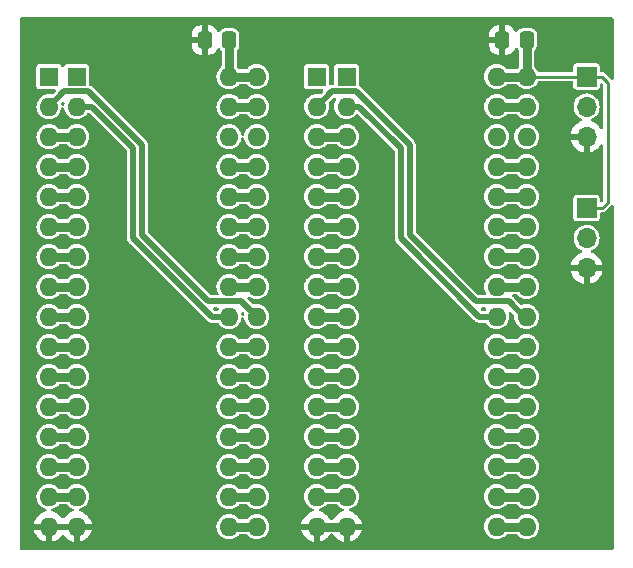
<source format=gbr>
%TF.GenerationSoftware,KiCad,Pcbnew,(5.99.0-9233-g881cb3182b)*%
%TF.CreationDate,2021-07-01T22:40:51+02:00*%
%TF.ProjectId,cdtv-ext-flash,63647476-2d65-4787-942d-666c6173682e,rev?*%
%TF.SameCoordinates,Original*%
%TF.FileFunction,Copper,L1,Top*%
%TF.FilePolarity,Positive*%
%FSLAX46Y46*%
G04 Gerber Fmt 4.6, Leading zero omitted, Abs format (unit mm)*
G04 Created by KiCad (PCBNEW (5.99.0-9233-g881cb3182b)) date 2021-07-01 22:40:51*
%MOMM*%
%LPD*%
G01*
G04 APERTURE LIST*
G04 Aperture macros list*
%AMRoundRect*
0 Rectangle with rounded corners*
0 $1 Rounding radius*
0 $2 $3 $4 $5 $6 $7 $8 $9 X,Y pos of 4 corners*
0 Add a 4 corners polygon primitive as box body*
4,1,4,$2,$3,$4,$5,$6,$7,$8,$9,$2,$3,0*
0 Add four circle primitives for the rounded corners*
1,1,$1+$1,$2,$3*
1,1,$1+$1,$4,$5*
1,1,$1+$1,$6,$7*
1,1,$1+$1,$8,$9*
0 Add four rect primitives between the rounded corners*
20,1,$1+$1,$2,$3,$4,$5,0*
20,1,$1+$1,$4,$5,$6,$7,0*
20,1,$1+$1,$6,$7,$8,$9,0*
20,1,$1+$1,$8,$9,$2,$3,0*%
G04 Aperture macros list end*
%TA.AperFunction,ComponentPad*%
%ADD10R,1.600000X1.600000*%
%TD*%
%TA.AperFunction,ComponentPad*%
%ADD11O,1.600000X1.600000*%
%TD*%
%TA.AperFunction,ComponentPad*%
%ADD12R,1.700000X1.700000*%
%TD*%
%TA.AperFunction,ComponentPad*%
%ADD13O,1.700000X1.700000*%
%TD*%
%TA.AperFunction,SMDPad,CuDef*%
%ADD14RoundRect,0.250000X0.337500X0.475000X-0.337500X0.475000X-0.337500X-0.475000X0.337500X-0.475000X0*%
%TD*%
%TA.AperFunction,Conductor*%
%ADD15C,0.250000*%
%TD*%
%TA.AperFunction,Conductor*%
%ADD16C,0.762000*%
%TD*%
%TA.AperFunction,Conductor*%
%ADD17C,0.508000*%
%TD*%
G04 APERTURE END LIST*
D10*
%TO.P,U1,1,VPP*%
%TO.N,unconnected-(U1-Pad1)*%
X116840000Y-47294800D03*
D11*
%TO.P,U1,2,~OE*%
%TO.N,/A_OE*%
X116840000Y-49834800D03*
%TO.P,U1,3,A15*%
%TO.N,/A_A15*%
X116840000Y-52374800D03*
%TO.P,U1,4,A12*%
%TO.N,/A_A12*%
X116840000Y-54914800D03*
%TO.P,U1,5,A7*%
%TO.N,/A_A7*%
X116840000Y-57454800D03*
%TO.P,U1,6,A6*%
%TO.N,/A_A6*%
X116840000Y-59994800D03*
%TO.P,U1,7,A5*%
%TO.N,/A_A5*%
X116840000Y-62534800D03*
%TO.P,U1,8,A4*%
%TO.N,/A_A4*%
X116840000Y-65074800D03*
%TO.P,U1,9,A3*%
%TO.N,/A_A3*%
X116840000Y-67614800D03*
%TO.P,U1,10,A2*%
%TO.N,/A_A2*%
X116840000Y-70154800D03*
%TO.P,U1,11,A1*%
%TO.N,/A_A1*%
X116840000Y-72694800D03*
%TO.P,U1,12,A0*%
%TO.N,/A_A0*%
X116840000Y-75234800D03*
%TO.P,U1,13,D0*%
%TO.N,/A_D0*%
X116840000Y-77774800D03*
%TO.P,U1,14,D1*%
%TO.N,/A_D1*%
X116840000Y-80314800D03*
%TO.P,U1,15,D2*%
%TO.N,/A_D2*%
X116840000Y-82854800D03*
%TO.P,U1,16,GND*%
%TO.N,GND*%
X116840000Y-85394800D03*
%TO.P,U1,17,D3*%
%TO.N,/A_D3*%
X132080000Y-85394800D03*
%TO.P,U1,18,D4*%
%TO.N,/A_D4*%
X132080000Y-82854800D03*
%TO.P,U1,19,D5*%
%TO.N,/A_D5*%
X132080000Y-80314800D03*
%TO.P,U1,20,D6*%
%TO.N,/A_D6*%
X132080000Y-77774800D03*
%TO.P,U1,21,D7*%
%TO.N,/A_D7*%
X132080000Y-75234800D03*
%TO.P,U1,22,~CE*%
%TO.N,/A_CE*%
X132080000Y-72694800D03*
%TO.P,U1,23,A10*%
%TO.N,/A_A10*%
X132080000Y-70154800D03*
%TO.P,U1,24,A16*%
%TO.N,/A_A16*%
X132080000Y-67614800D03*
%TO.P,U1,25,A11*%
%TO.N,/A_A11*%
X132080000Y-65074800D03*
%TO.P,U1,26,A9*%
%TO.N,/A_A9*%
X132080000Y-62534800D03*
%TO.P,U1,27,A8*%
%TO.N,/A_A8*%
X132080000Y-59994800D03*
%TO.P,U1,28,A13*%
%TO.N,/A_A13*%
X132080000Y-57454800D03*
%TO.P,U1,29,A14*%
%TO.N,/A_A14*%
X132080000Y-54914800D03*
%TO.P,U1,30,NC*%
%TO.N,unconnected-(U1-Pad30)*%
X132080000Y-52374800D03*
%TO.P,U1,31,~PGM*%
%TO.N,/A_PGM*%
X132080000Y-49834800D03*
%TO.P,U1,32,VCC*%
%TO.N,/VCC*%
X132080000Y-47294800D03*
%TD*%
D10*
%TO.P,U2,1,VPP*%
%TO.N,unconnected-(U2-Pad1)*%
X96520000Y-47294800D03*
D11*
%TO.P,U2,2,~OE*%
%TO.N,/B_OE*%
X96520000Y-49834800D03*
%TO.P,U2,3,A15*%
%TO.N,/B_A15*%
X96520000Y-52374800D03*
%TO.P,U2,4,A12*%
%TO.N,/B_A12*%
X96520000Y-54914800D03*
%TO.P,U2,5,A7*%
%TO.N,/B_A7*%
X96520000Y-57454800D03*
%TO.P,U2,6,A6*%
%TO.N,/B_A6*%
X96520000Y-59994800D03*
%TO.P,U2,7,A5*%
%TO.N,/B_A5*%
X96520000Y-62534800D03*
%TO.P,U2,8,A4*%
%TO.N,/B_A4*%
X96520000Y-65074800D03*
%TO.P,U2,9,A3*%
%TO.N,/B_A3*%
X96520000Y-67614800D03*
%TO.P,U2,10,A2*%
%TO.N,/B_A2*%
X96520000Y-70154800D03*
%TO.P,U2,11,A1*%
%TO.N,/B_A1*%
X96520000Y-72694800D03*
%TO.P,U2,12,A0*%
%TO.N,/B_A0*%
X96520000Y-75234800D03*
%TO.P,U2,13,D0*%
%TO.N,/B_D0*%
X96520000Y-77774800D03*
%TO.P,U2,14,D1*%
%TO.N,/B_D1*%
X96520000Y-80314800D03*
%TO.P,U2,15,D2*%
%TO.N,/B_D2*%
X96520000Y-82854800D03*
%TO.P,U2,16,GND*%
%TO.N,GND*%
X96520000Y-85394800D03*
%TO.P,U2,17,D3*%
%TO.N,/B_D3*%
X111760000Y-85394800D03*
%TO.P,U2,18,D4*%
%TO.N,/B_D4*%
X111760000Y-82854800D03*
%TO.P,U2,19,D5*%
%TO.N,/B_D5*%
X111760000Y-80314800D03*
%TO.P,U2,20,D6*%
%TO.N,/B_D6*%
X111760000Y-77774800D03*
%TO.P,U2,21,D7*%
%TO.N,/B_D7*%
X111760000Y-75234800D03*
%TO.P,U2,22,~CE*%
%TO.N,/B_CE*%
X111760000Y-72694800D03*
%TO.P,U2,23,A10*%
%TO.N,/B_A10*%
X111760000Y-70154800D03*
%TO.P,U2,24,A16*%
%TO.N,/B_A16*%
X111760000Y-67614800D03*
%TO.P,U2,25,A11*%
%TO.N,/B_A11*%
X111760000Y-65074800D03*
%TO.P,U2,26,A9*%
%TO.N,/B_A9*%
X111760000Y-62534800D03*
%TO.P,U2,27,A8*%
%TO.N,/B_A8*%
X111760000Y-59994800D03*
%TO.P,U2,28,A13*%
%TO.N,/B_A13*%
X111760000Y-57454800D03*
%TO.P,U2,29,A14*%
%TO.N,/B_A14*%
X111760000Y-54914800D03*
%TO.P,U2,30,NC*%
%TO.N,unconnected-(U2-Pad30)*%
X111760000Y-52374800D03*
%TO.P,U2,31,~PGM*%
%TO.N,/B_PGM*%
X111760000Y-49834800D03*
%TO.P,U2,32,VCC*%
%TO.N,/VCC*%
X111760000Y-47294800D03*
%TD*%
D10*
%TO.P,U35,1,A18*%
%TO.N,/A18*%
X94183200Y-47294800D03*
D11*
%TO.P,U35,2,A16*%
%TO.N,/B_A16*%
X94183200Y-49834800D03*
%TO.P,U35,3,A15*%
%TO.N,/B_A15*%
X94183200Y-52374800D03*
%TO.P,U35,4,A12*%
%TO.N,/B_A12*%
X94183200Y-54914800D03*
%TO.P,U35,5,A7*%
%TO.N,/B_A7*%
X94183200Y-57454800D03*
%TO.P,U35,6,A6*%
%TO.N,/B_A6*%
X94183200Y-59994800D03*
%TO.P,U35,7,A5*%
%TO.N,/B_A5*%
X94183200Y-62534800D03*
%TO.P,U35,8,A4*%
%TO.N,/B_A4*%
X94183200Y-65074800D03*
%TO.P,U35,9,A3*%
%TO.N,/B_A3*%
X94183200Y-67614800D03*
%TO.P,U35,10,A2*%
%TO.N,/B_A2*%
X94183200Y-70154800D03*
%TO.P,U35,11,A1*%
%TO.N,/B_A1*%
X94183200Y-72694800D03*
%TO.P,U35,12,A0*%
%TO.N,/B_A0*%
X94183200Y-75234800D03*
%TO.P,U35,13,D0*%
%TO.N,/B_D0*%
X94183200Y-77774800D03*
%TO.P,U35,14,D1*%
%TO.N,/B_D1*%
X94183200Y-80314800D03*
%TO.P,U35,15,D2*%
%TO.N,/B_D2*%
X94183200Y-82854800D03*
%TO.P,U35,16,GND*%
%TO.N,GND*%
X94183200Y-85394800D03*
%TO.P,U35,17,D3*%
%TO.N,/B_D3*%
X109423200Y-85394800D03*
%TO.P,U35,18,D4*%
%TO.N,/B_D4*%
X109423200Y-82854800D03*
%TO.P,U35,19,D5*%
%TO.N,/B_D5*%
X109423200Y-80314800D03*
%TO.P,U35,20,D6*%
%TO.N,/B_D6*%
X109423200Y-77774800D03*
%TO.P,U35,21,D7*%
%TO.N,/B_D7*%
X109423200Y-75234800D03*
%TO.P,U35,22,CE*%
%TO.N,/B_CE*%
X109423200Y-72694800D03*
%TO.P,U35,23,A10*%
%TO.N,/B_A10*%
X109423200Y-70154800D03*
%TO.P,U35,24,OE*%
%TO.N,/B_OE*%
X109423200Y-67614800D03*
%TO.P,U35,25,A11*%
%TO.N,/B_A11*%
X109423200Y-65074800D03*
%TO.P,U35,26,A9*%
%TO.N,/B_A9*%
X109423200Y-62534800D03*
%TO.P,U35,27,A8*%
%TO.N,/B_A8*%
X109423200Y-59994800D03*
%TO.P,U35,28,A13*%
%TO.N,/B_A13*%
X109423200Y-57454800D03*
%TO.P,U35,29,A14*%
%TO.N,/B_A14*%
X109423200Y-54914800D03*
%TO.P,U35,30,A17*%
%TO.N,/A17*%
X109423200Y-52374800D03*
%TO.P,U35,31,PGM*%
%TO.N,/B_PGM*%
X109423200Y-49834800D03*
%TO.P,U35,32,VCC*%
%TO.N,/VCC*%
X109423200Y-47294800D03*
%TD*%
D12*
%TO.P,A18,1,Pin_1*%
%TO.N,/VCC*%
X139700000Y-47294800D03*
D13*
%TO.P,A18,2,Pin_2*%
%TO.N,/A18*%
X139700000Y-49834800D03*
%TO.P,A18,3,Pin_3*%
%TO.N,GND*%
X139700000Y-52374800D03*
%TD*%
D14*
%TO.P,C1,1*%
%TO.N,/VCC*%
X109444700Y-44196000D03*
%TO.P,C1,2*%
%TO.N,GND*%
X107369700Y-44196000D03*
%TD*%
D12*
%TO.P,A17,1,Pin_1*%
%TO.N,/VCC*%
X139700000Y-58420000D03*
D13*
%TO.P,A17,2,Pin_2*%
%TO.N,/A17*%
X139700000Y-60960000D03*
%TO.P,A17,3,Pin_3*%
%TO.N,GND*%
X139700000Y-63500000D03*
%TD*%
D11*
%TO.P,U34,32,VCC*%
%TO.N,/VCC*%
X134615000Y-47294800D03*
%TO.P,U34,31,PGM*%
%TO.N,/A_PGM*%
X134615000Y-49834800D03*
%TO.P,U34,30,A17*%
%TO.N,/A17*%
X134615000Y-52374800D03*
%TO.P,U34,29,A14*%
%TO.N,/A_A14*%
X134615000Y-54914800D03*
%TO.P,U34,28,A13*%
%TO.N,/A_A13*%
X134615000Y-57454800D03*
%TO.P,U34,27,A8*%
%TO.N,/A_A8*%
X134615000Y-59994800D03*
%TO.P,U34,26,A9*%
%TO.N,/A_A9*%
X134615000Y-62534800D03*
%TO.P,U34,25,A11*%
%TO.N,/A_A11*%
X134615000Y-65074800D03*
%TO.P,U34,24,OE*%
%TO.N,/A_OE*%
X134615000Y-67614800D03*
%TO.P,U34,23,A10*%
%TO.N,/A_A10*%
X134615000Y-70154800D03*
%TO.P,U34,22,CE*%
%TO.N,/A_CE*%
X134615000Y-72694800D03*
%TO.P,U34,21,D7*%
%TO.N,/A_D7*%
X134615000Y-75234800D03*
%TO.P,U34,20,D6*%
%TO.N,/A_D6*%
X134615000Y-77774800D03*
%TO.P,U34,19,D5*%
%TO.N,/A_D5*%
X134615000Y-80314800D03*
%TO.P,U34,18,D4*%
%TO.N,/A_D4*%
X134615000Y-82854800D03*
%TO.P,U34,17,D3*%
%TO.N,/A_D3*%
X134615000Y-85394800D03*
%TO.P,U34,16,GND*%
%TO.N,GND*%
X119375000Y-85394800D03*
%TO.P,U34,15,D2*%
%TO.N,/A_D2*%
X119375000Y-82854800D03*
%TO.P,U34,14,D1*%
%TO.N,/A_D1*%
X119375000Y-80314800D03*
%TO.P,U34,13,D0*%
%TO.N,/A_D0*%
X119375000Y-77774800D03*
%TO.P,U34,12,A0*%
%TO.N,/A_A0*%
X119375000Y-75234800D03*
%TO.P,U34,11,A1*%
%TO.N,/A_A1*%
X119375000Y-72694800D03*
%TO.P,U34,10,A2*%
%TO.N,/A_A2*%
X119375000Y-70154800D03*
%TO.P,U34,9,A3*%
%TO.N,/A_A3*%
X119375000Y-67614800D03*
%TO.P,U34,8,A4*%
%TO.N,/A_A4*%
X119375000Y-65074800D03*
%TO.P,U34,7,A5*%
%TO.N,/A_A5*%
X119375000Y-62534800D03*
%TO.P,U34,6,A6*%
%TO.N,/A_A6*%
X119375000Y-59994800D03*
%TO.P,U34,5,A7*%
%TO.N,/A_A7*%
X119375000Y-57454800D03*
%TO.P,U34,4,A12*%
%TO.N,/A_A12*%
X119375000Y-54914800D03*
%TO.P,U34,3,A15*%
%TO.N,/A_A15*%
X119375000Y-52374800D03*
%TO.P,U34,2,A16*%
%TO.N,/A_A16*%
X119375000Y-49834800D03*
D10*
%TO.P,U34,1,A18*%
%TO.N,/A18*%
X119375000Y-47294800D03*
%TD*%
D14*
%TO.P,C2,1*%
%TO.N,/VCC*%
X134641500Y-44196000D03*
%TO.P,C2,2*%
%TO.N,GND*%
X132566500Y-44196000D03*
%TD*%
D15*
%TO.N,/VCC*%
X141020800Y-58420000D02*
X139700000Y-58420000D01*
X139700000Y-47294800D02*
X140970000Y-47294800D01*
X140970000Y-47294800D02*
X141478000Y-47802800D01*
X141478000Y-47802800D02*
X141478000Y-57962800D01*
X141478000Y-57962800D02*
X141020800Y-58420000D01*
D16*
X134620000Y-47294800D02*
X132080000Y-47294800D01*
X134641500Y-47273300D02*
X134620000Y-47294800D01*
X109444700Y-44196000D02*
X109444700Y-47273300D01*
X111760000Y-47294800D02*
X109423200Y-47294800D01*
X134641500Y-44196000D02*
X134641500Y-47273300D01*
D15*
X139700000Y-47294800D02*
X134620000Y-47294800D01*
D16*
X109444700Y-47273300D02*
X109423200Y-47294800D01*
%TO.N,/B_PGM*%
X111760000Y-49834800D02*
X109423200Y-49834800D01*
%TO.N,/B_D2*%
X96520000Y-82854800D02*
X94183200Y-82854800D01*
%TO.N,/B_D1*%
X96520000Y-80314800D02*
X94183200Y-80314800D01*
%TO.N,/B_A14*%
X111760000Y-54914800D02*
X109423200Y-54914800D01*
%TO.N,/B_D0*%
X96520000Y-77774800D02*
X94183200Y-77774800D01*
%TO.N,/B_A13*%
X111760000Y-57454800D02*
X109423200Y-57454800D01*
%TO.N,/B_A0*%
X96520000Y-75234800D02*
X94183200Y-75234800D01*
%TO.N,/B_A8*%
X111760000Y-59994800D02*
X109423200Y-59994800D01*
%TO.N,/B_A1*%
X96520000Y-72694800D02*
X94183200Y-72694800D01*
%TO.N,/B_A9*%
X111760000Y-62534800D02*
X109423200Y-62534800D01*
%TO.N,/B_A2*%
X96520000Y-70154800D02*
X94183200Y-70154800D01*
%TO.N,/B_A11*%
X111760000Y-65074800D02*
X109423200Y-65074800D01*
%TO.N,/B_A3*%
X96520000Y-67614800D02*
X94183200Y-67614800D01*
D17*
%TO.N,/B_A16*%
X102057200Y-60706000D02*
X102057200Y-53086000D01*
X107680011Y-66328811D02*
X102057200Y-60706000D01*
X97520011Y-48548811D02*
X95469189Y-48548811D01*
X110474011Y-66328811D02*
X107680011Y-66328811D01*
X111760000Y-67614800D02*
X110474011Y-66328811D01*
X95469189Y-48548811D02*
X94183200Y-49834800D01*
X102057200Y-53086000D02*
X97520011Y-48548811D01*
D16*
%TO.N,/B_A4*%
X96520000Y-65074800D02*
X94183200Y-65074800D01*
%TO.N,/B_A10*%
X111760000Y-70154800D02*
X109423200Y-70154800D01*
%TO.N,/B_A5*%
X96520000Y-62534800D02*
X94183200Y-62534800D01*
%TO.N,/B_CE*%
X111760000Y-72694800D02*
X109423200Y-72694800D01*
%TO.N,/B_A6*%
X96520000Y-59994800D02*
X94183200Y-59994800D01*
%TO.N,/B_D7*%
X111760000Y-75234800D02*
X109423200Y-75234800D01*
%TO.N,/B_A7*%
X96520000Y-57454800D02*
X94183200Y-57454800D01*
%TO.N,/B_D6*%
X111760000Y-77774800D02*
X109423200Y-77774800D01*
%TO.N,/B_A12*%
X96520000Y-54914800D02*
X94183200Y-54914800D01*
%TO.N,/B_D5*%
X111760000Y-80314800D02*
X109423200Y-80314800D01*
%TO.N,/B_A15*%
X96520000Y-52374800D02*
X94183200Y-52374800D01*
%TO.N,/B_D4*%
X111760000Y-82854800D02*
X109423200Y-82854800D01*
D17*
%TO.N,/B_OE*%
X101295200Y-60960000D02*
X101295200Y-53340000D01*
X97790000Y-49834800D02*
X96520000Y-49834800D01*
X109423200Y-67614800D02*
X107950000Y-67614800D01*
X101295200Y-53340000D02*
X97790000Y-49834800D01*
X107950000Y-67614800D02*
X101295200Y-60960000D01*
D16*
%TO.N,/B_D3*%
X111760000Y-85394800D02*
X109423200Y-85394800D01*
%TO.N,/A_PGM*%
X134620000Y-49834800D02*
X132080000Y-49834800D01*
%TO.N,/A_D2*%
X119380000Y-82854800D02*
X116840000Y-82854800D01*
%TO.N,/A_D1*%
X119380000Y-80314800D02*
X116840000Y-80314800D01*
%TO.N,/A_A14*%
X134620000Y-54914800D02*
X132080000Y-54914800D01*
%TO.N,/A_D0*%
X119380000Y-77774800D02*
X116840000Y-77774800D01*
%TO.N,/A_A13*%
X134620000Y-57454800D02*
X132080000Y-57454800D01*
%TO.N,/A_A0*%
X119380000Y-75234800D02*
X116840000Y-75234800D01*
%TO.N,/A_A8*%
X134620000Y-59994800D02*
X132080000Y-59994800D01*
%TO.N,/A_A1*%
X119380000Y-72694800D02*
X116840000Y-72694800D01*
%TO.N,/A_A9*%
X134620000Y-62534800D02*
X132080000Y-62534800D01*
%TO.N,/A_A2*%
X119380000Y-70154800D02*
X116840000Y-70154800D01*
%TO.N,/A_A11*%
X134620000Y-65074800D02*
X132080000Y-65074800D01*
%TO.N,/A_A3*%
X119380000Y-67614800D02*
X116840000Y-67614800D01*
D17*
%TO.N,/A_A16*%
X120446800Y-49834800D02*
X119176800Y-49834800D01*
X123952000Y-53340000D02*
X120446800Y-49834800D01*
X123952000Y-60960000D02*
X123952000Y-53340000D01*
X130606800Y-67614800D02*
X123952000Y-60960000D01*
X132080000Y-67614800D02*
X130606800Y-67614800D01*
D16*
%TO.N,/A_A4*%
X119380000Y-65074800D02*
X116840000Y-65074800D01*
%TO.N,/A_A10*%
X134620000Y-70154800D02*
X132080000Y-70154800D01*
%TO.N,/A_A5*%
X119380000Y-62534800D02*
X116840000Y-62534800D01*
%TO.N,/A_CE*%
X132080000Y-72694800D02*
X134620000Y-72694800D01*
%TO.N,/A_A6*%
X119380000Y-59994800D02*
X116840000Y-59994800D01*
%TO.N,/A_D7*%
X134620000Y-75234800D02*
X132080000Y-75234800D01*
%TO.N,/A_A7*%
X119380000Y-57454800D02*
X116840000Y-57454800D01*
%TO.N,/A_D6*%
X132080000Y-77774800D02*
X134620000Y-77774800D01*
%TO.N,/A_A12*%
X119380000Y-54914800D02*
X116840000Y-54914800D01*
%TO.N,/A_D5*%
X134620000Y-80314800D02*
X132080000Y-80314800D01*
%TO.N,/A_A15*%
X119380000Y-52374800D02*
X116840000Y-52374800D01*
%TO.N,/A_D4*%
X132080000Y-82854800D02*
X134620000Y-82854800D01*
D17*
%TO.N,/A_OE*%
X124714000Y-60706000D02*
X124714000Y-53086000D01*
X120176811Y-48548811D02*
X118125989Y-48548811D01*
X130336811Y-66328811D02*
X124714000Y-60706000D01*
X118125989Y-48548811D02*
X116840000Y-49834800D01*
X133130811Y-66328811D02*
X130336811Y-66328811D01*
X124714000Y-53086000D02*
X120176811Y-48548811D01*
X134416800Y-67614800D02*
X133130811Y-66328811D01*
D16*
%TO.N,/A_D3*%
X134620000Y-85394800D02*
X132080000Y-85394800D01*
%TO.N,GND*%
X119380000Y-85394800D02*
X116840000Y-85394800D01*
%TD*%
%TA.AperFunction,Conductor*%
%TO.N,GND*%
G36*
X141928121Y-42311002D02*
G01*
X141974614Y-42364658D01*
X141986000Y-42417000D01*
X141986000Y-47467824D01*
X141965998Y-47535945D01*
X141912342Y-47582438D01*
X141842068Y-47592542D01*
X141774474Y-47560351D01*
X141746797Y-47534767D01*
X141743256Y-47531362D01*
X141275652Y-47063757D01*
X141262578Y-47047569D01*
X141260039Y-47044778D01*
X141254388Y-47036027D01*
X141229669Y-47016540D01*
X141224784Y-47012198D01*
X141224744Y-47012245D01*
X141220787Y-47008892D01*
X141217106Y-47005211D01*
X141200194Y-46993125D01*
X141195448Y-46989562D01*
X141163412Y-46964307D01*
X141155234Y-46957860D01*
X141146603Y-46954829D01*
X141139157Y-46949508D01*
X141129179Y-46946524D01*
X141129177Y-46946523D01*
X141090065Y-46934826D01*
X141084418Y-46932991D01*
X141043586Y-46918651D01*
X141043583Y-46918650D01*
X141036107Y-46916025D01*
X141027735Y-46915300D01*
X141025026Y-46915300D01*
X141024733Y-46915287D01*
X141018191Y-46913331D01*
X140992821Y-46914328D01*
X140970555Y-46915203D01*
X140965607Y-46915300D01*
X140935500Y-46915300D01*
X140867379Y-46895298D01*
X140820886Y-46841642D01*
X140809500Y-46789300D01*
X140809500Y-46444800D01*
X140789747Y-46345494D01*
X140733494Y-46261306D01*
X140649306Y-46205053D01*
X140550000Y-46185300D01*
X138850000Y-46185300D01*
X138750694Y-46205053D01*
X138666506Y-46261306D01*
X138610253Y-46345494D01*
X138590500Y-46444800D01*
X138590500Y-46789300D01*
X138570498Y-46857421D01*
X138516842Y-46903914D01*
X138464500Y-46915300D01*
X135683156Y-46915300D01*
X135615035Y-46895298D01*
X135571905Y-46848454D01*
X135500376Y-46713928D01*
X135500375Y-46713926D01*
X135497480Y-46708482D01*
X135419555Y-46612936D01*
X135370679Y-46553008D01*
X135370677Y-46553006D01*
X135366790Y-46548240D01*
X135362054Y-46544322D01*
X135362045Y-46544313D01*
X135322684Y-46511751D01*
X135282946Y-46452917D01*
X135277000Y-46414667D01*
X135277000Y-45137737D01*
X135297002Y-45069616D01*
X135320749Y-45042288D01*
X135362941Y-45005933D01*
X135441513Y-44884711D01*
X135482904Y-44746309D01*
X135483500Y-44738288D01*
X135483500Y-43686086D01*
X135477415Y-43643597D01*
X135469295Y-43586893D01*
X135469294Y-43586890D01*
X135468021Y-43578000D01*
X135408229Y-43446496D01*
X135313933Y-43337059D01*
X135192711Y-43258487D01*
X135085894Y-43226542D01*
X135060850Y-43219052D01*
X135060848Y-43219052D01*
X135054309Y-43217096D01*
X135046288Y-43216500D01*
X134269086Y-43216500D01*
X134226597Y-43222585D01*
X134169893Y-43230705D01*
X134169890Y-43230706D01*
X134161000Y-43231979D01*
X134152824Y-43235696D01*
X134152822Y-43235697D01*
X134108358Y-43255914D01*
X134029496Y-43291771D01*
X133920059Y-43386067D01*
X133845388Y-43501271D01*
X133791555Y-43547552D01*
X133721242Y-43557383D01*
X133656776Y-43527639D01*
X133621219Y-43475727D01*
X133588737Y-43386239D01*
X133582227Y-43373240D01*
X133493359Y-43237694D01*
X133484035Y-43226542D01*
X133366371Y-43115078D01*
X133354724Y-43106365D01*
X133214571Y-43024957D01*
X133201246Y-43019163D01*
X133045300Y-42971932D01*
X133032677Y-42969484D01*
X132962816Y-42963249D01*
X132957221Y-42963000D01*
X132838615Y-42963000D01*
X132823376Y-42967475D01*
X132822171Y-42968865D01*
X132820500Y-42976548D01*
X132820500Y-45410885D01*
X132824975Y-45426124D01*
X132826365Y-45427329D01*
X132834048Y-45429000D01*
X132943223Y-45429000D01*
X132950524Y-45428576D01*
X133072255Y-45414383D01*
X133086410Y-45411037D01*
X133238761Y-45355737D01*
X133251760Y-45349227D01*
X133387306Y-45260359D01*
X133398458Y-45251035D01*
X133509922Y-45133371D01*
X133518635Y-45121724D01*
X133600043Y-44981571D01*
X133605840Y-44968240D01*
X133620582Y-44919565D01*
X133659471Y-44860167D01*
X133724300Y-44831224D01*
X133794486Y-44841924D01*
X133847745Y-44888871D01*
X133855869Y-44903931D01*
X133874771Y-44945504D01*
X133880631Y-44952305D01*
X133969067Y-45054941D01*
X133967978Y-45055879D01*
X134001015Y-45107668D01*
X134006000Y-45142760D01*
X134006000Y-46371080D01*
X133985998Y-46439201D01*
X133958952Y-46469276D01*
X133878513Y-46533951D01*
X133878508Y-46533956D01*
X133873707Y-46537816D01*
X133809536Y-46614292D01*
X133750427Y-46653618D01*
X133713015Y-46659300D01*
X132982198Y-46659300D01*
X132914077Y-46639298D01*
X132884555Y-46612936D01*
X132835685Y-46553015D01*
X132835682Y-46553012D01*
X132831790Y-46548240D01*
X132814518Y-46533951D01*
X132677215Y-46420364D01*
X132677211Y-46420362D01*
X132672465Y-46416435D01*
X132490573Y-46318086D01*
X132293042Y-46256940D01*
X132286917Y-46256296D01*
X132286916Y-46256296D01*
X132093525Y-46235970D01*
X132093524Y-46235970D01*
X132087397Y-46235326D01*
X132001429Y-46243150D01*
X131887608Y-46253508D01*
X131887605Y-46253509D01*
X131881469Y-46254067D01*
X131875563Y-46255805D01*
X131875559Y-46255806D01*
X131729616Y-46298760D01*
X131683104Y-46312449D01*
X131499857Y-46408248D01*
X131495057Y-46412108D01*
X131495056Y-46412108D01*
X131466000Y-46435470D01*
X131338707Y-46537816D01*
X131205792Y-46696217D01*
X131202829Y-46701606D01*
X131202826Y-46701611D01*
X131117170Y-46857421D01*
X131106176Y-46877419D01*
X131043653Y-47074518D01*
X131042967Y-47080637D01*
X131042966Y-47080640D01*
X131021290Y-47273882D01*
X131020603Y-47280007D01*
X131021119Y-47286150D01*
X131036375Y-47467824D01*
X131037906Y-47486060D01*
X131094902Y-47684828D01*
X131097720Y-47690310D01*
X131097721Y-47690314D01*
X131186599Y-47863252D01*
X131186602Y-47863256D01*
X131189420Y-47868740D01*
X131317859Y-48030791D01*
X131322552Y-48034785D01*
X131322553Y-48034786D01*
X131332811Y-48043516D01*
X131475329Y-48164808D01*
X131480707Y-48167814D01*
X131480709Y-48167815D01*
X131507540Y-48182810D01*
X131655830Y-48265686D01*
X131852488Y-48329584D01*
X132057812Y-48354068D01*
X132063947Y-48353596D01*
X132063949Y-48353596D01*
X132257838Y-48338677D01*
X132257842Y-48338676D01*
X132263980Y-48338204D01*
X132463141Y-48282597D01*
X132647708Y-48189365D01*
X132657220Y-48181934D01*
X132805796Y-48065854D01*
X132805797Y-48065853D01*
X132810652Y-48062060D01*
X132886690Y-47973969D01*
X132946342Y-47935472D01*
X132982071Y-47930300D01*
X133712300Y-47930300D01*
X133780421Y-47950302D01*
X133811045Y-47978035D01*
X133813991Y-47981752D01*
X133852859Y-48030791D01*
X133857552Y-48034785D01*
X133857553Y-48034786D01*
X133867811Y-48043516D01*
X134010329Y-48164808D01*
X134015707Y-48167814D01*
X134015709Y-48167815D01*
X134042540Y-48182810D01*
X134190830Y-48265686D01*
X134387488Y-48329584D01*
X134592812Y-48354068D01*
X134598947Y-48353596D01*
X134598949Y-48353596D01*
X134792838Y-48338677D01*
X134792842Y-48338676D01*
X134798980Y-48338204D01*
X134998141Y-48282597D01*
X135182708Y-48189365D01*
X135192220Y-48181934D01*
X135340796Y-48065854D01*
X135340797Y-48065853D01*
X135345652Y-48062060D01*
X135480765Y-47905530D01*
X135483809Y-47900173D01*
X135540544Y-47800300D01*
X135575899Y-47738063D01*
X135626938Y-47688713D01*
X135685455Y-47674300D01*
X138464500Y-47674300D01*
X138532621Y-47694302D01*
X138579114Y-47747958D01*
X138590500Y-47800300D01*
X138590500Y-48144800D01*
X138610253Y-48244106D01*
X138666506Y-48328294D01*
X138750694Y-48384547D01*
X138850000Y-48404300D01*
X140550000Y-48404300D01*
X140649306Y-48384547D01*
X140733494Y-48328294D01*
X140789747Y-48244106D01*
X140809500Y-48144800D01*
X140809500Y-47975184D01*
X140829502Y-47907063D01*
X140883158Y-47860570D01*
X140953432Y-47850466D01*
X141018012Y-47879960D01*
X141024595Y-47886089D01*
X141061595Y-47923089D01*
X141095621Y-47985401D01*
X141098500Y-48012184D01*
X141098500Y-51607436D01*
X141078498Y-51675557D01*
X141024842Y-51722050D01*
X140954568Y-51732154D01*
X140889988Y-51702660D01*
X140867980Y-51677803D01*
X140765218Y-51525166D01*
X140758557Y-51516880D01*
X140606830Y-51357830D01*
X140598873Y-51350790D01*
X140422523Y-51219582D01*
X140413486Y-51213978D01*
X140217550Y-51114359D01*
X140207699Y-51110359D01*
X140144663Y-51090786D01*
X140085538Y-51051483D01*
X140057047Y-50986454D01*
X140068237Y-50916344D01*
X140115554Y-50863414D01*
X140141312Y-50851213D01*
X140156575Y-50846002D01*
X140254173Y-50790220D01*
X140334344Y-50744399D01*
X140334347Y-50744397D01*
X140339552Y-50741422D01*
X140344101Y-50737516D01*
X140344104Y-50737514D01*
X140494900Y-50608037D01*
X140494902Y-50608035D01*
X140499451Y-50604129D01*
X140504800Y-50597393D01*
X140567937Y-50517876D01*
X140630505Y-50439077D01*
X140659621Y-50383265D01*
X140725210Y-50257539D01*
X140725211Y-50257536D01*
X140727984Y-50252221D01*
X140788370Y-50050303D01*
X140809485Y-49840609D01*
X140809500Y-49834800D01*
X140789483Y-49624999D01*
X140730155Y-49422767D01*
X140724621Y-49412022D01*
X140636402Y-49240734D01*
X140636400Y-49240731D01*
X140633656Y-49235403D01*
X140569942Y-49154291D01*
X140507175Y-49074384D01*
X140507171Y-49074379D01*
X140503469Y-49069667D01*
X140344290Y-48931539D01*
X140161864Y-48826003D01*
X140156195Y-48824034D01*
X140156192Y-48824033D01*
X139968442Y-48758835D01*
X139962772Y-48756866D01*
X139956834Y-48756005D01*
X139760139Y-48727486D01*
X139760136Y-48727486D01*
X139754199Y-48726625D01*
X139543670Y-48736369D01*
X139537846Y-48737773D01*
X139537843Y-48737773D01*
X139344615Y-48784341D01*
X139344613Y-48784342D01*
X139338782Y-48785747D01*
X139333324Y-48788229D01*
X139333320Y-48788230D01*
X139250244Y-48826003D01*
X139146928Y-48872978D01*
X138975030Y-48994914D01*
X138829291Y-49147155D01*
X138714969Y-49324208D01*
X138712726Y-49329774D01*
X138658308Y-49464804D01*
X138636190Y-49519685D01*
X138595795Y-49726532D01*
X138595779Y-49732518D01*
X138595779Y-49732521D01*
X138595661Y-49777809D01*
X138595243Y-49937285D01*
X138634554Y-50144341D01*
X138712309Y-50340227D01*
X138715533Y-50345277D01*
X138715534Y-50345280D01*
X138756041Y-50408740D01*
X138825702Y-50517876D01*
X138970642Y-50670879D01*
X138975507Y-50674369D01*
X138975510Y-50674371D01*
X139137029Y-50790220D01*
X139141899Y-50793713D01*
X139208148Y-50824254D01*
X139273030Y-50854165D01*
X139326519Y-50900849D01*
X139346278Y-50969041D01*
X139326033Y-51037090D01*
X139266560Y-51085783D01*
X139098932Y-51151982D01*
X139089396Y-51156716D01*
X138901486Y-51270742D01*
X138892896Y-51277006D01*
X138726884Y-51421064D01*
X138719464Y-51428695D01*
X138580100Y-51598660D01*
X138574075Y-51607427D01*
X138465342Y-51798444D01*
X138460877Y-51808108D01*
X138385882Y-52014716D01*
X138383111Y-52024984D01*
X138369008Y-52102974D01*
X138370427Y-52116214D01*
X138385062Y-52120800D01*
X139828000Y-52120800D01*
X139896121Y-52140802D01*
X139942614Y-52194458D01*
X139954000Y-52246800D01*
X139954000Y-53694741D01*
X139958151Y-53708879D01*
X139968798Y-53710574D01*
X139972192Y-53709896D01*
X140183333Y-53648754D01*
X140193259Y-53644943D01*
X140391065Y-53549107D01*
X140400212Y-53543676D01*
X140579041Y-53415883D01*
X140587149Y-53408982D01*
X140741893Y-53252882D01*
X140748706Y-53244733D01*
X140869350Y-53072757D01*
X140924846Y-53028477D01*
X140995472Y-53021230D01*
X141058804Y-53053316D01*
X141094736Y-53114549D01*
X141098500Y-53145118D01*
X141098500Y-57753415D01*
X141078498Y-57821536D01*
X141061595Y-57842510D01*
X141024595Y-57879510D01*
X140962283Y-57913536D01*
X140891468Y-57908471D01*
X140834632Y-57865924D01*
X140809821Y-57799404D01*
X140809500Y-57790415D01*
X140809500Y-57570000D01*
X140789747Y-57470694D01*
X140733494Y-57386506D01*
X140649306Y-57330253D01*
X140550000Y-57310500D01*
X138850000Y-57310500D01*
X138750694Y-57330253D01*
X138666506Y-57386506D01*
X138610253Y-57470694D01*
X138590500Y-57570000D01*
X138590500Y-59270000D01*
X138610253Y-59369306D01*
X138666506Y-59453494D01*
X138750694Y-59509747D01*
X138850000Y-59529500D01*
X140550000Y-59529500D01*
X140649306Y-59509747D01*
X140733494Y-59453494D01*
X140789747Y-59369306D01*
X140809500Y-59270000D01*
X140809500Y-58925500D01*
X140829502Y-58857379D01*
X140883158Y-58810886D01*
X140935500Y-58799500D01*
X140968035Y-58799500D01*
X140988753Y-58801705D01*
X140992511Y-58801882D01*
X141002687Y-58804073D01*
X141033949Y-58800373D01*
X141040466Y-58799989D01*
X141040461Y-58799928D01*
X141045640Y-58799500D01*
X141050840Y-58799500D01*
X141055968Y-58798646D01*
X141055973Y-58798646D01*
X141071323Y-58796091D01*
X141077200Y-58795254D01*
X141095454Y-58793093D01*
X141128072Y-58789233D01*
X141136320Y-58785272D01*
X141145346Y-58783770D01*
X141190454Y-58759431D01*
X141195712Y-58756753D01*
X141234744Y-58738011D01*
X141234748Y-58738009D01*
X141241890Y-58734579D01*
X141248322Y-58729172D01*
X141250260Y-58727234D01*
X141250451Y-58727058D01*
X141256463Y-58723815D01*
X141263532Y-58716167D01*
X141263538Y-58716163D01*
X141288833Y-58688798D01*
X141292263Y-58685231D01*
X141709038Y-58268456D01*
X141725234Y-58255375D01*
X141728021Y-58252839D01*
X141736773Y-58247188D01*
X141753592Y-58225854D01*
X141756264Y-58222464D01*
X141760606Y-58217579D01*
X141760559Y-58217539D01*
X141763876Y-58213625D01*
X141764463Y-58213239D01*
X141766119Y-58211375D01*
X141767588Y-58209906D01*
X141768357Y-58210675D01*
X141823177Y-58174588D01*
X141894169Y-58173809D01*
X141954313Y-58211534D01*
X141984513Y-58275788D01*
X141986000Y-58295087D01*
X141986000Y-87250000D01*
X141965998Y-87318121D01*
X141912342Y-87364614D01*
X141860000Y-87376000D01*
X91820000Y-87376000D01*
X91751879Y-87355998D01*
X91705386Y-87302342D01*
X91694000Y-87250000D01*
X91694000Y-85661322D01*
X92900469Y-85661322D01*
X92947961Y-85838561D01*
X92951709Y-85848857D01*
X93043783Y-86046313D01*
X93049266Y-86055809D01*
X93174225Y-86234269D01*
X93181281Y-86242677D01*
X93335323Y-86396719D01*
X93343731Y-86403775D01*
X93522191Y-86528734D01*
X93531687Y-86534217D01*
X93729143Y-86626291D01*
X93739439Y-86630039D01*
X93911703Y-86676198D01*
X93925799Y-86675862D01*
X93929200Y-86667920D01*
X93929200Y-85666915D01*
X93927859Y-85662348D01*
X94437200Y-85662348D01*
X94437200Y-86662771D01*
X94441173Y-86676302D01*
X94449722Y-86677531D01*
X94626961Y-86630039D01*
X94637257Y-86626291D01*
X94834713Y-86534217D01*
X94844209Y-86528734D01*
X95022669Y-86403775D01*
X95031077Y-86396719D01*
X95185119Y-86242677D01*
X95192179Y-86234264D01*
X95248387Y-86153990D01*
X95303844Y-86109661D01*
X95374463Y-86102352D01*
X95437824Y-86134382D01*
X95454813Y-86153990D01*
X95511021Y-86234264D01*
X95518081Y-86242677D01*
X95672123Y-86396719D01*
X95680531Y-86403775D01*
X95858991Y-86528734D01*
X95868487Y-86534217D01*
X96065943Y-86626291D01*
X96076239Y-86630039D01*
X96248503Y-86676198D01*
X96262599Y-86675862D01*
X96266000Y-86667920D01*
X96266000Y-85666915D01*
X96264659Y-85662348D01*
X96774000Y-85662348D01*
X96774000Y-86662771D01*
X96777973Y-86676302D01*
X96786522Y-86677531D01*
X96963761Y-86630039D01*
X96974057Y-86626291D01*
X97171513Y-86534217D01*
X97181009Y-86528734D01*
X97359469Y-86403775D01*
X97367877Y-86396719D01*
X97521919Y-86242677D01*
X97528975Y-86234269D01*
X97653934Y-86055809D01*
X97659417Y-86046313D01*
X97751491Y-85848857D01*
X97755239Y-85838561D01*
X97801398Y-85666297D01*
X97801062Y-85652201D01*
X97793120Y-85648800D01*
X96792115Y-85648800D01*
X96776876Y-85653275D01*
X96775671Y-85654665D01*
X96774000Y-85662348D01*
X96264659Y-85662348D01*
X96261525Y-85651676D01*
X96260135Y-85650471D01*
X96252452Y-85648800D01*
X94455315Y-85648800D01*
X94440076Y-85653275D01*
X94438871Y-85654665D01*
X94437200Y-85662348D01*
X93927859Y-85662348D01*
X93924725Y-85651676D01*
X93923335Y-85650471D01*
X93915652Y-85648800D01*
X92915229Y-85648800D01*
X92901698Y-85652773D01*
X92900469Y-85661322D01*
X91694000Y-85661322D01*
X91694000Y-85380007D01*
X108363803Y-85380007D01*
X108381106Y-85586060D01*
X108438102Y-85784828D01*
X108440920Y-85790310D01*
X108440921Y-85790314D01*
X108529799Y-85963252D01*
X108529802Y-85963256D01*
X108532620Y-85968740D01*
X108661059Y-86130791D01*
X108818529Y-86264808D01*
X108999030Y-86365686D01*
X109195688Y-86429584D01*
X109401012Y-86454068D01*
X109407147Y-86453596D01*
X109407149Y-86453596D01*
X109601038Y-86438677D01*
X109601042Y-86438676D01*
X109607180Y-86438204D01*
X109806341Y-86382597D01*
X109990908Y-86289365D01*
X110050667Y-86242677D01*
X110148996Y-86165854D01*
X110148997Y-86165853D01*
X110153852Y-86162060D01*
X110229890Y-86073969D01*
X110289542Y-86035472D01*
X110325271Y-86030300D01*
X110857300Y-86030300D01*
X110925421Y-86050302D01*
X110956045Y-86078035D01*
X110981112Y-86109661D01*
X110997859Y-86130791D01*
X111155329Y-86264808D01*
X111335830Y-86365686D01*
X111532488Y-86429584D01*
X111737812Y-86454068D01*
X111743947Y-86453596D01*
X111743949Y-86453596D01*
X111937838Y-86438677D01*
X111937842Y-86438676D01*
X111943980Y-86438204D01*
X112143141Y-86382597D01*
X112327708Y-86289365D01*
X112387467Y-86242677D01*
X112485796Y-86165854D01*
X112485797Y-86165853D01*
X112490652Y-86162060D01*
X112625765Y-86005530D01*
X112727901Y-85825737D01*
X112782595Y-85661322D01*
X115557269Y-85661322D01*
X115604761Y-85838561D01*
X115608509Y-85848857D01*
X115700583Y-86046313D01*
X115706066Y-86055809D01*
X115831025Y-86234269D01*
X115838081Y-86242677D01*
X115992123Y-86396719D01*
X116000531Y-86403775D01*
X116178991Y-86528734D01*
X116188487Y-86534217D01*
X116385943Y-86626291D01*
X116396239Y-86630039D01*
X116568503Y-86676198D01*
X116582599Y-86675862D01*
X116586000Y-86667920D01*
X116586000Y-85666915D01*
X116584659Y-85662348D01*
X117094000Y-85662348D01*
X117094000Y-86662771D01*
X117097973Y-86676302D01*
X117106522Y-86677531D01*
X117283761Y-86630039D01*
X117294057Y-86626291D01*
X117491513Y-86534217D01*
X117501009Y-86528734D01*
X117679469Y-86403775D01*
X117687877Y-86396719D01*
X117841919Y-86242677D01*
X117848975Y-86234269D01*
X117973934Y-86055809D01*
X117979417Y-86046313D01*
X117993305Y-86016529D01*
X118040222Y-85963244D01*
X118108500Y-85943783D01*
X118176460Y-85964325D01*
X118221695Y-86016529D01*
X118235583Y-86046313D01*
X118241066Y-86055809D01*
X118366025Y-86234269D01*
X118373081Y-86242677D01*
X118527123Y-86396719D01*
X118535531Y-86403775D01*
X118713991Y-86528734D01*
X118723487Y-86534217D01*
X118920943Y-86626291D01*
X118931239Y-86630039D01*
X119103503Y-86676198D01*
X119117599Y-86675862D01*
X119121000Y-86667920D01*
X119121000Y-85666915D01*
X119119659Y-85662348D01*
X119629000Y-85662348D01*
X119629000Y-86662771D01*
X119632973Y-86676302D01*
X119641522Y-86677531D01*
X119818761Y-86630039D01*
X119829057Y-86626291D01*
X120026513Y-86534217D01*
X120036009Y-86528734D01*
X120214469Y-86403775D01*
X120222877Y-86396719D01*
X120376919Y-86242677D01*
X120383975Y-86234269D01*
X120508934Y-86055809D01*
X120514417Y-86046313D01*
X120606491Y-85848857D01*
X120610239Y-85838561D01*
X120656398Y-85666297D01*
X120656062Y-85652201D01*
X120648120Y-85648800D01*
X119647115Y-85648800D01*
X119631876Y-85653275D01*
X119630671Y-85654665D01*
X119629000Y-85662348D01*
X119119659Y-85662348D01*
X119116525Y-85651676D01*
X119115135Y-85650471D01*
X119107452Y-85648800D01*
X117112115Y-85648800D01*
X117096876Y-85653275D01*
X117095671Y-85654665D01*
X117094000Y-85662348D01*
X116584659Y-85662348D01*
X116581525Y-85651676D01*
X116580135Y-85650471D01*
X116572452Y-85648800D01*
X115572029Y-85648800D01*
X115558498Y-85652773D01*
X115557269Y-85661322D01*
X112782595Y-85661322D01*
X112793171Y-85629531D01*
X112819087Y-85424383D01*
X112819500Y-85394800D01*
X112818050Y-85380007D01*
X131020603Y-85380007D01*
X131037906Y-85586060D01*
X131094902Y-85784828D01*
X131097720Y-85790310D01*
X131097721Y-85790314D01*
X131186599Y-85963252D01*
X131186602Y-85963256D01*
X131189420Y-85968740D01*
X131317859Y-86130791D01*
X131475329Y-86264808D01*
X131655830Y-86365686D01*
X131852488Y-86429584D01*
X132057812Y-86454068D01*
X132063947Y-86453596D01*
X132063949Y-86453596D01*
X132257838Y-86438677D01*
X132257842Y-86438676D01*
X132263980Y-86438204D01*
X132463141Y-86382597D01*
X132647708Y-86289365D01*
X132707467Y-86242677D01*
X132805796Y-86165854D01*
X132805797Y-86165853D01*
X132810652Y-86162060D01*
X132886690Y-86073969D01*
X132946342Y-86035472D01*
X132982071Y-86030300D01*
X133712300Y-86030300D01*
X133780421Y-86050302D01*
X133811045Y-86078035D01*
X133836112Y-86109661D01*
X133852859Y-86130791D01*
X134010329Y-86264808D01*
X134190830Y-86365686D01*
X134387488Y-86429584D01*
X134592812Y-86454068D01*
X134598947Y-86453596D01*
X134598949Y-86453596D01*
X134792838Y-86438677D01*
X134792842Y-86438676D01*
X134798980Y-86438204D01*
X134998141Y-86382597D01*
X135182708Y-86289365D01*
X135242467Y-86242677D01*
X135340796Y-86165854D01*
X135340797Y-86165853D01*
X135345652Y-86162060D01*
X135480765Y-86005530D01*
X135582901Y-85825737D01*
X135648171Y-85629531D01*
X135674087Y-85424383D01*
X135674500Y-85394800D01*
X135654322Y-85189009D01*
X135594557Y-84991056D01*
X135584436Y-84972022D01*
X135500376Y-84813928D01*
X135500375Y-84813926D01*
X135497480Y-84808482D01*
X135392643Y-84679939D01*
X135370685Y-84653015D01*
X135370682Y-84653012D01*
X135366790Y-84648240D01*
X135349525Y-84633957D01*
X135212215Y-84520364D01*
X135212211Y-84520362D01*
X135207465Y-84516435D01*
X135025573Y-84418086D01*
X134828042Y-84356940D01*
X134821917Y-84356296D01*
X134821916Y-84356296D01*
X134628525Y-84335970D01*
X134628524Y-84335970D01*
X134622397Y-84335326D01*
X134536429Y-84343150D01*
X134422608Y-84353508D01*
X134422605Y-84353509D01*
X134416469Y-84354067D01*
X134410563Y-84355805D01*
X134410559Y-84355806D01*
X134284590Y-84392881D01*
X134218104Y-84412449D01*
X134034857Y-84508248D01*
X133873707Y-84637816D01*
X133809536Y-84714292D01*
X133750427Y-84753618D01*
X133713015Y-84759300D01*
X132982198Y-84759300D01*
X132914077Y-84739298D01*
X132884555Y-84712936D01*
X132835685Y-84653015D01*
X132835682Y-84653012D01*
X132831790Y-84648240D01*
X132814525Y-84633957D01*
X132677215Y-84520364D01*
X132677211Y-84520362D01*
X132672465Y-84516435D01*
X132490573Y-84418086D01*
X132293042Y-84356940D01*
X132286917Y-84356296D01*
X132286916Y-84356296D01*
X132093525Y-84335970D01*
X132093524Y-84335970D01*
X132087397Y-84335326D01*
X132001429Y-84343150D01*
X131887608Y-84353508D01*
X131887605Y-84353509D01*
X131881469Y-84354067D01*
X131875563Y-84355805D01*
X131875559Y-84355806D01*
X131749590Y-84392881D01*
X131683104Y-84412449D01*
X131499857Y-84508248D01*
X131338707Y-84637816D01*
X131205792Y-84796217D01*
X131202829Y-84801606D01*
X131202826Y-84801611D01*
X131199049Y-84808482D01*
X131106176Y-84977419D01*
X131043653Y-85174518D01*
X131042967Y-85180637D01*
X131042966Y-85180640D01*
X131021290Y-85373882D01*
X131020603Y-85380007D01*
X112818050Y-85380007D01*
X112799322Y-85189009D01*
X112779484Y-85123303D01*
X115558602Y-85123303D01*
X115558938Y-85137399D01*
X115566880Y-85140800D01*
X120642971Y-85140800D01*
X120656502Y-85136827D01*
X120657731Y-85128278D01*
X120610239Y-84951039D01*
X120606491Y-84940743D01*
X120514417Y-84743287D01*
X120508934Y-84733791D01*
X120383975Y-84555331D01*
X120376919Y-84546923D01*
X120222877Y-84392881D01*
X120214469Y-84385825D01*
X120036009Y-84260866D01*
X120026513Y-84255383D01*
X119829057Y-84163309D01*
X119818758Y-84159560D01*
X119653419Y-84115257D01*
X119592796Y-84078305D01*
X119561775Y-84014444D01*
X119570203Y-83943950D01*
X119615406Y-83889203D01*
X119652145Y-83872192D01*
X119684372Y-83863194D01*
X119758141Y-83842597D01*
X119942708Y-83749365D01*
X120105652Y-83622060D01*
X120240765Y-83465530D01*
X120342901Y-83285737D01*
X120408171Y-83089531D01*
X120434087Y-82884383D01*
X120434500Y-82854800D01*
X120433050Y-82840007D01*
X131020603Y-82840007D01*
X131037906Y-83046060D01*
X131094902Y-83244828D01*
X131097720Y-83250310D01*
X131097721Y-83250314D01*
X131186599Y-83423252D01*
X131186602Y-83423256D01*
X131189420Y-83428740D01*
X131317859Y-83590791D01*
X131475329Y-83724808D01*
X131655830Y-83825686D01*
X131852488Y-83889584D01*
X132057812Y-83914068D01*
X132063947Y-83913596D01*
X132063949Y-83913596D01*
X132257838Y-83898677D01*
X132257842Y-83898676D01*
X132263980Y-83898204D01*
X132463141Y-83842597D01*
X132647708Y-83749365D01*
X132810652Y-83622060D01*
X132886690Y-83533969D01*
X132946342Y-83495472D01*
X132982071Y-83490300D01*
X133712300Y-83490300D01*
X133780421Y-83510302D01*
X133811045Y-83538035D01*
X133852859Y-83590791D01*
X134010329Y-83724808D01*
X134190830Y-83825686D01*
X134387488Y-83889584D01*
X134592812Y-83914068D01*
X134598947Y-83913596D01*
X134598949Y-83913596D01*
X134792838Y-83898677D01*
X134792842Y-83898676D01*
X134798980Y-83898204D01*
X134998141Y-83842597D01*
X135182708Y-83749365D01*
X135345652Y-83622060D01*
X135480765Y-83465530D01*
X135582901Y-83285737D01*
X135648171Y-83089531D01*
X135674087Y-82884383D01*
X135674500Y-82854800D01*
X135654322Y-82649009D01*
X135594557Y-82451056D01*
X135497480Y-82268482D01*
X135419555Y-82172936D01*
X135370685Y-82113015D01*
X135370682Y-82113012D01*
X135366790Y-82108240D01*
X135349525Y-82093957D01*
X135212215Y-81980364D01*
X135212211Y-81980362D01*
X135207465Y-81976435D01*
X135025573Y-81878086D01*
X134828042Y-81816940D01*
X134821917Y-81816296D01*
X134821916Y-81816296D01*
X134628525Y-81795970D01*
X134628524Y-81795970D01*
X134622397Y-81795326D01*
X134536429Y-81803150D01*
X134422608Y-81813508D01*
X134422605Y-81813509D01*
X134416469Y-81814067D01*
X134410563Y-81815805D01*
X134410559Y-81815806D01*
X134264616Y-81858760D01*
X134218104Y-81872449D01*
X134034857Y-81968248D01*
X133873707Y-82097816D01*
X133809536Y-82174292D01*
X133750427Y-82213618D01*
X133713015Y-82219300D01*
X132982198Y-82219300D01*
X132914077Y-82199298D01*
X132884555Y-82172936D01*
X132835685Y-82113015D01*
X132835682Y-82113012D01*
X132831790Y-82108240D01*
X132814525Y-82093957D01*
X132677215Y-81980364D01*
X132677211Y-81980362D01*
X132672465Y-81976435D01*
X132490573Y-81878086D01*
X132293042Y-81816940D01*
X132286917Y-81816296D01*
X132286916Y-81816296D01*
X132093525Y-81795970D01*
X132093524Y-81795970D01*
X132087397Y-81795326D01*
X132001429Y-81803150D01*
X131887608Y-81813508D01*
X131887605Y-81813509D01*
X131881469Y-81814067D01*
X131875563Y-81815805D01*
X131875559Y-81815806D01*
X131729616Y-81858760D01*
X131683104Y-81872449D01*
X131499857Y-81968248D01*
X131338707Y-82097816D01*
X131205792Y-82256217D01*
X131202829Y-82261606D01*
X131202826Y-82261611D01*
X131199049Y-82268482D01*
X131106176Y-82437419D01*
X131043653Y-82634518D01*
X131042967Y-82640637D01*
X131042966Y-82640640D01*
X131021290Y-82833882D01*
X131020603Y-82840007D01*
X120433050Y-82840007D01*
X120414322Y-82649009D01*
X120354557Y-82451056D01*
X120257480Y-82268482D01*
X120179555Y-82172936D01*
X120130685Y-82113015D01*
X120130682Y-82113012D01*
X120126790Y-82108240D01*
X120109525Y-82093957D01*
X119972215Y-81980364D01*
X119972211Y-81980362D01*
X119967465Y-81976435D01*
X119785573Y-81878086D01*
X119588042Y-81816940D01*
X119581917Y-81816296D01*
X119581916Y-81816296D01*
X119388525Y-81795970D01*
X119388524Y-81795970D01*
X119382397Y-81795326D01*
X119296429Y-81803150D01*
X119182608Y-81813508D01*
X119182605Y-81813509D01*
X119176469Y-81814067D01*
X119170563Y-81815805D01*
X119170559Y-81815806D01*
X119024616Y-81858760D01*
X118978104Y-81872449D01*
X118794857Y-81968248D01*
X118633707Y-82097816D01*
X118569536Y-82174292D01*
X118510427Y-82213618D01*
X118473015Y-82219300D01*
X117742198Y-82219300D01*
X117674077Y-82199298D01*
X117644555Y-82172936D01*
X117595685Y-82113015D01*
X117595682Y-82113012D01*
X117591790Y-82108240D01*
X117574525Y-82093957D01*
X117437215Y-81980364D01*
X117437211Y-81980362D01*
X117432465Y-81976435D01*
X117250573Y-81878086D01*
X117053042Y-81816940D01*
X117046917Y-81816296D01*
X117046916Y-81816296D01*
X116853525Y-81795970D01*
X116853524Y-81795970D01*
X116847397Y-81795326D01*
X116761429Y-81803150D01*
X116647608Y-81813508D01*
X116647605Y-81813509D01*
X116641469Y-81814067D01*
X116635563Y-81815805D01*
X116635559Y-81815806D01*
X116489616Y-81858760D01*
X116443104Y-81872449D01*
X116259857Y-81968248D01*
X116098707Y-82097816D01*
X115965792Y-82256217D01*
X115962829Y-82261606D01*
X115962826Y-82261611D01*
X115959049Y-82268482D01*
X115866176Y-82437419D01*
X115803653Y-82634518D01*
X115802967Y-82640637D01*
X115802966Y-82640640D01*
X115781290Y-82833882D01*
X115780603Y-82840007D01*
X115797906Y-83046060D01*
X115854902Y-83244828D01*
X115857720Y-83250310D01*
X115857721Y-83250314D01*
X115946599Y-83423252D01*
X115946602Y-83423256D01*
X115949420Y-83428740D01*
X116077859Y-83590791D01*
X116235329Y-83724808D01*
X116415830Y-83825686D01*
X116472977Y-83844254D01*
X116565575Y-83874341D01*
X116624181Y-83914414D01*
X116651818Y-83979811D01*
X116639711Y-84049768D01*
X116591705Y-84102074D01*
X116559251Y-84115880D01*
X116396250Y-84159557D01*
X116385943Y-84163309D01*
X116188487Y-84255383D01*
X116178991Y-84260866D01*
X116000531Y-84385825D01*
X115992123Y-84392881D01*
X115838081Y-84546923D01*
X115831025Y-84555331D01*
X115706066Y-84733791D01*
X115700583Y-84743287D01*
X115608509Y-84940743D01*
X115604761Y-84951039D01*
X115558602Y-85123303D01*
X112779484Y-85123303D01*
X112739557Y-84991056D01*
X112729436Y-84972022D01*
X112645376Y-84813928D01*
X112645375Y-84813926D01*
X112642480Y-84808482D01*
X112537643Y-84679939D01*
X112515685Y-84653015D01*
X112515682Y-84653012D01*
X112511790Y-84648240D01*
X112494525Y-84633957D01*
X112357215Y-84520364D01*
X112357211Y-84520362D01*
X112352465Y-84516435D01*
X112170573Y-84418086D01*
X111973042Y-84356940D01*
X111966917Y-84356296D01*
X111966916Y-84356296D01*
X111773525Y-84335970D01*
X111773524Y-84335970D01*
X111767397Y-84335326D01*
X111681429Y-84343150D01*
X111567608Y-84353508D01*
X111567605Y-84353509D01*
X111561469Y-84354067D01*
X111555563Y-84355805D01*
X111555559Y-84355806D01*
X111429590Y-84392881D01*
X111363104Y-84412449D01*
X111179857Y-84508248D01*
X111018707Y-84637816D01*
X110954536Y-84714292D01*
X110895427Y-84753618D01*
X110858015Y-84759300D01*
X110325398Y-84759300D01*
X110257277Y-84739298D01*
X110227755Y-84712936D01*
X110178885Y-84653015D01*
X110178882Y-84653012D01*
X110174990Y-84648240D01*
X110157725Y-84633957D01*
X110020415Y-84520364D01*
X110020411Y-84520362D01*
X110015665Y-84516435D01*
X109833773Y-84418086D01*
X109636242Y-84356940D01*
X109630117Y-84356296D01*
X109630116Y-84356296D01*
X109436725Y-84335970D01*
X109436724Y-84335970D01*
X109430597Y-84335326D01*
X109344629Y-84343150D01*
X109230808Y-84353508D01*
X109230805Y-84353509D01*
X109224669Y-84354067D01*
X109218763Y-84355805D01*
X109218759Y-84355806D01*
X109092790Y-84392881D01*
X109026304Y-84412449D01*
X108843057Y-84508248D01*
X108681907Y-84637816D01*
X108548992Y-84796217D01*
X108546029Y-84801606D01*
X108546026Y-84801611D01*
X108542249Y-84808482D01*
X108449376Y-84977419D01*
X108386853Y-85174518D01*
X108386167Y-85180637D01*
X108386166Y-85180640D01*
X108364490Y-85373882D01*
X108363803Y-85380007D01*
X91694000Y-85380007D01*
X91694000Y-85123303D01*
X92901802Y-85123303D01*
X92902138Y-85137399D01*
X92910080Y-85140800D01*
X97787971Y-85140800D01*
X97801502Y-85136827D01*
X97802731Y-85128278D01*
X97755239Y-84951039D01*
X97751491Y-84940743D01*
X97659417Y-84743287D01*
X97653934Y-84733791D01*
X97528975Y-84555331D01*
X97521919Y-84546923D01*
X97367877Y-84392881D01*
X97359469Y-84385825D01*
X97181009Y-84260866D01*
X97171513Y-84255383D01*
X96974057Y-84163309D01*
X96963758Y-84159560D01*
X96798419Y-84115257D01*
X96737796Y-84078305D01*
X96706775Y-84014444D01*
X96715203Y-83943950D01*
X96760406Y-83889203D01*
X96797145Y-83872192D01*
X96829372Y-83863194D01*
X96903141Y-83842597D01*
X97087708Y-83749365D01*
X97250652Y-83622060D01*
X97385765Y-83465530D01*
X97487901Y-83285737D01*
X97553171Y-83089531D01*
X97579087Y-82884383D01*
X97579500Y-82854800D01*
X97578050Y-82840007D01*
X108363803Y-82840007D01*
X108381106Y-83046060D01*
X108438102Y-83244828D01*
X108440920Y-83250310D01*
X108440921Y-83250314D01*
X108529799Y-83423252D01*
X108529802Y-83423256D01*
X108532620Y-83428740D01*
X108661059Y-83590791D01*
X108818529Y-83724808D01*
X108999030Y-83825686D01*
X109195688Y-83889584D01*
X109401012Y-83914068D01*
X109407147Y-83913596D01*
X109407149Y-83913596D01*
X109601038Y-83898677D01*
X109601042Y-83898676D01*
X109607180Y-83898204D01*
X109806341Y-83842597D01*
X109990908Y-83749365D01*
X110153852Y-83622060D01*
X110229890Y-83533969D01*
X110289542Y-83495472D01*
X110325271Y-83490300D01*
X110857300Y-83490300D01*
X110925421Y-83510302D01*
X110956045Y-83538035D01*
X110997859Y-83590791D01*
X111155329Y-83724808D01*
X111335830Y-83825686D01*
X111532488Y-83889584D01*
X111737812Y-83914068D01*
X111743947Y-83913596D01*
X111743949Y-83913596D01*
X111937838Y-83898677D01*
X111937842Y-83898676D01*
X111943980Y-83898204D01*
X112143141Y-83842597D01*
X112327708Y-83749365D01*
X112490652Y-83622060D01*
X112625765Y-83465530D01*
X112727901Y-83285737D01*
X112793171Y-83089531D01*
X112819087Y-82884383D01*
X112819500Y-82854800D01*
X112799322Y-82649009D01*
X112739557Y-82451056D01*
X112642480Y-82268482D01*
X112564555Y-82172936D01*
X112515685Y-82113015D01*
X112515682Y-82113012D01*
X112511790Y-82108240D01*
X112494525Y-82093957D01*
X112357215Y-81980364D01*
X112357211Y-81980362D01*
X112352465Y-81976435D01*
X112170573Y-81878086D01*
X111973042Y-81816940D01*
X111966917Y-81816296D01*
X111966916Y-81816296D01*
X111773525Y-81795970D01*
X111773524Y-81795970D01*
X111767397Y-81795326D01*
X111681429Y-81803150D01*
X111567608Y-81813508D01*
X111567605Y-81813509D01*
X111561469Y-81814067D01*
X111555563Y-81815805D01*
X111555559Y-81815806D01*
X111409616Y-81858760D01*
X111363104Y-81872449D01*
X111179857Y-81968248D01*
X111018707Y-82097816D01*
X110954536Y-82174292D01*
X110895427Y-82213618D01*
X110858015Y-82219300D01*
X110325398Y-82219300D01*
X110257277Y-82199298D01*
X110227755Y-82172936D01*
X110178885Y-82113015D01*
X110178882Y-82113012D01*
X110174990Y-82108240D01*
X110157725Y-82093957D01*
X110020415Y-81980364D01*
X110020411Y-81980362D01*
X110015665Y-81976435D01*
X109833773Y-81878086D01*
X109636242Y-81816940D01*
X109630117Y-81816296D01*
X109630116Y-81816296D01*
X109436725Y-81795970D01*
X109436724Y-81795970D01*
X109430597Y-81795326D01*
X109344629Y-81803150D01*
X109230808Y-81813508D01*
X109230805Y-81813509D01*
X109224669Y-81814067D01*
X109218763Y-81815805D01*
X109218759Y-81815806D01*
X109072816Y-81858760D01*
X109026304Y-81872449D01*
X108843057Y-81968248D01*
X108681907Y-82097816D01*
X108548992Y-82256217D01*
X108546029Y-82261606D01*
X108546026Y-82261611D01*
X108542249Y-82268482D01*
X108449376Y-82437419D01*
X108386853Y-82634518D01*
X108386167Y-82640637D01*
X108386166Y-82640640D01*
X108364490Y-82833882D01*
X108363803Y-82840007D01*
X97578050Y-82840007D01*
X97559322Y-82649009D01*
X97499557Y-82451056D01*
X97402480Y-82268482D01*
X97324555Y-82172936D01*
X97275685Y-82113015D01*
X97275682Y-82113012D01*
X97271790Y-82108240D01*
X97254525Y-82093957D01*
X97117215Y-81980364D01*
X97117211Y-81980362D01*
X97112465Y-81976435D01*
X96930573Y-81878086D01*
X96733042Y-81816940D01*
X96726917Y-81816296D01*
X96726916Y-81816296D01*
X96533525Y-81795970D01*
X96533524Y-81795970D01*
X96527397Y-81795326D01*
X96441429Y-81803150D01*
X96327608Y-81813508D01*
X96327605Y-81813509D01*
X96321469Y-81814067D01*
X96315563Y-81815805D01*
X96315559Y-81815806D01*
X96169616Y-81858760D01*
X96123104Y-81872449D01*
X95939857Y-81968248D01*
X95778707Y-82097816D01*
X95714536Y-82174292D01*
X95655427Y-82213618D01*
X95618015Y-82219300D01*
X95085398Y-82219300D01*
X95017277Y-82199298D01*
X94987755Y-82172936D01*
X94938885Y-82113015D01*
X94938882Y-82113012D01*
X94934990Y-82108240D01*
X94917725Y-82093957D01*
X94780415Y-81980364D01*
X94780411Y-81980362D01*
X94775665Y-81976435D01*
X94593773Y-81878086D01*
X94396242Y-81816940D01*
X94390117Y-81816296D01*
X94390116Y-81816296D01*
X94196725Y-81795970D01*
X94196724Y-81795970D01*
X94190597Y-81795326D01*
X94104629Y-81803150D01*
X93990808Y-81813508D01*
X93990805Y-81813509D01*
X93984669Y-81814067D01*
X93978763Y-81815805D01*
X93978759Y-81815806D01*
X93832816Y-81858760D01*
X93786304Y-81872449D01*
X93603057Y-81968248D01*
X93441907Y-82097816D01*
X93308992Y-82256217D01*
X93306029Y-82261606D01*
X93306026Y-82261611D01*
X93302249Y-82268482D01*
X93209376Y-82437419D01*
X93146853Y-82634518D01*
X93146167Y-82640637D01*
X93146166Y-82640640D01*
X93124490Y-82833882D01*
X93123803Y-82840007D01*
X93141106Y-83046060D01*
X93198102Y-83244828D01*
X93200920Y-83250310D01*
X93200921Y-83250314D01*
X93289799Y-83423252D01*
X93289802Y-83423256D01*
X93292620Y-83428740D01*
X93421059Y-83590791D01*
X93578529Y-83724808D01*
X93759030Y-83825686D01*
X93816177Y-83844254D01*
X93908775Y-83874341D01*
X93967381Y-83914414D01*
X93995018Y-83979811D01*
X93982911Y-84049768D01*
X93934905Y-84102074D01*
X93902451Y-84115880D01*
X93739450Y-84159557D01*
X93729143Y-84163309D01*
X93531687Y-84255383D01*
X93522191Y-84260866D01*
X93343731Y-84385825D01*
X93335323Y-84392881D01*
X93181281Y-84546923D01*
X93174225Y-84555331D01*
X93049266Y-84733791D01*
X93043783Y-84743287D01*
X92951709Y-84940743D01*
X92947961Y-84951039D01*
X92901802Y-85123303D01*
X91694000Y-85123303D01*
X91694000Y-80300007D01*
X93123803Y-80300007D01*
X93141106Y-80506060D01*
X93198102Y-80704828D01*
X93200920Y-80710310D01*
X93200921Y-80710314D01*
X93289799Y-80883252D01*
X93289802Y-80883256D01*
X93292620Y-80888740D01*
X93421059Y-81050791D01*
X93578529Y-81184808D01*
X93759030Y-81285686D01*
X93955688Y-81349584D01*
X94161012Y-81374068D01*
X94167147Y-81373596D01*
X94167149Y-81373596D01*
X94361038Y-81358677D01*
X94361042Y-81358676D01*
X94367180Y-81358204D01*
X94566341Y-81302597D01*
X94750908Y-81209365D01*
X94913852Y-81082060D01*
X94989890Y-80993969D01*
X95049542Y-80955472D01*
X95085271Y-80950300D01*
X95617300Y-80950300D01*
X95685421Y-80970302D01*
X95716045Y-80998035D01*
X95757859Y-81050791D01*
X95915329Y-81184808D01*
X96095830Y-81285686D01*
X96292488Y-81349584D01*
X96497812Y-81374068D01*
X96503947Y-81373596D01*
X96503949Y-81373596D01*
X96697838Y-81358677D01*
X96697842Y-81358676D01*
X96703980Y-81358204D01*
X96903141Y-81302597D01*
X97087708Y-81209365D01*
X97250652Y-81082060D01*
X97385765Y-80925530D01*
X97487901Y-80745737D01*
X97553171Y-80549531D01*
X97579087Y-80344383D01*
X97579500Y-80314800D01*
X97578050Y-80300007D01*
X108363803Y-80300007D01*
X108381106Y-80506060D01*
X108438102Y-80704828D01*
X108440920Y-80710310D01*
X108440921Y-80710314D01*
X108529799Y-80883252D01*
X108529802Y-80883256D01*
X108532620Y-80888740D01*
X108661059Y-81050791D01*
X108818529Y-81184808D01*
X108999030Y-81285686D01*
X109195688Y-81349584D01*
X109401012Y-81374068D01*
X109407147Y-81373596D01*
X109407149Y-81373596D01*
X109601038Y-81358677D01*
X109601042Y-81358676D01*
X109607180Y-81358204D01*
X109806341Y-81302597D01*
X109990908Y-81209365D01*
X110153852Y-81082060D01*
X110229890Y-80993969D01*
X110289542Y-80955472D01*
X110325271Y-80950300D01*
X110857300Y-80950300D01*
X110925421Y-80970302D01*
X110956045Y-80998035D01*
X110997859Y-81050791D01*
X111155329Y-81184808D01*
X111335830Y-81285686D01*
X111532488Y-81349584D01*
X111737812Y-81374068D01*
X111743947Y-81373596D01*
X111743949Y-81373596D01*
X111937838Y-81358677D01*
X111937842Y-81358676D01*
X111943980Y-81358204D01*
X112143141Y-81302597D01*
X112327708Y-81209365D01*
X112490652Y-81082060D01*
X112625765Y-80925530D01*
X112727901Y-80745737D01*
X112793171Y-80549531D01*
X112819087Y-80344383D01*
X112819500Y-80314800D01*
X112818050Y-80300007D01*
X115780603Y-80300007D01*
X115797906Y-80506060D01*
X115854902Y-80704828D01*
X115857720Y-80710310D01*
X115857721Y-80710314D01*
X115946599Y-80883252D01*
X115946602Y-80883256D01*
X115949420Y-80888740D01*
X116077859Y-81050791D01*
X116235329Y-81184808D01*
X116415830Y-81285686D01*
X116612488Y-81349584D01*
X116817812Y-81374068D01*
X116823947Y-81373596D01*
X116823949Y-81373596D01*
X117017838Y-81358677D01*
X117017842Y-81358676D01*
X117023980Y-81358204D01*
X117223141Y-81302597D01*
X117407708Y-81209365D01*
X117570652Y-81082060D01*
X117646690Y-80993969D01*
X117706342Y-80955472D01*
X117742071Y-80950300D01*
X118472300Y-80950300D01*
X118540421Y-80970302D01*
X118571045Y-80998035D01*
X118612859Y-81050791D01*
X118770329Y-81184808D01*
X118950830Y-81285686D01*
X119147488Y-81349584D01*
X119352812Y-81374068D01*
X119358947Y-81373596D01*
X119358949Y-81373596D01*
X119552838Y-81358677D01*
X119552842Y-81358676D01*
X119558980Y-81358204D01*
X119758141Y-81302597D01*
X119942708Y-81209365D01*
X120105652Y-81082060D01*
X120240765Y-80925530D01*
X120342901Y-80745737D01*
X120408171Y-80549531D01*
X120434087Y-80344383D01*
X120434500Y-80314800D01*
X120433050Y-80300007D01*
X131020603Y-80300007D01*
X131037906Y-80506060D01*
X131094902Y-80704828D01*
X131097720Y-80710310D01*
X131097721Y-80710314D01*
X131186599Y-80883252D01*
X131186602Y-80883256D01*
X131189420Y-80888740D01*
X131317859Y-81050791D01*
X131475329Y-81184808D01*
X131655830Y-81285686D01*
X131852488Y-81349584D01*
X132057812Y-81374068D01*
X132063947Y-81373596D01*
X132063949Y-81373596D01*
X132257838Y-81358677D01*
X132257842Y-81358676D01*
X132263980Y-81358204D01*
X132463141Y-81302597D01*
X132647708Y-81209365D01*
X132810652Y-81082060D01*
X132886690Y-80993969D01*
X132946342Y-80955472D01*
X132982071Y-80950300D01*
X133712300Y-80950300D01*
X133780421Y-80970302D01*
X133811045Y-80998035D01*
X133852859Y-81050791D01*
X134010329Y-81184808D01*
X134190830Y-81285686D01*
X134387488Y-81349584D01*
X134592812Y-81374068D01*
X134598947Y-81373596D01*
X134598949Y-81373596D01*
X134792838Y-81358677D01*
X134792842Y-81358676D01*
X134798980Y-81358204D01*
X134998141Y-81302597D01*
X135182708Y-81209365D01*
X135345652Y-81082060D01*
X135480765Y-80925530D01*
X135582901Y-80745737D01*
X135648171Y-80549531D01*
X135674087Y-80344383D01*
X135674500Y-80314800D01*
X135654322Y-80109009D01*
X135594557Y-79911056D01*
X135497480Y-79728482D01*
X135419555Y-79632936D01*
X135370685Y-79573015D01*
X135370682Y-79573012D01*
X135366790Y-79568240D01*
X135349525Y-79553957D01*
X135212215Y-79440364D01*
X135212211Y-79440362D01*
X135207465Y-79436435D01*
X135025573Y-79338086D01*
X134828042Y-79276940D01*
X134821917Y-79276296D01*
X134821916Y-79276296D01*
X134628525Y-79255970D01*
X134628524Y-79255970D01*
X134622397Y-79255326D01*
X134536429Y-79263150D01*
X134422608Y-79273508D01*
X134422605Y-79273509D01*
X134416469Y-79274067D01*
X134410563Y-79275805D01*
X134410559Y-79275806D01*
X134264616Y-79318760D01*
X134218104Y-79332449D01*
X134034857Y-79428248D01*
X133873707Y-79557816D01*
X133809536Y-79634292D01*
X133750427Y-79673618D01*
X133713015Y-79679300D01*
X132982198Y-79679300D01*
X132914077Y-79659298D01*
X132884555Y-79632936D01*
X132835685Y-79573015D01*
X132835682Y-79573012D01*
X132831790Y-79568240D01*
X132814525Y-79553957D01*
X132677215Y-79440364D01*
X132677211Y-79440362D01*
X132672465Y-79436435D01*
X132490573Y-79338086D01*
X132293042Y-79276940D01*
X132286917Y-79276296D01*
X132286916Y-79276296D01*
X132093525Y-79255970D01*
X132093524Y-79255970D01*
X132087397Y-79255326D01*
X132001429Y-79263150D01*
X131887608Y-79273508D01*
X131887605Y-79273509D01*
X131881469Y-79274067D01*
X131875563Y-79275805D01*
X131875559Y-79275806D01*
X131729616Y-79318760D01*
X131683104Y-79332449D01*
X131499857Y-79428248D01*
X131338707Y-79557816D01*
X131205792Y-79716217D01*
X131202829Y-79721606D01*
X131202826Y-79721611D01*
X131199049Y-79728482D01*
X131106176Y-79897419D01*
X131043653Y-80094518D01*
X131042967Y-80100637D01*
X131042966Y-80100640D01*
X131021290Y-80293882D01*
X131020603Y-80300007D01*
X120433050Y-80300007D01*
X120414322Y-80109009D01*
X120354557Y-79911056D01*
X120257480Y-79728482D01*
X120179555Y-79632936D01*
X120130685Y-79573015D01*
X120130682Y-79573012D01*
X120126790Y-79568240D01*
X120109525Y-79553957D01*
X119972215Y-79440364D01*
X119972211Y-79440362D01*
X119967465Y-79436435D01*
X119785573Y-79338086D01*
X119588042Y-79276940D01*
X119581917Y-79276296D01*
X119581916Y-79276296D01*
X119388525Y-79255970D01*
X119388524Y-79255970D01*
X119382397Y-79255326D01*
X119296429Y-79263150D01*
X119182608Y-79273508D01*
X119182605Y-79273509D01*
X119176469Y-79274067D01*
X119170563Y-79275805D01*
X119170559Y-79275806D01*
X119024616Y-79318760D01*
X118978104Y-79332449D01*
X118794857Y-79428248D01*
X118633707Y-79557816D01*
X118569536Y-79634292D01*
X118510427Y-79673618D01*
X118473015Y-79679300D01*
X117742198Y-79679300D01*
X117674077Y-79659298D01*
X117644555Y-79632936D01*
X117595685Y-79573015D01*
X117595682Y-79573012D01*
X117591790Y-79568240D01*
X117574525Y-79553957D01*
X117437215Y-79440364D01*
X117437211Y-79440362D01*
X117432465Y-79436435D01*
X117250573Y-79338086D01*
X117053042Y-79276940D01*
X117046917Y-79276296D01*
X117046916Y-79276296D01*
X116853525Y-79255970D01*
X116853524Y-79255970D01*
X116847397Y-79255326D01*
X116761429Y-79263150D01*
X116647608Y-79273508D01*
X116647605Y-79273509D01*
X116641469Y-79274067D01*
X116635563Y-79275805D01*
X116635559Y-79275806D01*
X116489616Y-79318760D01*
X116443104Y-79332449D01*
X116259857Y-79428248D01*
X116098707Y-79557816D01*
X115965792Y-79716217D01*
X115962829Y-79721606D01*
X115962826Y-79721611D01*
X115959049Y-79728482D01*
X115866176Y-79897419D01*
X115803653Y-80094518D01*
X115802967Y-80100637D01*
X115802966Y-80100640D01*
X115781290Y-80293882D01*
X115780603Y-80300007D01*
X112818050Y-80300007D01*
X112799322Y-80109009D01*
X112739557Y-79911056D01*
X112642480Y-79728482D01*
X112564555Y-79632936D01*
X112515685Y-79573015D01*
X112515682Y-79573012D01*
X112511790Y-79568240D01*
X112494525Y-79553957D01*
X112357215Y-79440364D01*
X112357211Y-79440362D01*
X112352465Y-79436435D01*
X112170573Y-79338086D01*
X111973042Y-79276940D01*
X111966917Y-79276296D01*
X111966916Y-79276296D01*
X111773525Y-79255970D01*
X111773524Y-79255970D01*
X111767397Y-79255326D01*
X111681429Y-79263150D01*
X111567608Y-79273508D01*
X111567605Y-79273509D01*
X111561469Y-79274067D01*
X111555563Y-79275805D01*
X111555559Y-79275806D01*
X111409616Y-79318760D01*
X111363104Y-79332449D01*
X111179857Y-79428248D01*
X111018707Y-79557816D01*
X110954536Y-79634292D01*
X110895427Y-79673618D01*
X110858015Y-79679300D01*
X110325398Y-79679300D01*
X110257277Y-79659298D01*
X110227755Y-79632936D01*
X110178885Y-79573015D01*
X110178882Y-79573012D01*
X110174990Y-79568240D01*
X110157725Y-79553957D01*
X110020415Y-79440364D01*
X110020411Y-79440362D01*
X110015665Y-79436435D01*
X109833773Y-79338086D01*
X109636242Y-79276940D01*
X109630117Y-79276296D01*
X109630116Y-79276296D01*
X109436725Y-79255970D01*
X109436724Y-79255970D01*
X109430597Y-79255326D01*
X109344629Y-79263150D01*
X109230808Y-79273508D01*
X109230805Y-79273509D01*
X109224669Y-79274067D01*
X109218763Y-79275805D01*
X109218759Y-79275806D01*
X109072816Y-79318760D01*
X109026304Y-79332449D01*
X108843057Y-79428248D01*
X108681907Y-79557816D01*
X108548992Y-79716217D01*
X108546029Y-79721606D01*
X108546026Y-79721611D01*
X108542249Y-79728482D01*
X108449376Y-79897419D01*
X108386853Y-80094518D01*
X108386167Y-80100637D01*
X108386166Y-80100640D01*
X108364490Y-80293882D01*
X108363803Y-80300007D01*
X97578050Y-80300007D01*
X97559322Y-80109009D01*
X97499557Y-79911056D01*
X97402480Y-79728482D01*
X97324555Y-79632936D01*
X97275685Y-79573015D01*
X97275682Y-79573012D01*
X97271790Y-79568240D01*
X97254525Y-79553957D01*
X97117215Y-79440364D01*
X97117211Y-79440362D01*
X97112465Y-79436435D01*
X96930573Y-79338086D01*
X96733042Y-79276940D01*
X96726917Y-79276296D01*
X96726916Y-79276296D01*
X96533525Y-79255970D01*
X96533524Y-79255970D01*
X96527397Y-79255326D01*
X96441429Y-79263150D01*
X96327608Y-79273508D01*
X96327605Y-79273509D01*
X96321469Y-79274067D01*
X96315563Y-79275805D01*
X96315559Y-79275806D01*
X96169616Y-79318760D01*
X96123104Y-79332449D01*
X95939857Y-79428248D01*
X95778707Y-79557816D01*
X95714536Y-79634292D01*
X95655427Y-79673618D01*
X95618015Y-79679300D01*
X95085398Y-79679300D01*
X95017277Y-79659298D01*
X94987755Y-79632936D01*
X94938885Y-79573015D01*
X94938882Y-79573012D01*
X94934990Y-79568240D01*
X94917725Y-79553957D01*
X94780415Y-79440364D01*
X94780411Y-79440362D01*
X94775665Y-79436435D01*
X94593773Y-79338086D01*
X94396242Y-79276940D01*
X94390117Y-79276296D01*
X94390116Y-79276296D01*
X94196725Y-79255970D01*
X94196724Y-79255970D01*
X94190597Y-79255326D01*
X94104629Y-79263150D01*
X93990808Y-79273508D01*
X93990805Y-79273509D01*
X93984669Y-79274067D01*
X93978763Y-79275805D01*
X93978759Y-79275806D01*
X93832816Y-79318760D01*
X93786304Y-79332449D01*
X93603057Y-79428248D01*
X93441907Y-79557816D01*
X93308992Y-79716217D01*
X93306029Y-79721606D01*
X93306026Y-79721611D01*
X93302249Y-79728482D01*
X93209376Y-79897419D01*
X93146853Y-80094518D01*
X93146167Y-80100637D01*
X93146166Y-80100640D01*
X93124490Y-80293882D01*
X93123803Y-80300007D01*
X91694000Y-80300007D01*
X91694000Y-77760007D01*
X93123803Y-77760007D01*
X93141106Y-77966060D01*
X93198102Y-78164828D01*
X93200920Y-78170310D01*
X93200921Y-78170314D01*
X93289799Y-78343252D01*
X93289802Y-78343256D01*
X93292620Y-78348740D01*
X93421059Y-78510791D01*
X93578529Y-78644808D01*
X93759030Y-78745686D01*
X93955688Y-78809584D01*
X94161012Y-78834068D01*
X94167147Y-78833596D01*
X94167149Y-78833596D01*
X94361038Y-78818677D01*
X94361042Y-78818676D01*
X94367180Y-78818204D01*
X94566341Y-78762597D01*
X94750908Y-78669365D01*
X94913852Y-78542060D01*
X94989890Y-78453969D01*
X95049542Y-78415472D01*
X95085271Y-78410300D01*
X95617300Y-78410300D01*
X95685421Y-78430302D01*
X95716045Y-78458035D01*
X95757859Y-78510791D01*
X95915329Y-78644808D01*
X96095830Y-78745686D01*
X96292488Y-78809584D01*
X96497812Y-78834068D01*
X96503947Y-78833596D01*
X96503949Y-78833596D01*
X96697838Y-78818677D01*
X96697842Y-78818676D01*
X96703980Y-78818204D01*
X96903141Y-78762597D01*
X97087708Y-78669365D01*
X97250652Y-78542060D01*
X97385765Y-78385530D01*
X97487901Y-78205737D01*
X97553171Y-78009531D01*
X97579087Y-77804383D01*
X97579500Y-77774800D01*
X97578050Y-77760007D01*
X108363803Y-77760007D01*
X108381106Y-77966060D01*
X108438102Y-78164828D01*
X108440920Y-78170310D01*
X108440921Y-78170314D01*
X108529799Y-78343252D01*
X108529802Y-78343256D01*
X108532620Y-78348740D01*
X108661059Y-78510791D01*
X108818529Y-78644808D01*
X108999030Y-78745686D01*
X109195688Y-78809584D01*
X109401012Y-78834068D01*
X109407147Y-78833596D01*
X109407149Y-78833596D01*
X109601038Y-78818677D01*
X109601042Y-78818676D01*
X109607180Y-78818204D01*
X109806341Y-78762597D01*
X109990908Y-78669365D01*
X110153852Y-78542060D01*
X110229890Y-78453969D01*
X110289542Y-78415472D01*
X110325271Y-78410300D01*
X110857300Y-78410300D01*
X110925421Y-78430302D01*
X110956045Y-78458035D01*
X110997859Y-78510791D01*
X111155329Y-78644808D01*
X111335830Y-78745686D01*
X111532488Y-78809584D01*
X111737812Y-78834068D01*
X111743947Y-78833596D01*
X111743949Y-78833596D01*
X111937838Y-78818677D01*
X111937842Y-78818676D01*
X111943980Y-78818204D01*
X112143141Y-78762597D01*
X112327708Y-78669365D01*
X112490652Y-78542060D01*
X112625765Y-78385530D01*
X112727901Y-78205737D01*
X112793171Y-78009531D01*
X112819087Y-77804383D01*
X112819500Y-77774800D01*
X112818050Y-77760007D01*
X115780603Y-77760007D01*
X115797906Y-77966060D01*
X115854902Y-78164828D01*
X115857720Y-78170310D01*
X115857721Y-78170314D01*
X115946599Y-78343252D01*
X115946602Y-78343256D01*
X115949420Y-78348740D01*
X116077859Y-78510791D01*
X116235329Y-78644808D01*
X116415830Y-78745686D01*
X116612488Y-78809584D01*
X116817812Y-78834068D01*
X116823947Y-78833596D01*
X116823949Y-78833596D01*
X117017838Y-78818677D01*
X117017842Y-78818676D01*
X117023980Y-78818204D01*
X117223141Y-78762597D01*
X117407708Y-78669365D01*
X117570652Y-78542060D01*
X117646690Y-78453969D01*
X117706342Y-78415472D01*
X117742071Y-78410300D01*
X118472300Y-78410300D01*
X118540421Y-78430302D01*
X118571045Y-78458035D01*
X118612859Y-78510791D01*
X118770329Y-78644808D01*
X118950830Y-78745686D01*
X119147488Y-78809584D01*
X119352812Y-78834068D01*
X119358947Y-78833596D01*
X119358949Y-78833596D01*
X119552838Y-78818677D01*
X119552842Y-78818676D01*
X119558980Y-78818204D01*
X119758141Y-78762597D01*
X119942708Y-78669365D01*
X120105652Y-78542060D01*
X120240765Y-78385530D01*
X120342901Y-78205737D01*
X120408171Y-78009531D01*
X120434087Y-77804383D01*
X120434500Y-77774800D01*
X120433050Y-77760007D01*
X131020603Y-77760007D01*
X131037906Y-77966060D01*
X131094902Y-78164828D01*
X131097720Y-78170310D01*
X131097721Y-78170314D01*
X131186599Y-78343252D01*
X131186602Y-78343256D01*
X131189420Y-78348740D01*
X131317859Y-78510791D01*
X131475329Y-78644808D01*
X131655830Y-78745686D01*
X131852488Y-78809584D01*
X132057812Y-78834068D01*
X132063947Y-78833596D01*
X132063949Y-78833596D01*
X132257838Y-78818677D01*
X132257842Y-78818676D01*
X132263980Y-78818204D01*
X132463141Y-78762597D01*
X132647708Y-78669365D01*
X132810652Y-78542060D01*
X132886690Y-78453969D01*
X132946342Y-78415472D01*
X132982071Y-78410300D01*
X133712300Y-78410300D01*
X133780421Y-78430302D01*
X133811045Y-78458035D01*
X133852859Y-78510791D01*
X134010329Y-78644808D01*
X134190830Y-78745686D01*
X134387488Y-78809584D01*
X134592812Y-78834068D01*
X134598947Y-78833596D01*
X134598949Y-78833596D01*
X134792838Y-78818677D01*
X134792842Y-78818676D01*
X134798980Y-78818204D01*
X134998141Y-78762597D01*
X135182708Y-78669365D01*
X135345652Y-78542060D01*
X135480765Y-78385530D01*
X135582901Y-78205737D01*
X135648171Y-78009531D01*
X135674087Y-77804383D01*
X135674500Y-77774800D01*
X135654322Y-77569009D01*
X135594557Y-77371056D01*
X135497480Y-77188482D01*
X135419555Y-77092936D01*
X135370685Y-77033015D01*
X135370682Y-77033012D01*
X135366790Y-77028240D01*
X135349525Y-77013957D01*
X135212215Y-76900364D01*
X135212211Y-76900362D01*
X135207465Y-76896435D01*
X135025573Y-76798086D01*
X134828042Y-76736940D01*
X134821917Y-76736296D01*
X134821916Y-76736296D01*
X134628525Y-76715970D01*
X134628524Y-76715970D01*
X134622397Y-76715326D01*
X134536429Y-76723150D01*
X134422608Y-76733508D01*
X134422605Y-76733509D01*
X134416469Y-76734067D01*
X134410563Y-76735805D01*
X134410559Y-76735806D01*
X134264616Y-76778760D01*
X134218104Y-76792449D01*
X134034857Y-76888248D01*
X133873707Y-77017816D01*
X133809536Y-77094292D01*
X133750427Y-77133618D01*
X133713015Y-77139300D01*
X132982198Y-77139300D01*
X132914077Y-77119298D01*
X132884555Y-77092936D01*
X132835685Y-77033015D01*
X132835682Y-77033012D01*
X132831790Y-77028240D01*
X132814525Y-77013957D01*
X132677215Y-76900364D01*
X132677211Y-76900362D01*
X132672465Y-76896435D01*
X132490573Y-76798086D01*
X132293042Y-76736940D01*
X132286917Y-76736296D01*
X132286916Y-76736296D01*
X132093525Y-76715970D01*
X132093524Y-76715970D01*
X132087397Y-76715326D01*
X132001429Y-76723150D01*
X131887608Y-76733508D01*
X131887605Y-76733509D01*
X131881469Y-76734067D01*
X131875563Y-76735805D01*
X131875559Y-76735806D01*
X131729616Y-76778760D01*
X131683104Y-76792449D01*
X131499857Y-76888248D01*
X131338707Y-77017816D01*
X131205792Y-77176217D01*
X131202829Y-77181606D01*
X131202826Y-77181611D01*
X131199049Y-77188482D01*
X131106176Y-77357419D01*
X131043653Y-77554518D01*
X131042967Y-77560637D01*
X131042966Y-77560640D01*
X131021290Y-77753882D01*
X131020603Y-77760007D01*
X120433050Y-77760007D01*
X120414322Y-77569009D01*
X120354557Y-77371056D01*
X120257480Y-77188482D01*
X120179555Y-77092936D01*
X120130685Y-77033015D01*
X120130682Y-77033012D01*
X120126790Y-77028240D01*
X120109525Y-77013957D01*
X119972215Y-76900364D01*
X119972211Y-76900362D01*
X119967465Y-76896435D01*
X119785573Y-76798086D01*
X119588042Y-76736940D01*
X119581917Y-76736296D01*
X119581916Y-76736296D01*
X119388525Y-76715970D01*
X119388524Y-76715970D01*
X119382397Y-76715326D01*
X119296429Y-76723150D01*
X119182608Y-76733508D01*
X119182605Y-76733509D01*
X119176469Y-76734067D01*
X119170563Y-76735805D01*
X119170559Y-76735806D01*
X119024616Y-76778760D01*
X118978104Y-76792449D01*
X118794857Y-76888248D01*
X118633707Y-77017816D01*
X118569536Y-77094292D01*
X118510427Y-77133618D01*
X118473015Y-77139300D01*
X117742198Y-77139300D01*
X117674077Y-77119298D01*
X117644555Y-77092936D01*
X117595685Y-77033015D01*
X117595682Y-77033012D01*
X117591790Y-77028240D01*
X117574525Y-77013957D01*
X117437215Y-76900364D01*
X117437211Y-76900362D01*
X117432465Y-76896435D01*
X117250573Y-76798086D01*
X117053042Y-76736940D01*
X117046917Y-76736296D01*
X117046916Y-76736296D01*
X116853525Y-76715970D01*
X116853524Y-76715970D01*
X116847397Y-76715326D01*
X116761429Y-76723150D01*
X116647608Y-76733508D01*
X116647605Y-76733509D01*
X116641469Y-76734067D01*
X116635563Y-76735805D01*
X116635559Y-76735806D01*
X116489616Y-76778760D01*
X116443104Y-76792449D01*
X116259857Y-76888248D01*
X116098707Y-77017816D01*
X115965792Y-77176217D01*
X115962829Y-77181606D01*
X115962826Y-77181611D01*
X115959049Y-77188482D01*
X115866176Y-77357419D01*
X115803653Y-77554518D01*
X115802967Y-77560637D01*
X115802966Y-77560640D01*
X115781290Y-77753882D01*
X115780603Y-77760007D01*
X112818050Y-77760007D01*
X112799322Y-77569009D01*
X112739557Y-77371056D01*
X112642480Y-77188482D01*
X112564555Y-77092936D01*
X112515685Y-77033015D01*
X112515682Y-77033012D01*
X112511790Y-77028240D01*
X112494525Y-77013957D01*
X112357215Y-76900364D01*
X112357211Y-76900362D01*
X112352465Y-76896435D01*
X112170573Y-76798086D01*
X111973042Y-76736940D01*
X111966917Y-76736296D01*
X111966916Y-76736296D01*
X111773525Y-76715970D01*
X111773524Y-76715970D01*
X111767397Y-76715326D01*
X111681429Y-76723150D01*
X111567608Y-76733508D01*
X111567605Y-76733509D01*
X111561469Y-76734067D01*
X111555563Y-76735805D01*
X111555559Y-76735806D01*
X111409616Y-76778760D01*
X111363104Y-76792449D01*
X111179857Y-76888248D01*
X111018707Y-77017816D01*
X110954536Y-77094292D01*
X110895427Y-77133618D01*
X110858015Y-77139300D01*
X110325398Y-77139300D01*
X110257277Y-77119298D01*
X110227755Y-77092936D01*
X110178885Y-77033015D01*
X110178882Y-77033012D01*
X110174990Y-77028240D01*
X110157725Y-77013957D01*
X110020415Y-76900364D01*
X110020411Y-76900362D01*
X110015665Y-76896435D01*
X109833773Y-76798086D01*
X109636242Y-76736940D01*
X109630117Y-76736296D01*
X109630116Y-76736296D01*
X109436725Y-76715970D01*
X109436724Y-76715970D01*
X109430597Y-76715326D01*
X109344629Y-76723150D01*
X109230808Y-76733508D01*
X109230805Y-76733509D01*
X109224669Y-76734067D01*
X109218763Y-76735805D01*
X109218759Y-76735806D01*
X109072816Y-76778760D01*
X109026304Y-76792449D01*
X108843057Y-76888248D01*
X108681907Y-77017816D01*
X108548992Y-77176217D01*
X108546029Y-77181606D01*
X108546026Y-77181611D01*
X108542249Y-77188482D01*
X108449376Y-77357419D01*
X108386853Y-77554518D01*
X108386167Y-77560637D01*
X108386166Y-77560640D01*
X108364490Y-77753882D01*
X108363803Y-77760007D01*
X97578050Y-77760007D01*
X97559322Y-77569009D01*
X97499557Y-77371056D01*
X97402480Y-77188482D01*
X97324555Y-77092936D01*
X97275685Y-77033015D01*
X97275682Y-77033012D01*
X97271790Y-77028240D01*
X97254525Y-77013957D01*
X97117215Y-76900364D01*
X97117211Y-76900362D01*
X97112465Y-76896435D01*
X96930573Y-76798086D01*
X96733042Y-76736940D01*
X96726917Y-76736296D01*
X96726916Y-76736296D01*
X96533525Y-76715970D01*
X96533524Y-76715970D01*
X96527397Y-76715326D01*
X96441429Y-76723150D01*
X96327608Y-76733508D01*
X96327605Y-76733509D01*
X96321469Y-76734067D01*
X96315563Y-76735805D01*
X96315559Y-76735806D01*
X96169616Y-76778760D01*
X96123104Y-76792449D01*
X95939857Y-76888248D01*
X95778707Y-77017816D01*
X95714536Y-77094292D01*
X95655427Y-77133618D01*
X95618015Y-77139300D01*
X95085398Y-77139300D01*
X95017277Y-77119298D01*
X94987755Y-77092936D01*
X94938885Y-77033015D01*
X94938882Y-77033012D01*
X94934990Y-77028240D01*
X94917725Y-77013957D01*
X94780415Y-76900364D01*
X94780411Y-76900362D01*
X94775665Y-76896435D01*
X94593773Y-76798086D01*
X94396242Y-76736940D01*
X94390117Y-76736296D01*
X94390116Y-76736296D01*
X94196725Y-76715970D01*
X94196724Y-76715970D01*
X94190597Y-76715326D01*
X94104629Y-76723150D01*
X93990808Y-76733508D01*
X93990805Y-76733509D01*
X93984669Y-76734067D01*
X93978763Y-76735805D01*
X93978759Y-76735806D01*
X93832816Y-76778760D01*
X93786304Y-76792449D01*
X93603057Y-76888248D01*
X93441907Y-77017816D01*
X93308992Y-77176217D01*
X93306029Y-77181606D01*
X93306026Y-77181611D01*
X93302249Y-77188482D01*
X93209376Y-77357419D01*
X93146853Y-77554518D01*
X93146167Y-77560637D01*
X93146166Y-77560640D01*
X93124490Y-77753882D01*
X93123803Y-77760007D01*
X91694000Y-77760007D01*
X91694000Y-75220007D01*
X93123803Y-75220007D01*
X93141106Y-75426060D01*
X93198102Y-75624828D01*
X93200920Y-75630310D01*
X93200921Y-75630314D01*
X93289799Y-75803252D01*
X93289802Y-75803256D01*
X93292620Y-75808740D01*
X93421059Y-75970791D01*
X93578529Y-76104808D01*
X93759030Y-76205686D01*
X93955688Y-76269584D01*
X94161012Y-76294068D01*
X94167147Y-76293596D01*
X94167149Y-76293596D01*
X94361038Y-76278677D01*
X94361042Y-76278676D01*
X94367180Y-76278204D01*
X94566341Y-76222597D01*
X94750908Y-76129365D01*
X94913852Y-76002060D01*
X94989890Y-75913969D01*
X95049542Y-75875472D01*
X95085271Y-75870300D01*
X95617300Y-75870300D01*
X95685421Y-75890302D01*
X95716045Y-75918035D01*
X95757859Y-75970791D01*
X95915329Y-76104808D01*
X96095830Y-76205686D01*
X96292488Y-76269584D01*
X96497812Y-76294068D01*
X96503947Y-76293596D01*
X96503949Y-76293596D01*
X96697838Y-76278677D01*
X96697842Y-76278676D01*
X96703980Y-76278204D01*
X96903141Y-76222597D01*
X97087708Y-76129365D01*
X97250652Y-76002060D01*
X97385765Y-75845530D01*
X97487901Y-75665737D01*
X97553171Y-75469531D01*
X97579087Y-75264383D01*
X97579500Y-75234800D01*
X97578050Y-75220007D01*
X108363803Y-75220007D01*
X108381106Y-75426060D01*
X108438102Y-75624828D01*
X108440920Y-75630310D01*
X108440921Y-75630314D01*
X108529799Y-75803252D01*
X108529802Y-75803256D01*
X108532620Y-75808740D01*
X108661059Y-75970791D01*
X108818529Y-76104808D01*
X108999030Y-76205686D01*
X109195688Y-76269584D01*
X109401012Y-76294068D01*
X109407147Y-76293596D01*
X109407149Y-76293596D01*
X109601038Y-76278677D01*
X109601042Y-76278676D01*
X109607180Y-76278204D01*
X109806341Y-76222597D01*
X109990908Y-76129365D01*
X110153852Y-76002060D01*
X110229890Y-75913969D01*
X110289542Y-75875472D01*
X110325271Y-75870300D01*
X110857300Y-75870300D01*
X110925421Y-75890302D01*
X110956045Y-75918035D01*
X110997859Y-75970791D01*
X111155329Y-76104808D01*
X111335830Y-76205686D01*
X111532488Y-76269584D01*
X111737812Y-76294068D01*
X111743947Y-76293596D01*
X111743949Y-76293596D01*
X111937838Y-76278677D01*
X111937842Y-76278676D01*
X111943980Y-76278204D01*
X112143141Y-76222597D01*
X112327708Y-76129365D01*
X112490652Y-76002060D01*
X112625765Y-75845530D01*
X112727901Y-75665737D01*
X112793171Y-75469531D01*
X112819087Y-75264383D01*
X112819500Y-75234800D01*
X112818050Y-75220007D01*
X115780603Y-75220007D01*
X115797906Y-75426060D01*
X115854902Y-75624828D01*
X115857720Y-75630310D01*
X115857721Y-75630314D01*
X115946599Y-75803252D01*
X115946602Y-75803256D01*
X115949420Y-75808740D01*
X116077859Y-75970791D01*
X116235329Y-76104808D01*
X116415830Y-76205686D01*
X116612488Y-76269584D01*
X116817812Y-76294068D01*
X116823947Y-76293596D01*
X116823949Y-76293596D01*
X117017838Y-76278677D01*
X117017842Y-76278676D01*
X117023980Y-76278204D01*
X117223141Y-76222597D01*
X117407708Y-76129365D01*
X117570652Y-76002060D01*
X117646690Y-75913969D01*
X117706342Y-75875472D01*
X117742071Y-75870300D01*
X118472300Y-75870300D01*
X118540421Y-75890302D01*
X118571045Y-75918035D01*
X118612859Y-75970791D01*
X118770329Y-76104808D01*
X118950830Y-76205686D01*
X119147488Y-76269584D01*
X119352812Y-76294068D01*
X119358947Y-76293596D01*
X119358949Y-76293596D01*
X119552838Y-76278677D01*
X119552842Y-76278676D01*
X119558980Y-76278204D01*
X119758141Y-76222597D01*
X119942708Y-76129365D01*
X120105652Y-76002060D01*
X120240765Y-75845530D01*
X120342901Y-75665737D01*
X120408171Y-75469531D01*
X120434087Y-75264383D01*
X120434500Y-75234800D01*
X120433050Y-75220007D01*
X131020603Y-75220007D01*
X131037906Y-75426060D01*
X131094902Y-75624828D01*
X131097720Y-75630310D01*
X131097721Y-75630314D01*
X131186599Y-75803252D01*
X131186602Y-75803256D01*
X131189420Y-75808740D01*
X131317859Y-75970791D01*
X131475329Y-76104808D01*
X131655830Y-76205686D01*
X131852488Y-76269584D01*
X132057812Y-76294068D01*
X132063947Y-76293596D01*
X132063949Y-76293596D01*
X132257838Y-76278677D01*
X132257842Y-76278676D01*
X132263980Y-76278204D01*
X132463141Y-76222597D01*
X132647708Y-76129365D01*
X132810652Y-76002060D01*
X132886690Y-75913969D01*
X132946342Y-75875472D01*
X132982071Y-75870300D01*
X133712300Y-75870300D01*
X133780421Y-75890302D01*
X133811045Y-75918035D01*
X133852859Y-75970791D01*
X134010329Y-76104808D01*
X134190830Y-76205686D01*
X134387488Y-76269584D01*
X134592812Y-76294068D01*
X134598947Y-76293596D01*
X134598949Y-76293596D01*
X134792838Y-76278677D01*
X134792842Y-76278676D01*
X134798980Y-76278204D01*
X134998141Y-76222597D01*
X135182708Y-76129365D01*
X135345652Y-76002060D01*
X135480765Y-75845530D01*
X135582901Y-75665737D01*
X135648171Y-75469531D01*
X135674087Y-75264383D01*
X135674500Y-75234800D01*
X135654322Y-75029009D01*
X135594557Y-74831056D01*
X135497480Y-74648482D01*
X135419555Y-74552936D01*
X135370685Y-74493015D01*
X135370682Y-74493012D01*
X135366790Y-74488240D01*
X135349525Y-74473957D01*
X135212215Y-74360364D01*
X135212211Y-74360362D01*
X135207465Y-74356435D01*
X135025573Y-74258086D01*
X134828042Y-74196940D01*
X134821917Y-74196296D01*
X134821916Y-74196296D01*
X134628525Y-74175970D01*
X134628524Y-74175970D01*
X134622397Y-74175326D01*
X134536429Y-74183150D01*
X134422608Y-74193508D01*
X134422605Y-74193509D01*
X134416469Y-74194067D01*
X134410563Y-74195805D01*
X134410559Y-74195806D01*
X134264616Y-74238760D01*
X134218104Y-74252449D01*
X134034857Y-74348248D01*
X133873707Y-74477816D01*
X133809536Y-74554292D01*
X133750427Y-74593618D01*
X133713015Y-74599300D01*
X132982198Y-74599300D01*
X132914077Y-74579298D01*
X132884555Y-74552936D01*
X132835685Y-74493015D01*
X132835682Y-74493012D01*
X132831790Y-74488240D01*
X132814525Y-74473957D01*
X132677215Y-74360364D01*
X132677211Y-74360362D01*
X132672465Y-74356435D01*
X132490573Y-74258086D01*
X132293042Y-74196940D01*
X132286917Y-74196296D01*
X132286916Y-74196296D01*
X132093525Y-74175970D01*
X132093524Y-74175970D01*
X132087397Y-74175326D01*
X132001429Y-74183150D01*
X131887608Y-74193508D01*
X131887605Y-74193509D01*
X131881469Y-74194067D01*
X131875563Y-74195805D01*
X131875559Y-74195806D01*
X131729616Y-74238760D01*
X131683104Y-74252449D01*
X131499857Y-74348248D01*
X131338707Y-74477816D01*
X131205792Y-74636217D01*
X131202829Y-74641606D01*
X131202826Y-74641611D01*
X131199049Y-74648482D01*
X131106176Y-74817419D01*
X131043653Y-75014518D01*
X131042967Y-75020637D01*
X131042966Y-75020640D01*
X131021290Y-75213882D01*
X131020603Y-75220007D01*
X120433050Y-75220007D01*
X120414322Y-75029009D01*
X120354557Y-74831056D01*
X120257480Y-74648482D01*
X120179555Y-74552936D01*
X120130685Y-74493015D01*
X120130682Y-74493012D01*
X120126790Y-74488240D01*
X120109525Y-74473957D01*
X119972215Y-74360364D01*
X119972211Y-74360362D01*
X119967465Y-74356435D01*
X119785573Y-74258086D01*
X119588042Y-74196940D01*
X119581917Y-74196296D01*
X119581916Y-74196296D01*
X119388525Y-74175970D01*
X119388524Y-74175970D01*
X119382397Y-74175326D01*
X119296429Y-74183150D01*
X119182608Y-74193508D01*
X119182605Y-74193509D01*
X119176469Y-74194067D01*
X119170563Y-74195805D01*
X119170559Y-74195806D01*
X119024616Y-74238760D01*
X118978104Y-74252449D01*
X118794857Y-74348248D01*
X118633707Y-74477816D01*
X118569536Y-74554292D01*
X118510427Y-74593618D01*
X118473015Y-74599300D01*
X117742198Y-74599300D01*
X117674077Y-74579298D01*
X117644555Y-74552936D01*
X117595685Y-74493015D01*
X117595682Y-74493012D01*
X117591790Y-74488240D01*
X117574525Y-74473957D01*
X117437215Y-74360364D01*
X117437211Y-74360362D01*
X117432465Y-74356435D01*
X117250573Y-74258086D01*
X117053042Y-74196940D01*
X117046917Y-74196296D01*
X117046916Y-74196296D01*
X116853525Y-74175970D01*
X116853524Y-74175970D01*
X116847397Y-74175326D01*
X116761429Y-74183150D01*
X116647608Y-74193508D01*
X116647605Y-74193509D01*
X116641469Y-74194067D01*
X116635563Y-74195805D01*
X116635559Y-74195806D01*
X116489616Y-74238760D01*
X116443104Y-74252449D01*
X116259857Y-74348248D01*
X116098707Y-74477816D01*
X115965792Y-74636217D01*
X115962829Y-74641606D01*
X115962826Y-74641611D01*
X115959049Y-74648482D01*
X115866176Y-74817419D01*
X115803653Y-75014518D01*
X115802967Y-75020637D01*
X115802966Y-75020640D01*
X115781290Y-75213882D01*
X115780603Y-75220007D01*
X112818050Y-75220007D01*
X112799322Y-75029009D01*
X112739557Y-74831056D01*
X112642480Y-74648482D01*
X112564555Y-74552936D01*
X112515685Y-74493015D01*
X112515682Y-74493012D01*
X112511790Y-74488240D01*
X112494525Y-74473957D01*
X112357215Y-74360364D01*
X112357211Y-74360362D01*
X112352465Y-74356435D01*
X112170573Y-74258086D01*
X111973042Y-74196940D01*
X111966917Y-74196296D01*
X111966916Y-74196296D01*
X111773525Y-74175970D01*
X111773524Y-74175970D01*
X111767397Y-74175326D01*
X111681429Y-74183150D01*
X111567608Y-74193508D01*
X111567605Y-74193509D01*
X111561469Y-74194067D01*
X111555563Y-74195805D01*
X111555559Y-74195806D01*
X111409616Y-74238760D01*
X111363104Y-74252449D01*
X111179857Y-74348248D01*
X111018707Y-74477816D01*
X110954536Y-74554292D01*
X110895427Y-74593618D01*
X110858015Y-74599300D01*
X110325398Y-74599300D01*
X110257277Y-74579298D01*
X110227755Y-74552936D01*
X110178885Y-74493015D01*
X110178882Y-74493012D01*
X110174990Y-74488240D01*
X110157725Y-74473957D01*
X110020415Y-74360364D01*
X110020411Y-74360362D01*
X110015665Y-74356435D01*
X109833773Y-74258086D01*
X109636242Y-74196940D01*
X109630117Y-74196296D01*
X109630116Y-74196296D01*
X109436725Y-74175970D01*
X109436724Y-74175970D01*
X109430597Y-74175326D01*
X109344629Y-74183150D01*
X109230808Y-74193508D01*
X109230805Y-74193509D01*
X109224669Y-74194067D01*
X109218763Y-74195805D01*
X109218759Y-74195806D01*
X109072816Y-74238760D01*
X109026304Y-74252449D01*
X108843057Y-74348248D01*
X108681907Y-74477816D01*
X108548992Y-74636217D01*
X108546029Y-74641606D01*
X108546026Y-74641611D01*
X108542249Y-74648482D01*
X108449376Y-74817419D01*
X108386853Y-75014518D01*
X108386167Y-75020637D01*
X108386166Y-75020640D01*
X108364490Y-75213882D01*
X108363803Y-75220007D01*
X97578050Y-75220007D01*
X97559322Y-75029009D01*
X97499557Y-74831056D01*
X97402480Y-74648482D01*
X97324555Y-74552936D01*
X97275685Y-74493015D01*
X97275682Y-74493012D01*
X97271790Y-74488240D01*
X97254525Y-74473957D01*
X97117215Y-74360364D01*
X97117211Y-74360362D01*
X97112465Y-74356435D01*
X96930573Y-74258086D01*
X96733042Y-74196940D01*
X96726917Y-74196296D01*
X96726916Y-74196296D01*
X96533525Y-74175970D01*
X96533524Y-74175970D01*
X96527397Y-74175326D01*
X96441429Y-74183150D01*
X96327608Y-74193508D01*
X96327605Y-74193509D01*
X96321469Y-74194067D01*
X96315563Y-74195805D01*
X96315559Y-74195806D01*
X96169616Y-74238760D01*
X96123104Y-74252449D01*
X95939857Y-74348248D01*
X95778707Y-74477816D01*
X95714536Y-74554292D01*
X95655427Y-74593618D01*
X95618015Y-74599300D01*
X95085398Y-74599300D01*
X95017277Y-74579298D01*
X94987755Y-74552936D01*
X94938885Y-74493015D01*
X94938882Y-74493012D01*
X94934990Y-74488240D01*
X94917725Y-74473957D01*
X94780415Y-74360364D01*
X94780411Y-74360362D01*
X94775665Y-74356435D01*
X94593773Y-74258086D01*
X94396242Y-74196940D01*
X94390117Y-74196296D01*
X94390116Y-74196296D01*
X94196725Y-74175970D01*
X94196724Y-74175970D01*
X94190597Y-74175326D01*
X94104629Y-74183150D01*
X93990808Y-74193508D01*
X93990805Y-74193509D01*
X93984669Y-74194067D01*
X93978763Y-74195805D01*
X93978759Y-74195806D01*
X93832816Y-74238760D01*
X93786304Y-74252449D01*
X93603057Y-74348248D01*
X93441907Y-74477816D01*
X93308992Y-74636217D01*
X93306029Y-74641606D01*
X93306026Y-74641611D01*
X93302249Y-74648482D01*
X93209376Y-74817419D01*
X93146853Y-75014518D01*
X93146167Y-75020637D01*
X93146166Y-75020640D01*
X93124490Y-75213882D01*
X93123803Y-75220007D01*
X91694000Y-75220007D01*
X91694000Y-72680007D01*
X93123803Y-72680007D01*
X93141106Y-72886060D01*
X93198102Y-73084828D01*
X93200920Y-73090310D01*
X93200921Y-73090314D01*
X93289799Y-73263252D01*
X93289802Y-73263256D01*
X93292620Y-73268740D01*
X93421059Y-73430791D01*
X93578529Y-73564808D01*
X93759030Y-73665686D01*
X93955688Y-73729584D01*
X94161012Y-73754068D01*
X94167147Y-73753596D01*
X94167149Y-73753596D01*
X94361038Y-73738677D01*
X94361042Y-73738676D01*
X94367180Y-73738204D01*
X94566341Y-73682597D01*
X94750908Y-73589365D01*
X94913852Y-73462060D01*
X94989890Y-73373969D01*
X95049542Y-73335472D01*
X95085271Y-73330300D01*
X95617300Y-73330300D01*
X95685421Y-73350302D01*
X95716045Y-73378035D01*
X95757859Y-73430791D01*
X95915329Y-73564808D01*
X96095830Y-73665686D01*
X96292488Y-73729584D01*
X96497812Y-73754068D01*
X96503947Y-73753596D01*
X96503949Y-73753596D01*
X96697838Y-73738677D01*
X96697842Y-73738676D01*
X96703980Y-73738204D01*
X96903141Y-73682597D01*
X97087708Y-73589365D01*
X97250652Y-73462060D01*
X97385765Y-73305530D01*
X97487901Y-73125737D01*
X97553171Y-72929531D01*
X97579087Y-72724383D01*
X97579500Y-72694800D01*
X97578050Y-72680007D01*
X108363803Y-72680007D01*
X108381106Y-72886060D01*
X108438102Y-73084828D01*
X108440920Y-73090310D01*
X108440921Y-73090314D01*
X108529799Y-73263252D01*
X108529802Y-73263256D01*
X108532620Y-73268740D01*
X108661059Y-73430791D01*
X108818529Y-73564808D01*
X108999030Y-73665686D01*
X109195688Y-73729584D01*
X109401012Y-73754068D01*
X109407147Y-73753596D01*
X109407149Y-73753596D01*
X109601038Y-73738677D01*
X109601042Y-73738676D01*
X109607180Y-73738204D01*
X109806341Y-73682597D01*
X109990908Y-73589365D01*
X110153852Y-73462060D01*
X110229890Y-73373969D01*
X110289542Y-73335472D01*
X110325271Y-73330300D01*
X110857300Y-73330300D01*
X110925421Y-73350302D01*
X110956045Y-73378035D01*
X110997859Y-73430791D01*
X111155329Y-73564808D01*
X111335830Y-73665686D01*
X111532488Y-73729584D01*
X111737812Y-73754068D01*
X111743947Y-73753596D01*
X111743949Y-73753596D01*
X111937838Y-73738677D01*
X111937842Y-73738676D01*
X111943980Y-73738204D01*
X112143141Y-73682597D01*
X112327708Y-73589365D01*
X112490652Y-73462060D01*
X112625765Y-73305530D01*
X112727901Y-73125737D01*
X112793171Y-72929531D01*
X112819087Y-72724383D01*
X112819500Y-72694800D01*
X112818050Y-72680007D01*
X115780603Y-72680007D01*
X115797906Y-72886060D01*
X115854902Y-73084828D01*
X115857720Y-73090310D01*
X115857721Y-73090314D01*
X115946599Y-73263252D01*
X115946602Y-73263256D01*
X115949420Y-73268740D01*
X116077859Y-73430791D01*
X116235329Y-73564808D01*
X116415830Y-73665686D01*
X116612488Y-73729584D01*
X116817812Y-73754068D01*
X116823947Y-73753596D01*
X116823949Y-73753596D01*
X117017838Y-73738677D01*
X117017842Y-73738676D01*
X117023980Y-73738204D01*
X117223141Y-73682597D01*
X117407708Y-73589365D01*
X117570652Y-73462060D01*
X117646690Y-73373969D01*
X117706342Y-73335472D01*
X117742071Y-73330300D01*
X118472300Y-73330300D01*
X118540421Y-73350302D01*
X118571045Y-73378035D01*
X118612859Y-73430791D01*
X118770329Y-73564808D01*
X118950830Y-73665686D01*
X119147488Y-73729584D01*
X119352812Y-73754068D01*
X119358947Y-73753596D01*
X119358949Y-73753596D01*
X119552838Y-73738677D01*
X119552842Y-73738676D01*
X119558980Y-73738204D01*
X119758141Y-73682597D01*
X119942708Y-73589365D01*
X120105652Y-73462060D01*
X120240765Y-73305530D01*
X120342901Y-73125737D01*
X120408171Y-72929531D01*
X120434087Y-72724383D01*
X120434500Y-72694800D01*
X120433050Y-72680007D01*
X131020603Y-72680007D01*
X131037906Y-72886060D01*
X131094902Y-73084828D01*
X131097720Y-73090310D01*
X131097721Y-73090314D01*
X131186599Y-73263252D01*
X131186602Y-73263256D01*
X131189420Y-73268740D01*
X131317859Y-73430791D01*
X131475329Y-73564808D01*
X131655830Y-73665686D01*
X131852488Y-73729584D01*
X132057812Y-73754068D01*
X132063947Y-73753596D01*
X132063949Y-73753596D01*
X132257838Y-73738677D01*
X132257842Y-73738676D01*
X132263980Y-73738204D01*
X132463141Y-73682597D01*
X132647708Y-73589365D01*
X132810652Y-73462060D01*
X132886690Y-73373969D01*
X132946342Y-73335472D01*
X132982071Y-73330300D01*
X133712300Y-73330300D01*
X133780421Y-73350302D01*
X133811045Y-73378035D01*
X133852859Y-73430791D01*
X134010329Y-73564808D01*
X134190830Y-73665686D01*
X134387488Y-73729584D01*
X134592812Y-73754068D01*
X134598947Y-73753596D01*
X134598949Y-73753596D01*
X134792838Y-73738677D01*
X134792842Y-73738676D01*
X134798980Y-73738204D01*
X134998141Y-73682597D01*
X135182708Y-73589365D01*
X135345652Y-73462060D01*
X135480765Y-73305530D01*
X135582901Y-73125737D01*
X135648171Y-72929531D01*
X135674087Y-72724383D01*
X135674500Y-72694800D01*
X135654322Y-72489009D01*
X135594557Y-72291056D01*
X135497480Y-72108482D01*
X135419555Y-72012936D01*
X135370685Y-71953015D01*
X135370682Y-71953012D01*
X135366790Y-71948240D01*
X135349525Y-71933957D01*
X135212215Y-71820364D01*
X135212211Y-71820362D01*
X135207465Y-71816435D01*
X135025573Y-71718086D01*
X134828042Y-71656940D01*
X134821917Y-71656296D01*
X134821916Y-71656296D01*
X134628525Y-71635970D01*
X134628524Y-71635970D01*
X134622397Y-71635326D01*
X134536429Y-71643150D01*
X134422608Y-71653508D01*
X134422605Y-71653509D01*
X134416469Y-71654067D01*
X134410563Y-71655805D01*
X134410559Y-71655806D01*
X134264616Y-71698760D01*
X134218104Y-71712449D01*
X134034857Y-71808248D01*
X133873707Y-71937816D01*
X133809536Y-72014292D01*
X133750427Y-72053618D01*
X133713015Y-72059300D01*
X132982198Y-72059300D01*
X132914077Y-72039298D01*
X132884555Y-72012936D01*
X132835685Y-71953015D01*
X132835682Y-71953012D01*
X132831790Y-71948240D01*
X132814525Y-71933957D01*
X132677215Y-71820364D01*
X132677211Y-71820362D01*
X132672465Y-71816435D01*
X132490573Y-71718086D01*
X132293042Y-71656940D01*
X132286917Y-71656296D01*
X132286916Y-71656296D01*
X132093525Y-71635970D01*
X132093524Y-71635970D01*
X132087397Y-71635326D01*
X132001429Y-71643150D01*
X131887608Y-71653508D01*
X131887605Y-71653509D01*
X131881469Y-71654067D01*
X131875563Y-71655805D01*
X131875559Y-71655806D01*
X131729616Y-71698760D01*
X131683104Y-71712449D01*
X131499857Y-71808248D01*
X131338707Y-71937816D01*
X131205792Y-72096217D01*
X131202829Y-72101606D01*
X131202826Y-72101611D01*
X131199049Y-72108482D01*
X131106176Y-72277419D01*
X131043653Y-72474518D01*
X131042967Y-72480637D01*
X131042966Y-72480640D01*
X131021290Y-72673882D01*
X131020603Y-72680007D01*
X120433050Y-72680007D01*
X120414322Y-72489009D01*
X120354557Y-72291056D01*
X120257480Y-72108482D01*
X120179555Y-72012936D01*
X120130685Y-71953015D01*
X120130682Y-71953012D01*
X120126790Y-71948240D01*
X120109525Y-71933957D01*
X119972215Y-71820364D01*
X119972211Y-71820362D01*
X119967465Y-71816435D01*
X119785573Y-71718086D01*
X119588042Y-71656940D01*
X119581917Y-71656296D01*
X119581916Y-71656296D01*
X119388525Y-71635970D01*
X119388524Y-71635970D01*
X119382397Y-71635326D01*
X119296429Y-71643150D01*
X119182608Y-71653508D01*
X119182605Y-71653509D01*
X119176469Y-71654067D01*
X119170563Y-71655805D01*
X119170559Y-71655806D01*
X119024616Y-71698760D01*
X118978104Y-71712449D01*
X118794857Y-71808248D01*
X118633707Y-71937816D01*
X118569536Y-72014292D01*
X118510427Y-72053618D01*
X118473015Y-72059300D01*
X117742198Y-72059300D01*
X117674077Y-72039298D01*
X117644555Y-72012936D01*
X117595685Y-71953015D01*
X117595682Y-71953012D01*
X117591790Y-71948240D01*
X117574525Y-71933957D01*
X117437215Y-71820364D01*
X117437211Y-71820362D01*
X117432465Y-71816435D01*
X117250573Y-71718086D01*
X117053042Y-71656940D01*
X117046917Y-71656296D01*
X117046916Y-71656296D01*
X116853525Y-71635970D01*
X116853524Y-71635970D01*
X116847397Y-71635326D01*
X116761429Y-71643150D01*
X116647608Y-71653508D01*
X116647605Y-71653509D01*
X116641469Y-71654067D01*
X116635563Y-71655805D01*
X116635559Y-71655806D01*
X116489616Y-71698760D01*
X116443104Y-71712449D01*
X116259857Y-71808248D01*
X116098707Y-71937816D01*
X115965792Y-72096217D01*
X115962829Y-72101606D01*
X115962826Y-72101611D01*
X115959049Y-72108482D01*
X115866176Y-72277419D01*
X115803653Y-72474518D01*
X115802967Y-72480637D01*
X115802966Y-72480640D01*
X115781290Y-72673882D01*
X115780603Y-72680007D01*
X112818050Y-72680007D01*
X112799322Y-72489009D01*
X112739557Y-72291056D01*
X112642480Y-72108482D01*
X112564555Y-72012936D01*
X112515685Y-71953015D01*
X112515682Y-71953012D01*
X112511790Y-71948240D01*
X112494525Y-71933957D01*
X112357215Y-71820364D01*
X112357211Y-71820362D01*
X112352465Y-71816435D01*
X112170573Y-71718086D01*
X111973042Y-71656940D01*
X111966917Y-71656296D01*
X111966916Y-71656296D01*
X111773525Y-71635970D01*
X111773524Y-71635970D01*
X111767397Y-71635326D01*
X111681429Y-71643150D01*
X111567608Y-71653508D01*
X111567605Y-71653509D01*
X111561469Y-71654067D01*
X111555563Y-71655805D01*
X111555559Y-71655806D01*
X111409616Y-71698760D01*
X111363104Y-71712449D01*
X111179857Y-71808248D01*
X111018707Y-71937816D01*
X110954536Y-72014292D01*
X110895427Y-72053618D01*
X110858015Y-72059300D01*
X110325398Y-72059300D01*
X110257277Y-72039298D01*
X110227755Y-72012936D01*
X110178885Y-71953015D01*
X110178882Y-71953012D01*
X110174990Y-71948240D01*
X110157725Y-71933957D01*
X110020415Y-71820364D01*
X110020411Y-71820362D01*
X110015665Y-71816435D01*
X109833773Y-71718086D01*
X109636242Y-71656940D01*
X109630117Y-71656296D01*
X109630116Y-71656296D01*
X109436725Y-71635970D01*
X109436724Y-71635970D01*
X109430597Y-71635326D01*
X109344629Y-71643150D01*
X109230808Y-71653508D01*
X109230805Y-71653509D01*
X109224669Y-71654067D01*
X109218763Y-71655805D01*
X109218759Y-71655806D01*
X109072816Y-71698760D01*
X109026304Y-71712449D01*
X108843057Y-71808248D01*
X108681907Y-71937816D01*
X108548992Y-72096217D01*
X108546029Y-72101606D01*
X108546026Y-72101611D01*
X108542249Y-72108482D01*
X108449376Y-72277419D01*
X108386853Y-72474518D01*
X108386167Y-72480637D01*
X108386166Y-72480640D01*
X108364490Y-72673882D01*
X108363803Y-72680007D01*
X97578050Y-72680007D01*
X97559322Y-72489009D01*
X97499557Y-72291056D01*
X97402480Y-72108482D01*
X97324555Y-72012936D01*
X97275685Y-71953015D01*
X97275682Y-71953012D01*
X97271790Y-71948240D01*
X97254525Y-71933957D01*
X97117215Y-71820364D01*
X97117211Y-71820362D01*
X97112465Y-71816435D01*
X96930573Y-71718086D01*
X96733042Y-71656940D01*
X96726917Y-71656296D01*
X96726916Y-71656296D01*
X96533525Y-71635970D01*
X96533524Y-71635970D01*
X96527397Y-71635326D01*
X96441429Y-71643150D01*
X96327608Y-71653508D01*
X96327605Y-71653509D01*
X96321469Y-71654067D01*
X96315563Y-71655805D01*
X96315559Y-71655806D01*
X96169616Y-71698760D01*
X96123104Y-71712449D01*
X95939857Y-71808248D01*
X95778707Y-71937816D01*
X95714536Y-72014292D01*
X95655427Y-72053618D01*
X95618015Y-72059300D01*
X95085398Y-72059300D01*
X95017277Y-72039298D01*
X94987755Y-72012936D01*
X94938885Y-71953015D01*
X94938882Y-71953012D01*
X94934990Y-71948240D01*
X94917725Y-71933957D01*
X94780415Y-71820364D01*
X94780411Y-71820362D01*
X94775665Y-71816435D01*
X94593773Y-71718086D01*
X94396242Y-71656940D01*
X94390117Y-71656296D01*
X94390116Y-71656296D01*
X94196725Y-71635970D01*
X94196724Y-71635970D01*
X94190597Y-71635326D01*
X94104629Y-71643150D01*
X93990808Y-71653508D01*
X93990805Y-71653509D01*
X93984669Y-71654067D01*
X93978763Y-71655805D01*
X93978759Y-71655806D01*
X93832816Y-71698760D01*
X93786304Y-71712449D01*
X93603057Y-71808248D01*
X93441907Y-71937816D01*
X93308992Y-72096217D01*
X93306029Y-72101606D01*
X93306026Y-72101611D01*
X93302249Y-72108482D01*
X93209376Y-72277419D01*
X93146853Y-72474518D01*
X93146167Y-72480637D01*
X93146166Y-72480640D01*
X93124490Y-72673882D01*
X93123803Y-72680007D01*
X91694000Y-72680007D01*
X91694000Y-70140007D01*
X93123803Y-70140007D01*
X93141106Y-70346060D01*
X93198102Y-70544828D01*
X93200920Y-70550310D01*
X93200921Y-70550314D01*
X93289799Y-70723252D01*
X93289802Y-70723256D01*
X93292620Y-70728740D01*
X93421059Y-70890791D01*
X93578529Y-71024808D01*
X93759030Y-71125686D01*
X93955688Y-71189584D01*
X94161012Y-71214068D01*
X94167147Y-71213596D01*
X94167149Y-71213596D01*
X94361038Y-71198677D01*
X94361042Y-71198676D01*
X94367180Y-71198204D01*
X94566341Y-71142597D01*
X94750908Y-71049365D01*
X94913852Y-70922060D01*
X94989890Y-70833969D01*
X95049542Y-70795472D01*
X95085271Y-70790300D01*
X95617300Y-70790300D01*
X95685421Y-70810302D01*
X95716045Y-70838035D01*
X95757859Y-70890791D01*
X95915329Y-71024808D01*
X96095830Y-71125686D01*
X96292488Y-71189584D01*
X96497812Y-71214068D01*
X96503947Y-71213596D01*
X96503949Y-71213596D01*
X96697838Y-71198677D01*
X96697842Y-71198676D01*
X96703980Y-71198204D01*
X96903141Y-71142597D01*
X97087708Y-71049365D01*
X97250652Y-70922060D01*
X97385765Y-70765530D01*
X97487901Y-70585737D01*
X97553171Y-70389531D01*
X97579087Y-70184383D01*
X97579500Y-70154800D01*
X97578050Y-70140007D01*
X108363803Y-70140007D01*
X108381106Y-70346060D01*
X108438102Y-70544828D01*
X108440920Y-70550310D01*
X108440921Y-70550314D01*
X108529799Y-70723252D01*
X108529802Y-70723256D01*
X108532620Y-70728740D01*
X108661059Y-70890791D01*
X108818529Y-71024808D01*
X108999030Y-71125686D01*
X109195688Y-71189584D01*
X109401012Y-71214068D01*
X109407147Y-71213596D01*
X109407149Y-71213596D01*
X109601038Y-71198677D01*
X109601042Y-71198676D01*
X109607180Y-71198204D01*
X109806341Y-71142597D01*
X109990908Y-71049365D01*
X110153852Y-70922060D01*
X110229890Y-70833969D01*
X110289542Y-70795472D01*
X110325271Y-70790300D01*
X110857300Y-70790300D01*
X110925421Y-70810302D01*
X110956045Y-70838035D01*
X110997859Y-70890791D01*
X111155329Y-71024808D01*
X111335830Y-71125686D01*
X111532488Y-71189584D01*
X111737812Y-71214068D01*
X111743947Y-71213596D01*
X111743949Y-71213596D01*
X111937838Y-71198677D01*
X111937842Y-71198676D01*
X111943980Y-71198204D01*
X112143141Y-71142597D01*
X112327708Y-71049365D01*
X112490652Y-70922060D01*
X112625765Y-70765530D01*
X112727901Y-70585737D01*
X112793171Y-70389531D01*
X112819087Y-70184383D01*
X112819500Y-70154800D01*
X112818050Y-70140007D01*
X115780603Y-70140007D01*
X115797906Y-70346060D01*
X115854902Y-70544828D01*
X115857720Y-70550310D01*
X115857721Y-70550314D01*
X115946599Y-70723252D01*
X115946602Y-70723256D01*
X115949420Y-70728740D01*
X116077859Y-70890791D01*
X116235329Y-71024808D01*
X116415830Y-71125686D01*
X116612488Y-71189584D01*
X116817812Y-71214068D01*
X116823947Y-71213596D01*
X116823949Y-71213596D01*
X117017838Y-71198677D01*
X117017842Y-71198676D01*
X117023980Y-71198204D01*
X117223141Y-71142597D01*
X117407708Y-71049365D01*
X117570652Y-70922060D01*
X117646690Y-70833969D01*
X117706342Y-70795472D01*
X117742071Y-70790300D01*
X118472300Y-70790300D01*
X118540421Y-70810302D01*
X118571045Y-70838035D01*
X118612859Y-70890791D01*
X118770329Y-71024808D01*
X118950830Y-71125686D01*
X119147488Y-71189584D01*
X119352812Y-71214068D01*
X119358947Y-71213596D01*
X119358949Y-71213596D01*
X119552838Y-71198677D01*
X119552842Y-71198676D01*
X119558980Y-71198204D01*
X119758141Y-71142597D01*
X119942708Y-71049365D01*
X120105652Y-70922060D01*
X120240765Y-70765530D01*
X120342901Y-70585737D01*
X120408171Y-70389531D01*
X120434087Y-70184383D01*
X120434500Y-70154800D01*
X120433050Y-70140007D01*
X131020603Y-70140007D01*
X131037906Y-70346060D01*
X131094902Y-70544828D01*
X131097720Y-70550310D01*
X131097721Y-70550314D01*
X131186599Y-70723252D01*
X131186602Y-70723256D01*
X131189420Y-70728740D01*
X131317859Y-70890791D01*
X131475329Y-71024808D01*
X131655830Y-71125686D01*
X131852488Y-71189584D01*
X132057812Y-71214068D01*
X132063947Y-71213596D01*
X132063949Y-71213596D01*
X132257838Y-71198677D01*
X132257842Y-71198676D01*
X132263980Y-71198204D01*
X132463141Y-71142597D01*
X132647708Y-71049365D01*
X132810652Y-70922060D01*
X132886690Y-70833969D01*
X132946342Y-70795472D01*
X132982071Y-70790300D01*
X133712300Y-70790300D01*
X133780421Y-70810302D01*
X133811045Y-70838035D01*
X133852859Y-70890791D01*
X134010329Y-71024808D01*
X134190830Y-71125686D01*
X134387488Y-71189584D01*
X134592812Y-71214068D01*
X134598947Y-71213596D01*
X134598949Y-71213596D01*
X134792838Y-71198677D01*
X134792842Y-71198676D01*
X134798980Y-71198204D01*
X134998141Y-71142597D01*
X135182708Y-71049365D01*
X135345652Y-70922060D01*
X135480765Y-70765530D01*
X135582901Y-70585737D01*
X135648171Y-70389531D01*
X135674087Y-70184383D01*
X135674500Y-70154800D01*
X135654322Y-69949009D01*
X135594557Y-69751056D01*
X135497480Y-69568482D01*
X135419555Y-69472936D01*
X135370685Y-69413015D01*
X135370682Y-69413012D01*
X135366790Y-69408240D01*
X135349525Y-69393957D01*
X135212215Y-69280364D01*
X135212211Y-69280362D01*
X135207465Y-69276435D01*
X135025573Y-69178086D01*
X134828042Y-69116940D01*
X134821917Y-69116296D01*
X134821916Y-69116296D01*
X134628525Y-69095970D01*
X134628524Y-69095970D01*
X134622397Y-69095326D01*
X134536429Y-69103150D01*
X134422608Y-69113508D01*
X134422605Y-69113509D01*
X134416469Y-69114067D01*
X134410563Y-69115805D01*
X134410559Y-69115806D01*
X134264616Y-69158760D01*
X134218104Y-69172449D01*
X134034857Y-69268248D01*
X133873707Y-69397816D01*
X133809536Y-69474292D01*
X133750427Y-69513618D01*
X133713015Y-69519300D01*
X132982198Y-69519300D01*
X132914077Y-69499298D01*
X132884555Y-69472936D01*
X132835685Y-69413015D01*
X132835682Y-69413012D01*
X132831790Y-69408240D01*
X132814525Y-69393957D01*
X132677215Y-69280364D01*
X132677211Y-69280362D01*
X132672465Y-69276435D01*
X132490573Y-69178086D01*
X132293042Y-69116940D01*
X132286917Y-69116296D01*
X132286916Y-69116296D01*
X132093525Y-69095970D01*
X132093524Y-69095970D01*
X132087397Y-69095326D01*
X132001429Y-69103150D01*
X131887608Y-69113508D01*
X131887605Y-69113509D01*
X131881469Y-69114067D01*
X131875563Y-69115805D01*
X131875559Y-69115806D01*
X131729616Y-69158760D01*
X131683104Y-69172449D01*
X131499857Y-69268248D01*
X131338707Y-69397816D01*
X131205792Y-69556217D01*
X131202829Y-69561606D01*
X131202826Y-69561611D01*
X131199049Y-69568482D01*
X131106176Y-69737419D01*
X131043653Y-69934518D01*
X131042967Y-69940637D01*
X131042966Y-69940640D01*
X131021290Y-70133882D01*
X131020603Y-70140007D01*
X120433050Y-70140007D01*
X120414322Y-69949009D01*
X120354557Y-69751056D01*
X120257480Y-69568482D01*
X120179555Y-69472936D01*
X120130685Y-69413015D01*
X120130682Y-69413012D01*
X120126790Y-69408240D01*
X120109525Y-69393957D01*
X119972215Y-69280364D01*
X119972211Y-69280362D01*
X119967465Y-69276435D01*
X119785573Y-69178086D01*
X119588042Y-69116940D01*
X119581917Y-69116296D01*
X119581916Y-69116296D01*
X119388525Y-69095970D01*
X119388524Y-69095970D01*
X119382397Y-69095326D01*
X119296429Y-69103150D01*
X119182608Y-69113508D01*
X119182605Y-69113509D01*
X119176469Y-69114067D01*
X119170563Y-69115805D01*
X119170559Y-69115806D01*
X119024616Y-69158760D01*
X118978104Y-69172449D01*
X118794857Y-69268248D01*
X118633707Y-69397816D01*
X118569536Y-69474292D01*
X118510427Y-69513618D01*
X118473015Y-69519300D01*
X117742198Y-69519300D01*
X117674077Y-69499298D01*
X117644555Y-69472936D01*
X117595685Y-69413015D01*
X117595682Y-69413012D01*
X117591790Y-69408240D01*
X117574525Y-69393957D01*
X117437215Y-69280364D01*
X117437211Y-69280362D01*
X117432465Y-69276435D01*
X117250573Y-69178086D01*
X117053042Y-69116940D01*
X117046917Y-69116296D01*
X117046916Y-69116296D01*
X116853525Y-69095970D01*
X116853524Y-69095970D01*
X116847397Y-69095326D01*
X116761429Y-69103150D01*
X116647608Y-69113508D01*
X116647605Y-69113509D01*
X116641469Y-69114067D01*
X116635563Y-69115805D01*
X116635559Y-69115806D01*
X116489616Y-69158760D01*
X116443104Y-69172449D01*
X116259857Y-69268248D01*
X116098707Y-69397816D01*
X115965792Y-69556217D01*
X115962829Y-69561606D01*
X115962826Y-69561611D01*
X115959049Y-69568482D01*
X115866176Y-69737419D01*
X115803653Y-69934518D01*
X115802967Y-69940637D01*
X115802966Y-69940640D01*
X115781290Y-70133882D01*
X115780603Y-70140007D01*
X112818050Y-70140007D01*
X112799322Y-69949009D01*
X112739557Y-69751056D01*
X112642480Y-69568482D01*
X112564555Y-69472936D01*
X112515685Y-69413015D01*
X112515682Y-69413012D01*
X112511790Y-69408240D01*
X112494525Y-69393957D01*
X112357215Y-69280364D01*
X112357211Y-69280362D01*
X112352465Y-69276435D01*
X112170573Y-69178086D01*
X111973042Y-69116940D01*
X111966917Y-69116296D01*
X111966916Y-69116296D01*
X111773525Y-69095970D01*
X111773524Y-69095970D01*
X111767397Y-69095326D01*
X111681429Y-69103150D01*
X111567608Y-69113508D01*
X111567605Y-69113509D01*
X111561469Y-69114067D01*
X111555563Y-69115805D01*
X111555559Y-69115806D01*
X111409616Y-69158760D01*
X111363104Y-69172449D01*
X111179857Y-69268248D01*
X111018707Y-69397816D01*
X110954536Y-69474292D01*
X110895427Y-69513618D01*
X110858015Y-69519300D01*
X110325398Y-69519300D01*
X110257277Y-69499298D01*
X110227755Y-69472936D01*
X110178885Y-69413015D01*
X110178882Y-69413012D01*
X110174990Y-69408240D01*
X110157725Y-69393957D01*
X110020415Y-69280364D01*
X110020411Y-69280362D01*
X110015665Y-69276435D01*
X109833773Y-69178086D01*
X109636242Y-69116940D01*
X109630117Y-69116296D01*
X109630116Y-69116296D01*
X109436725Y-69095970D01*
X109436724Y-69095970D01*
X109430597Y-69095326D01*
X109344629Y-69103150D01*
X109230808Y-69113508D01*
X109230805Y-69113509D01*
X109224669Y-69114067D01*
X109218763Y-69115805D01*
X109218759Y-69115806D01*
X109072816Y-69158760D01*
X109026304Y-69172449D01*
X108843057Y-69268248D01*
X108681907Y-69397816D01*
X108548992Y-69556217D01*
X108546029Y-69561606D01*
X108546026Y-69561611D01*
X108542249Y-69568482D01*
X108449376Y-69737419D01*
X108386853Y-69934518D01*
X108386167Y-69940637D01*
X108386166Y-69940640D01*
X108364490Y-70133882D01*
X108363803Y-70140007D01*
X97578050Y-70140007D01*
X97559322Y-69949009D01*
X97499557Y-69751056D01*
X97402480Y-69568482D01*
X97324555Y-69472936D01*
X97275685Y-69413015D01*
X97275682Y-69413012D01*
X97271790Y-69408240D01*
X97254525Y-69393957D01*
X97117215Y-69280364D01*
X97117211Y-69280362D01*
X97112465Y-69276435D01*
X96930573Y-69178086D01*
X96733042Y-69116940D01*
X96726917Y-69116296D01*
X96726916Y-69116296D01*
X96533525Y-69095970D01*
X96533524Y-69095970D01*
X96527397Y-69095326D01*
X96441429Y-69103150D01*
X96327608Y-69113508D01*
X96327605Y-69113509D01*
X96321469Y-69114067D01*
X96315563Y-69115805D01*
X96315559Y-69115806D01*
X96169616Y-69158760D01*
X96123104Y-69172449D01*
X95939857Y-69268248D01*
X95778707Y-69397816D01*
X95714536Y-69474292D01*
X95655427Y-69513618D01*
X95618015Y-69519300D01*
X95085398Y-69519300D01*
X95017277Y-69499298D01*
X94987755Y-69472936D01*
X94938885Y-69413015D01*
X94938882Y-69413012D01*
X94934990Y-69408240D01*
X94917725Y-69393957D01*
X94780415Y-69280364D01*
X94780411Y-69280362D01*
X94775665Y-69276435D01*
X94593773Y-69178086D01*
X94396242Y-69116940D01*
X94390117Y-69116296D01*
X94390116Y-69116296D01*
X94196725Y-69095970D01*
X94196724Y-69095970D01*
X94190597Y-69095326D01*
X94104629Y-69103150D01*
X93990808Y-69113508D01*
X93990805Y-69113509D01*
X93984669Y-69114067D01*
X93978763Y-69115805D01*
X93978759Y-69115806D01*
X93832816Y-69158760D01*
X93786304Y-69172449D01*
X93603057Y-69268248D01*
X93441907Y-69397816D01*
X93308992Y-69556217D01*
X93306029Y-69561606D01*
X93306026Y-69561611D01*
X93302249Y-69568482D01*
X93209376Y-69737419D01*
X93146853Y-69934518D01*
X93146167Y-69940637D01*
X93146166Y-69940640D01*
X93124490Y-70133882D01*
X93123803Y-70140007D01*
X91694000Y-70140007D01*
X91694000Y-67600007D01*
X93123803Y-67600007D01*
X93141106Y-67806060D01*
X93198102Y-68004828D01*
X93200920Y-68010310D01*
X93200921Y-68010314D01*
X93289799Y-68183252D01*
X93289802Y-68183256D01*
X93292620Y-68188740D01*
X93421059Y-68350791D01*
X93578529Y-68484808D01*
X93759030Y-68585686D01*
X93955688Y-68649584D01*
X94161012Y-68674068D01*
X94167147Y-68673596D01*
X94167149Y-68673596D01*
X94361038Y-68658677D01*
X94361042Y-68658676D01*
X94367180Y-68658204D01*
X94566341Y-68602597D01*
X94750908Y-68509365D01*
X94913852Y-68382060D01*
X94989890Y-68293969D01*
X95049542Y-68255472D01*
X95085271Y-68250300D01*
X95617300Y-68250300D01*
X95685421Y-68270302D01*
X95716045Y-68298035D01*
X95757859Y-68350791D01*
X95915329Y-68484808D01*
X96095830Y-68585686D01*
X96292488Y-68649584D01*
X96497812Y-68674068D01*
X96503947Y-68673596D01*
X96503949Y-68673596D01*
X96697838Y-68658677D01*
X96697842Y-68658676D01*
X96703980Y-68658204D01*
X96903141Y-68602597D01*
X97087708Y-68509365D01*
X97250652Y-68382060D01*
X97385765Y-68225530D01*
X97452468Y-68108110D01*
X97484858Y-68051094D01*
X97484859Y-68051093D01*
X97487901Y-68045737D01*
X97500018Y-68009314D01*
X97524809Y-67934788D01*
X97553171Y-67849531D01*
X97579087Y-67644383D01*
X97579500Y-67614800D01*
X97559322Y-67409009D01*
X97499557Y-67211056D01*
X97415201Y-67052406D01*
X97405376Y-67033928D01*
X97405375Y-67033926D01*
X97402480Y-67028482D01*
X97324555Y-66932936D01*
X97275685Y-66873015D01*
X97275682Y-66873012D01*
X97271790Y-66868240D01*
X97254525Y-66853957D01*
X97117215Y-66740364D01*
X97117211Y-66740362D01*
X97112465Y-66736435D01*
X96930573Y-66638086D01*
X96733042Y-66576940D01*
X96726917Y-66576296D01*
X96726916Y-66576296D01*
X96533525Y-66555970D01*
X96533524Y-66555970D01*
X96527397Y-66555326D01*
X96441429Y-66563150D01*
X96327608Y-66573508D01*
X96327605Y-66573509D01*
X96321469Y-66574067D01*
X96315563Y-66575805D01*
X96315559Y-66575806D01*
X96169616Y-66618760D01*
X96123104Y-66632449D01*
X95939857Y-66728248D01*
X95778707Y-66857816D01*
X95714536Y-66934292D01*
X95655427Y-66973618D01*
X95618015Y-66979300D01*
X95085398Y-66979300D01*
X95017277Y-66959298D01*
X94987755Y-66932936D01*
X94938885Y-66873015D01*
X94938882Y-66873012D01*
X94934990Y-66868240D01*
X94917725Y-66853957D01*
X94780415Y-66740364D01*
X94780411Y-66740362D01*
X94775665Y-66736435D01*
X94593773Y-66638086D01*
X94396242Y-66576940D01*
X94390117Y-66576296D01*
X94390116Y-66576296D01*
X94196725Y-66555970D01*
X94196724Y-66555970D01*
X94190597Y-66555326D01*
X94104629Y-66563150D01*
X93990808Y-66573508D01*
X93990805Y-66573509D01*
X93984669Y-66574067D01*
X93978763Y-66575805D01*
X93978759Y-66575806D01*
X93832816Y-66618760D01*
X93786304Y-66632449D01*
X93603057Y-66728248D01*
X93441907Y-66857816D01*
X93308992Y-67016217D01*
X93306029Y-67021606D01*
X93306026Y-67021611D01*
X93212343Y-67192022D01*
X93209376Y-67197419D01*
X93146853Y-67394518D01*
X93146167Y-67400637D01*
X93146166Y-67400640D01*
X93136640Y-67485568D01*
X93123803Y-67600007D01*
X91694000Y-67600007D01*
X91694000Y-65060007D01*
X93123803Y-65060007D01*
X93141106Y-65266060D01*
X93198102Y-65464828D01*
X93200920Y-65470310D01*
X93200921Y-65470314D01*
X93289799Y-65643252D01*
X93289802Y-65643256D01*
X93292620Y-65648740D01*
X93421059Y-65810791D01*
X93578529Y-65944808D01*
X93583907Y-65947814D01*
X93583909Y-65947815D01*
X93602679Y-65958305D01*
X93759030Y-66045686D01*
X93955688Y-66109584D01*
X94161012Y-66134068D01*
X94167147Y-66133596D01*
X94167149Y-66133596D01*
X94361038Y-66118677D01*
X94361042Y-66118676D01*
X94367180Y-66118204D01*
X94566341Y-66062597D01*
X94750908Y-65969365D01*
X94765065Y-65958305D01*
X94908996Y-65845854D01*
X94908997Y-65845853D01*
X94913852Y-65842060D01*
X94989890Y-65753969D01*
X95049542Y-65715472D01*
X95085271Y-65710300D01*
X95617300Y-65710300D01*
X95685421Y-65730302D01*
X95716045Y-65758035D01*
X95757859Y-65810791D01*
X95915329Y-65944808D01*
X95920707Y-65947814D01*
X95920709Y-65947815D01*
X95939479Y-65958305D01*
X96095830Y-66045686D01*
X96292488Y-66109584D01*
X96497812Y-66134068D01*
X96503947Y-66133596D01*
X96503949Y-66133596D01*
X96697838Y-66118677D01*
X96697842Y-66118676D01*
X96703980Y-66118204D01*
X96903141Y-66062597D01*
X97087708Y-65969365D01*
X97101865Y-65958305D01*
X97245796Y-65845854D01*
X97245797Y-65845853D01*
X97250652Y-65842060D01*
X97385765Y-65685530D01*
X97487901Y-65505737D01*
X97553171Y-65309531D01*
X97579087Y-65104383D01*
X97579500Y-65074800D01*
X97559322Y-64869009D01*
X97499557Y-64671056D01*
X97430449Y-64541083D01*
X97405376Y-64493928D01*
X97405375Y-64493926D01*
X97402480Y-64488482D01*
X97305794Y-64369933D01*
X97275685Y-64333015D01*
X97275682Y-64333012D01*
X97271790Y-64328240D01*
X97171926Y-64245625D01*
X97117215Y-64200364D01*
X97117211Y-64200362D01*
X97112465Y-64196435D01*
X96930573Y-64098086D01*
X96733042Y-64036940D01*
X96726917Y-64036296D01*
X96726916Y-64036296D01*
X96533525Y-64015970D01*
X96533524Y-64015970D01*
X96527397Y-64015326D01*
X96441429Y-64023150D01*
X96327608Y-64033508D01*
X96327605Y-64033509D01*
X96321469Y-64034067D01*
X96315563Y-64035805D01*
X96315559Y-64035806D01*
X96169616Y-64078760D01*
X96123104Y-64092449D01*
X95939857Y-64188248D01*
X95778707Y-64317816D01*
X95714536Y-64394292D01*
X95655427Y-64433618D01*
X95618015Y-64439300D01*
X95085398Y-64439300D01*
X95017277Y-64419298D01*
X94987755Y-64392936D01*
X94938885Y-64333015D01*
X94938882Y-64333012D01*
X94934990Y-64328240D01*
X94835126Y-64245625D01*
X94780415Y-64200364D01*
X94780411Y-64200362D01*
X94775665Y-64196435D01*
X94593773Y-64098086D01*
X94396242Y-64036940D01*
X94390117Y-64036296D01*
X94390116Y-64036296D01*
X94196725Y-64015970D01*
X94196724Y-64015970D01*
X94190597Y-64015326D01*
X94104629Y-64023150D01*
X93990808Y-64033508D01*
X93990805Y-64033509D01*
X93984669Y-64034067D01*
X93978763Y-64035805D01*
X93978759Y-64035806D01*
X93832816Y-64078760D01*
X93786304Y-64092449D01*
X93603057Y-64188248D01*
X93441907Y-64317816D01*
X93437948Y-64322534D01*
X93437947Y-64322535D01*
X93378873Y-64392936D01*
X93308992Y-64476217D01*
X93306029Y-64481606D01*
X93306026Y-64481611D01*
X93250786Y-64582094D01*
X93209376Y-64657419D01*
X93146853Y-64854518D01*
X93146167Y-64860637D01*
X93146166Y-64860640D01*
X93124490Y-65053882D01*
X93123803Y-65060007D01*
X91694000Y-65060007D01*
X91694000Y-62520007D01*
X93123803Y-62520007D01*
X93141106Y-62726060D01*
X93198102Y-62924828D01*
X93200920Y-62930310D01*
X93200921Y-62930314D01*
X93289799Y-63103252D01*
X93289802Y-63103256D01*
X93292620Y-63108740D01*
X93421059Y-63270791D01*
X93578529Y-63404808D01*
X93759030Y-63505686D01*
X93955688Y-63569584D01*
X94161012Y-63594068D01*
X94167147Y-63593596D01*
X94167149Y-63593596D01*
X94361038Y-63578677D01*
X94361042Y-63578676D01*
X94367180Y-63578204D01*
X94566341Y-63522597D01*
X94750908Y-63429365D01*
X94913852Y-63302060D01*
X94989890Y-63213969D01*
X95049542Y-63175472D01*
X95085271Y-63170300D01*
X95617300Y-63170300D01*
X95685421Y-63190302D01*
X95716045Y-63218035D01*
X95757859Y-63270791D01*
X95915329Y-63404808D01*
X96095830Y-63505686D01*
X96292488Y-63569584D01*
X96497812Y-63594068D01*
X96503947Y-63593596D01*
X96503949Y-63593596D01*
X96697838Y-63578677D01*
X96697842Y-63578676D01*
X96703980Y-63578204D01*
X96903141Y-63522597D01*
X97087708Y-63429365D01*
X97250652Y-63302060D01*
X97385765Y-63145530D01*
X97487901Y-62965737D01*
X97553171Y-62769531D01*
X97579087Y-62564383D01*
X97579500Y-62534800D01*
X97559322Y-62329009D01*
X97499557Y-62131056D01*
X97479982Y-62094241D01*
X97405376Y-61953928D01*
X97405375Y-61953926D01*
X97402480Y-61948482D01*
X97335717Y-61866622D01*
X97275685Y-61793015D01*
X97275682Y-61793012D01*
X97271790Y-61788240D01*
X97200579Y-61729329D01*
X97117215Y-61660364D01*
X97117211Y-61660362D01*
X97112465Y-61656435D01*
X96930573Y-61558086D01*
X96733042Y-61496940D01*
X96726917Y-61496296D01*
X96726916Y-61496296D01*
X96533525Y-61475970D01*
X96533524Y-61475970D01*
X96527397Y-61475326D01*
X96441429Y-61483150D01*
X96327608Y-61493508D01*
X96327605Y-61493509D01*
X96321469Y-61494067D01*
X96315563Y-61495805D01*
X96315559Y-61495806D01*
X96169616Y-61538760D01*
X96123104Y-61552449D01*
X95939857Y-61648248D01*
X95778707Y-61777816D01*
X95714536Y-61854292D01*
X95655427Y-61893618D01*
X95618015Y-61899300D01*
X95085398Y-61899300D01*
X95017277Y-61879298D01*
X94987755Y-61852936D01*
X94938885Y-61793015D01*
X94938882Y-61793012D01*
X94934990Y-61788240D01*
X94863779Y-61729329D01*
X94780415Y-61660364D01*
X94780411Y-61660362D01*
X94775665Y-61656435D01*
X94593773Y-61558086D01*
X94396242Y-61496940D01*
X94390117Y-61496296D01*
X94390116Y-61496296D01*
X94196725Y-61475970D01*
X94196724Y-61475970D01*
X94190597Y-61475326D01*
X94104629Y-61483150D01*
X93990808Y-61493508D01*
X93990805Y-61493509D01*
X93984669Y-61494067D01*
X93978763Y-61495805D01*
X93978759Y-61495806D01*
X93832816Y-61538760D01*
X93786304Y-61552449D01*
X93603057Y-61648248D01*
X93441907Y-61777816D01*
X93437948Y-61782534D01*
X93437947Y-61782535D01*
X93429153Y-61793015D01*
X93308992Y-61936217D01*
X93306029Y-61941606D01*
X93306026Y-61941611D01*
X93236300Y-62068444D01*
X93209376Y-62117419D01*
X93146853Y-62314518D01*
X93146167Y-62320637D01*
X93146166Y-62320640D01*
X93137017Y-62402206D01*
X93123803Y-62520007D01*
X91694000Y-62520007D01*
X91694000Y-59980007D01*
X93123803Y-59980007D01*
X93141106Y-60186060D01*
X93198102Y-60384828D01*
X93200920Y-60390310D01*
X93200921Y-60390314D01*
X93289799Y-60563252D01*
X93289802Y-60563256D01*
X93292620Y-60568740D01*
X93421059Y-60730791D01*
X93578529Y-60864808D01*
X93759030Y-60965686D01*
X93955688Y-61029584D01*
X94161012Y-61054068D01*
X94167147Y-61053596D01*
X94167149Y-61053596D01*
X94361038Y-61038677D01*
X94361042Y-61038676D01*
X94367180Y-61038204D01*
X94566341Y-60982597D01*
X94750908Y-60889365D01*
X94799077Y-60851732D01*
X94908996Y-60765854D01*
X94908997Y-60765853D01*
X94913852Y-60762060D01*
X94989890Y-60673969D01*
X95049542Y-60635472D01*
X95085271Y-60630300D01*
X95617300Y-60630300D01*
X95685421Y-60650302D01*
X95716045Y-60678035D01*
X95757859Y-60730791D01*
X95915329Y-60864808D01*
X96095830Y-60965686D01*
X96292488Y-61029584D01*
X96497812Y-61054068D01*
X96503947Y-61053596D01*
X96503949Y-61053596D01*
X96697838Y-61038677D01*
X96697842Y-61038676D01*
X96703980Y-61038204D01*
X96903141Y-60982597D01*
X97087708Y-60889365D01*
X97135877Y-60851732D01*
X97245796Y-60765854D01*
X97245797Y-60765853D01*
X97250652Y-60762060D01*
X97385765Y-60605530D01*
X97487901Y-60425737D01*
X97553171Y-60229531D01*
X97579087Y-60024383D01*
X97579500Y-59994800D01*
X97559322Y-59789009D01*
X97499557Y-59591056D01*
X97430079Y-59460387D01*
X97405376Y-59413928D01*
X97405375Y-59413926D01*
X97402480Y-59408482D01*
X97294486Y-59276068D01*
X97275685Y-59253015D01*
X97275682Y-59253012D01*
X97271790Y-59248240D01*
X97254525Y-59233957D01*
X97117215Y-59120364D01*
X97117211Y-59120362D01*
X97112465Y-59116435D01*
X96930573Y-59018086D01*
X96733042Y-58956940D01*
X96726917Y-58956296D01*
X96726916Y-58956296D01*
X96533525Y-58935970D01*
X96533524Y-58935970D01*
X96527397Y-58935326D01*
X96441429Y-58943150D01*
X96327608Y-58953508D01*
X96327605Y-58953509D01*
X96321469Y-58954067D01*
X96315563Y-58955805D01*
X96315559Y-58955806D01*
X96169616Y-58998760D01*
X96123104Y-59012449D01*
X95939857Y-59108248D01*
X95778707Y-59237816D01*
X95714536Y-59314292D01*
X95655427Y-59353618D01*
X95618015Y-59359300D01*
X95085398Y-59359300D01*
X95017277Y-59339298D01*
X94987755Y-59312936D01*
X94938885Y-59253015D01*
X94938882Y-59253012D01*
X94934990Y-59248240D01*
X94917725Y-59233957D01*
X94780415Y-59120364D01*
X94780411Y-59120362D01*
X94775665Y-59116435D01*
X94593773Y-59018086D01*
X94396242Y-58956940D01*
X94390117Y-58956296D01*
X94390116Y-58956296D01*
X94196725Y-58935970D01*
X94196724Y-58935970D01*
X94190597Y-58935326D01*
X94104629Y-58943150D01*
X93990808Y-58953508D01*
X93990805Y-58953509D01*
X93984669Y-58954067D01*
X93978763Y-58955805D01*
X93978759Y-58955806D01*
X93832816Y-58998760D01*
X93786304Y-59012449D01*
X93603057Y-59108248D01*
X93441907Y-59237816D01*
X93437948Y-59242534D01*
X93437947Y-59242535D01*
X93378873Y-59312936D01*
X93308992Y-59396217D01*
X93306029Y-59401606D01*
X93306026Y-59401611D01*
X93212343Y-59572022D01*
X93209376Y-59577419D01*
X93146853Y-59774518D01*
X93146167Y-59780637D01*
X93146166Y-59780640D01*
X93131271Y-59913430D01*
X93123803Y-59980007D01*
X91694000Y-59980007D01*
X91694000Y-57440007D01*
X93123803Y-57440007D01*
X93124319Y-57446150D01*
X93135239Y-57576187D01*
X93141106Y-57646060D01*
X93198102Y-57844828D01*
X93200920Y-57850310D01*
X93200921Y-57850314D01*
X93289799Y-58023252D01*
X93289802Y-58023256D01*
X93292620Y-58028740D01*
X93421059Y-58190791D01*
X93578529Y-58324808D01*
X93759030Y-58425686D01*
X93955688Y-58489584D01*
X94161012Y-58514068D01*
X94167147Y-58513596D01*
X94167149Y-58513596D01*
X94361038Y-58498677D01*
X94361042Y-58498676D01*
X94367180Y-58498204D01*
X94566341Y-58442597D01*
X94750908Y-58349365D01*
X94854468Y-58268456D01*
X94908996Y-58225854D01*
X94908997Y-58225853D01*
X94913852Y-58222060D01*
X94989890Y-58133969D01*
X95049542Y-58095472D01*
X95085271Y-58090300D01*
X95617300Y-58090300D01*
X95685421Y-58110302D01*
X95716045Y-58138035D01*
X95757859Y-58190791D01*
X95915329Y-58324808D01*
X96095830Y-58425686D01*
X96292488Y-58489584D01*
X96497812Y-58514068D01*
X96503947Y-58513596D01*
X96503949Y-58513596D01*
X96697838Y-58498677D01*
X96697842Y-58498676D01*
X96703980Y-58498204D01*
X96903141Y-58442597D01*
X97087708Y-58349365D01*
X97191268Y-58268456D01*
X97245796Y-58225854D01*
X97245797Y-58225853D01*
X97250652Y-58222060D01*
X97385765Y-58065530D01*
X97472109Y-57913536D01*
X97484858Y-57891094D01*
X97484859Y-57891093D01*
X97487901Y-57885737D01*
X97489973Y-57879510D01*
X97551224Y-57695383D01*
X97553171Y-57689531D01*
X97579087Y-57484383D01*
X97579500Y-57454800D01*
X97559322Y-57249009D01*
X97499557Y-57051056D01*
X97402480Y-56868482D01*
X97324555Y-56772936D01*
X97275685Y-56713015D01*
X97275682Y-56713012D01*
X97271790Y-56708240D01*
X97254525Y-56693957D01*
X97117215Y-56580364D01*
X97117211Y-56580362D01*
X97112465Y-56576435D01*
X96930573Y-56478086D01*
X96733042Y-56416940D01*
X96726917Y-56416296D01*
X96726916Y-56416296D01*
X96533525Y-56395970D01*
X96533524Y-56395970D01*
X96527397Y-56395326D01*
X96441429Y-56403150D01*
X96327608Y-56413508D01*
X96327605Y-56413509D01*
X96321469Y-56414067D01*
X96315563Y-56415805D01*
X96315559Y-56415806D01*
X96169616Y-56458760D01*
X96123104Y-56472449D01*
X95939857Y-56568248D01*
X95778707Y-56697816D01*
X95714536Y-56774292D01*
X95655427Y-56813618D01*
X95618015Y-56819300D01*
X95085398Y-56819300D01*
X95017277Y-56799298D01*
X94987755Y-56772936D01*
X94938885Y-56713015D01*
X94938882Y-56713012D01*
X94934990Y-56708240D01*
X94917725Y-56693957D01*
X94780415Y-56580364D01*
X94780411Y-56580362D01*
X94775665Y-56576435D01*
X94593773Y-56478086D01*
X94396242Y-56416940D01*
X94390117Y-56416296D01*
X94390116Y-56416296D01*
X94196725Y-56395970D01*
X94196724Y-56395970D01*
X94190597Y-56395326D01*
X94104629Y-56403150D01*
X93990808Y-56413508D01*
X93990805Y-56413509D01*
X93984669Y-56414067D01*
X93978763Y-56415805D01*
X93978759Y-56415806D01*
X93832816Y-56458760D01*
X93786304Y-56472449D01*
X93603057Y-56568248D01*
X93441907Y-56697816D01*
X93308992Y-56856217D01*
X93306029Y-56861606D01*
X93306026Y-56861611D01*
X93302249Y-56868482D01*
X93209376Y-57037419D01*
X93146853Y-57234518D01*
X93146167Y-57240637D01*
X93146166Y-57240640D01*
X93136386Y-57327832D01*
X93123803Y-57440007D01*
X91694000Y-57440007D01*
X91694000Y-54900007D01*
X93123803Y-54900007D01*
X93141106Y-55106060D01*
X93198102Y-55304828D01*
X93200920Y-55310310D01*
X93200921Y-55310314D01*
X93289799Y-55483252D01*
X93289802Y-55483256D01*
X93292620Y-55488740D01*
X93421059Y-55650791D01*
X93578529Y-55784808D01*
X93759030Y-55885686D01*
X93955688Y-55949584D01*
X94161012Y-55974068D01*
X94167147Y-55973596D01*
X94167149Y-55973596D01*
X94361038Y-55958677D01*
X94361042Y-55958676D01*
X94367180Y-55958204D01*
X94566341Y-55902597D01*
X94750908Y-55809365D01*
X94913852Y-55682060D01*
X94989890Y-55593969D01*
X95049542Y-55555472D01*
X95085271Y-55550300D01*
X95617300Y-55550300D01*
X95685421Y-55570302D01*
X95716045Y-55598035D01*
X95757859Y-55650791D01*
X95915329Y-55784808D01*
X96095830Y-55885686D01*
X96292488Y-55949584D01*
X96497812Y-55974068D01*
X96503947Y-55973596D01*
X96503949Y-55973596D01*
X96697838Y-55958677D01*
X96697842Y-55958676D01*
X96703980Y-55958204D01*
X96903141Y-55902597D01*
X97087708Y-55809365D01*
X97250652Y-55682060D01*
X97385765Y-55525530D01*
X97487901Y-55345737D01*
X97553171Y-55149531D01*
X97579087Y-54944383D01*
X97579500Y-54914800D01*
X97559322Y-54709009D01*
X97499557Y-54511056D01*
X97402480Y-54328482D01*
X97324555Y-54232936D01*
X97275685Y-54173015D01*
X97275682Y-54173012D01*
X97271790Y-54168240D01*
X97254525Y-54153957D01*
X97117215Y-54040364D01*
X97117211Y-54040362D01*
X97112465Y-54036435D01*
X96930573Y-53938086D01*
X96733042Y-53876940D01*
X96726917Y-53876296D01*
X96726916Y-53876296D01*
X96533525Y-53855970D01*
X96533524Y-53855970D01*
X96527397Y-53855326D01*
X96441429Y-53863150D01*
X96327608Y-53873508D01*
X96327605Y-53873509D01*
X96321469Y-53874067D01*
X96315563Y-53875805D01*
X96315559Y-53875806D01*
X96169616Y-53918760D01*
X96123104Y-53932449D01*
X95939857Y-54028248D01*
X95778707Y-54157816D01*
X95714536Y-54234292D01*
X95655427Y-54273618D01*
X95618015Y-54279300D01*
X95085398Y-54279300D01*
X95017277Y-54259298D01*
X94987755Y-54232936D01*
X94938885Y-54173015D01*
X94938882Y-54173012D01*
X94934990Y-54168240D01*
X94917725Y-54153957D01*
X94780415Y-54040364D01*
X94780411Y-54040362D01*
X94775665Y-54036435D01*
X94593773Y-53938086D01*
X94396242Y-53876940D01*
X94390117Y-53876296D01*
X94390116Y-53876296D01*
X94196725Y-53855970D01*
X94196724Y-53855970D01*
X94190597Y-53855326D01*
X94104629Y-53863150D01*
X93990808Y-53873508D01*
X93990805Y-53873509D01*
X93984669Y-53874067D01*
X93978763Y-53875805D01*
X93978759Y-53875806D01*
X93832816Y-53918760D01*
X93786304Y-53932449D01*
X93603057Y-54028248D01*
X93441907Y-54157816D01*
X93308992Y-54316217D01*
X93306029Y-54321606D01*
X93306026Y-54321611D01*
X93302249Y-54328482D01*
X93209376Y-54497419D01*
X93146853Y-54694518D01*
X93146167Y-54700637D01*
X93146166Y-54700640D01*
X93124490Y-54893882D01*
X93123803Y-54900007D01*
X91694000Y-54900007D01*
X91694000Y-52360007D01*
X93123803Y-52360007D01*
X93141106Y-52566060D01*
X93198102Y-52764828D01*
X93200920Y-52770310D01*
X93200921Y-52770314D01*
X93289799Y-52943252D01*
X93289802Y-52943256D01*
X93292620Y-52948740D01*
X93421059Y-53110791D01*
X93578529Y-53244808D01*
X93583907Y-53247814D01*
X93583909Y-53247815D01*
X93615689Y-53265576D01*
X93759030Y-53345686D01*
X93955688Y-53409584D01*
X94161012Y-53434068D01*
X94167147Y-53433596D01*
X94167149Y-53433596D01*
X94361038Y-53418677D01*
X94361042Y-53418676D01*
X94367180Y-53418204D01*
X94566341Y-53362597D01*
X94750908Y-53269365D01*
X94772006Y-53252882D01*
X94908996Y-53145854D01*
X94908997Y-53145853D01*
X94913852Y-53142060D01*
X94989890Y-53053969D01*
X95049542Y-53015472D01*
X95085271Y-53010300D01*
X95617300Y-53010300D01*
X95685421Y-53030302D01*
X95716045Y-53058035D01*
X95757859Y-53110791D01*
X95915329Y-53244808D01*
X95920707Y-53247814D01*
X95920709Y-53247815D01*
X95952489Y-53265576D01*
X96095830Y-53345686D01*
X96292488Y-53409584D01*
X96497812Y-53434068D01*
X96503947Y-53433596D01*
X96503949Y-53433596D01*
X96697838Y-53418677D01*
X96697842Y-53418676D01*
X96703980Y-53418204D01*
X96903141Y-53362597D01*
X97087708Y-53269365D01*
X97108806Y-53252882D01*
X97245796Y-53145854D01*
X97245797Y-53145853D01*
X97250652Y-53142060D01*
X97385765Y-52985530D01*
X97487901Y-52805737D01*
X97504001Y-52757341D01*
X97523393Y-52699045D01*
X97553171Y-52609531D01*
X97579087Y-52404383D01*
X97579500Y-52374800D01*
X97559322Y-52169009D01*
X97499557Y-51971056D01*
X97489436Y-51952022D01*
X97405376Y-51793928D01*
X97405375Y-51793926D01*
X97402480Y-51788482D01*
X97353944Y-51728971D01*
X97275685Y-51633015D01*
X97275682Y-51633012D01*
X97271790Y-51628240D01*
X97254525Y-51613957D01*
X97117215Y-51500364D01*
X97117211Y-51500362D01*
X97112465Y-51496435D01*
X96930573Y-51398086D01*
X96733042Y-51336940D01*
X96726917Y-51336296D01*
X96726916Y-51336296D01*
X96533525Y-51315970D01*
X96533524Y-51315970D01*
X96527397Y-51315326D01*
X96441429Y-51323150D01*
X96327608Y-51333508D01*
X96327605Y-51333509D01*
X96321469Y-51334067D01*
X96315563Y-51335805D01*
X96315559Y-51335806D01*
X96240729Y-51357830D01*
X96123104Y-51392449D01*
X95939857Y-51488248D01*
X95778707Y-51617816D01*
X95714536Y-51694292D01*
X95655427Y-51733618D01*
X95618015Y-51739300D01*
X95085398Y-51739300D01*
X95017277Y-51719298D01*
X94987755Y-51692936D01*
X94938885Y-51633015D01*
X94938882Y-51633012D01*
X94934990Y-51628240D01*
X94917725Y-51613957D01*
X94780415Y-51500364D01*
X94780411Y-51500362D01*
X94775665Y-51496435D01*
X94593773Y-51398086D01*
X94396242Y-51336940D01*
X94390117Y-51336296D01*
X94390116Y-51336296D01*
X94196725Y-51315970D01*
X94196724Y-51315970D01*
X94190597Y-51315326D01*
X94104629Y-51323150D01*
X93990808Y-51333508D01*
X93990805Y-51333509D01*
X93984669Y-51334067D01*
X93978763Y-51335805D01*
X93978759Y-51335806D01*
X93903929Y-51357830D01*
X93786304Y-51392449D01*
X93603057Y-51488248D01*
X93441907Y-51617816D01*
X93437948Y-51622534D01*
X93437947Y-51622535D01*
X93378873Y-51692936D01*
X93308992Y-51776217D01*
X93306029Y-51781606D01*
X93306026Y-51781611D01*
X93212343Y-51952022D01*
X93209376Y-51957419D01*
X93146853Y-52154518D01*
X93146167Y-52160637D01*
X93146166Y-52160640D01*
X93133048Y-52277586D01*
X93123803Y-52360007D01*
X91694000Y-52360007D01*
X91694000Y-46494800D01*
X93123700Y-46494800D01*
X93123700Y-48094800D01*
X93143453Y-48194106D01*
X93199706Y-48278294D01*
X93283894Y-48334547D01*
X93383200Y-48354300D01*
X94640382Y-48354300D01*
X94708503Y-48374302D01*
X94754996Y-48427958D01*
X94765100Y-48498232D01*
X94735606Y-48562812D01*
X94729477Y-48569396D01*
X94530694Y-48768178D01*
X94468382Y-48802203D01*
X94408243Y-48799614D01*
X94408164Y-48800001D01*
X94405759Y-48799507D01*
X94404338Y-48799446D01*
X94396242Y-48796940D01*
X94390117Y-48796296D01*
X94390116Y-48796296D01*
X94196725Y-48775970D01*
X94196724Y-48775970D01*
X94190597Y-48775326D01*
X94104629Y-48783150D01*
X93990808Y-48793508D01*
X93990805Y-48793509D01*
X93984669Y-48794067D01*
X93978763Y-48795805D01*
X93978759Y-48795806D01*
X93865943Y-48829010D01*
X93786304Y-48852449D01*
X93603057Y-48948248D01*
X93441907Y-49077816D01*
X93437948Y-49082534D01*
X93437947Y-49082535D01*
X93383724Y-49147155D01*
X93308992Y-49236217D01*
X93306029Y-49241606D01*
X93306026Y-49241611D01*
X93257559Y-49329774D01*
X93209376Y-49417419D01*
X93146853Y-49614518D01*
X93146167Y-49620637D01*
X93146166Y-49620640D01*
X93134948Y-49720652D01*
X93123803Y-49820007D01*
X93141106Y-50026060D01*
X93198102Y-50224828D01*
X93200920Y-50230310D01*
X93200921Y-50230314D01*
X93289799Y-50403252D01*
X93289802Y-50403256D01*
X93292620Y-50408740D01*
X93421059Y-50570791D01*
X93578529Y-50704808D01*
X93759030Y-50805686D01*
X93955688Y-50869584D01*
X94161012Y-50894068D01*
X94167147Y-50893596D01*
X94167149Y-50893596D01*
X94361038Y-50878677D01*
X94361042Y-50878676D01*
X94367180Y-50878204D01*
X94566341Y-50822597D01*
X94750908Y-50729365D01*
X94913852Y-50602060D01*
X95048965Y-50445530D01*
X95151101Y-50265737D01*
X95157509Y-50246476D01*
X95214424Y-50075383D01*
X95216371Y-50069531D01*
X95225419Y-49997910D01*
X95253801Y-49932833D01*
X95312861Y-49893432D01*
X95383847Y-49892215D01*
X95444222Y-49929570D01*
X95474817Y-49993636D01*
X95475983Y-50003157D01*
X95477906Y-50026060D01*
X95534902Y-50224828D01*
X95537720Y-50230310D01*
X95537721Y-50230314D01*
X95626599Y-50403252D01*
X95626602Y-50403256D01*
X95629420Y-50408740D01*
X95757859Y-50570791D01*
X95915329Y-50704808D01*
X96095830Y-50805686D01*
X96292488Y-50869584D01*
X96497812Y-50894068D01*
X96503947Y-50893596D01*
X96503949Y-50893596D01*
X96697838Y-50878677D01*
X96697842Y-50878676D01*
X96703980Y-50878204D01*
X96903141Y-50822597D01*
X97087708Y-50729365D01*
X97250652Y-50602060D01*
X97385765Y-50445530D01*
X97407616Y-50407065D01*
X97458654Y-50357713D01*
X97517173Y-50343300D01*
X97527182Y-50343300D01*
X97595303Y-50363302D01*
X97616277Y-50380205D01*
X100749795Y-53513723D01*
X100783821Y-53576035D01*
X100786700Y-53602818D01*
X100786700Y-60889954D01*
X100785458Y-60901067D01*
X100786055Y-60901115D01*
X100785335Y-60910063D01*
X100783354Y-60918818D01*
X100783910Y-60927778D01*
X100786458Y-60968851D01*
X100786700Y-60976653D01*
X100786700Y-60994913D01*
X100787335Y-60999343D01*
X100787335Y-60999349D01*
X100788408Y-61006836D01*
X100789440Y-61016906D01*
X100791745Y-61054068D01*
X100792369Y-61064131D01*
X100795417Y-61072574D01*
X100796016Y-61075467D01*
X100800236Y-61092391D01*
X100801067Y-61095233D01*
X100802340Y-61104122D01*
X100806054Y-61112290D01*
X100806055Y-61112294D01*
X100821931Y-61147210D01*
X100825735Y-61156553D01*
X100841807Y-61201073D01*
X100847103Y-61208323D01*
X100848507Y-61210963D01*
X100857286Y-61225985D01*
X100858884Y-61228484D01*
X100862601Y-61236659D01*
X100868462Y-61243461D01*
X100893485Y-61272502D01*
X100899772Y-61280420D01*
X100905787Y-61288654D01*
X100905792Y-61288660D01*
X100908666Y-61292594D01*
X100920762Y-61304690D01*
X100927119Y-61311536D01*
X100957638Y-61346955D01*
X100965172Y-61351838D01*
X100971934Y-61357737D01*
X100971875Y-61357805D01*
X100982359Y-61366287D01*
X107540903Y-67924831D01*
X107547886Y-67933570D01*
X107548342Y-67933182D01*
X107554160Y-67940018D01*
X107558950Y-67947610D01*
X107565678Y-67953552D01*
X107565679Y-67953553D01*
X107596532Y-67980801D01*
X107602220Y-67986148D01*
X107615123Y-67999051D01*
X107624774Y-68006284D01*
X107632608Y-68012662D01*
X107661348Y-68038045D01*
X107661352Y-68038047D01*
X107668077Y-68043987D01*
X107676205Y-68047803D01*
X107678685Y-68049432D01*
X107693624Y-68058408D01*
X107696221Y-68059830D01*
X107703405Y-68065214D01*
X107744598Y-68080656D01*
X107747710Y-68081823D01*
X107757030Y-68085750D01*
X107799867Y-68105862D01*
X107808733Y-68107242D01*
X107811570Y-68108110D01*
X107828429Y-68112533D01*
X107831329Y-68113171D01*
X107839733Y-68116321D01*
X107869590Y-68118540D01*
X107886918Y-68119828D01*
X107896957Y-68120980D01*
X107911859Y-68123300D01*
X107928962Y-68123300D01*
X107938300Y-68123646D01*
X107975975Y-68126446D01*
X107975976Y-68126446D01*
X107984926Y-68127111D01*
X107993707Y-68125237D01*
X108002657Y-68124626D01*
X108002663Y-68124715D01*
X108016075Y-68123300D01*
X108422465Y-68123300D01*
X108490586Y-68143302D01*
X108528378Y-68181047D01*
X108529802Y-68183256D01*
X108532620Y-68188740D01*
X108536447Y-68193569D01*
X108536448Y-68193570D01*
X108581411Y-68250300D01*
X108661059Y-68350791D01*
X108818529Y-68484808D01*
X108999030Y-68585686D01*
X109195688Y-68649584D01*
X109401012Y-68674068D01*
X109407147Y-68673596D01*
X109407149Y-68673596D01*
X109601038Y-68658677D01*
X109601042Y-68658676D01*
X109607180Y-68658204D01*
X109806341Y-68602597D01*
X109990908Y-68509365D01*
X110153852Y-68382060D01*
X110288965Y-68225530D01*
X110355668Y-68108110D01*
X110388058Y-68051094D01*
X110388059Y-68051093D01*
X110391101Y-68045737D01*
X110403218Y-68009314D01*
X110428009Y-67934788D01*
X110456371Y-67849531D01*
X110465419Y-67777910D01*
X110493801Y-67712833D01*
X110552861Y-67673432D01*
X110623847Y-67672215D01*
X110684222Y-67709570D01*
X110714817Y-67773636D01*
X110715983Y-67783157D01*
X110717906Y-67806060D01*
X110774902Y-68004828D01*
X110777720Y-68010310D01*
X110777721Y-68010314D01*
X110866599Y-68183252D01*
X110866602Y-68183256D01*
X110869420Y-68188740D01*
X110997859Y-68350791D01*
X111155329Y-68484808D01*
X111335830Y-68585686D01*
X111532488Y-68649584D01*
X111737812Y-68674068D01*
X111743947Y-68673596D01*
X111743949Y-68673596D01*
X111937838Y-68658677D01*
X111937842Y-68658676D01*
X111943980Y-68658204D01*
X112143141Y-68602597D01*
X112327708Y-68509365D01*
X112490652Y-68382060D01*
X112625765Y-68225530D01*
X112692468Y-68108110D01*
X112724858Y-68051094D01*
X112724859Y-68051093D01*
X112727901Y-68045737D01*
X112740018Y-68009314D01*
X112764809Y-67934788D01*
X112793171Y-67849531D01*
X112819087Y-67644383D01*
X112819500Y-67614800D01*
X112818050Y-67600007D01*
X115780603Y-67600007D01*
X115797906Y-67806060D01*
X115854902Y-68004828D01*
X115857720Y-68010310D01*
X115857721Y-68010314D01*
X115946599Y-68183252D01*
X115946602Y-68183256D01*
X115949420Y-68188740D01*
X116077859Y-68350791D01*
X116235329Y-68484808D01*
X116415830Y-68585686D01*
X116612488Y-68649584D01*
X116817812Y-68674068D01*
X116823947Y-68673596D01*
X116823949Y-68673596D01*
X117017838Y-68658677D01*
X117017842Y-68658676D01*
X117023980Y-68658204D01*
X117223141Y-68602597D01*
X117407708Y-68509365D01*
X117570652Y-68382060D01*
X117646690Y-68293969D01*
X117706342Y-68255472D01*
X117742071Y-68250300D01*
X118472300Y-68250300D01*
X118540421Y-68270302D01*
X118571045Y-68298035D01*
X118612859Y-68350791D01*
X118770329Y-68484808D01*
X118950830Y-68585686D01*
X119147488Y-68649584D01*
X119352812Y-68674068D01*
X119358947Y-68673596D01*
X119358949Y-68673596D01*
X119552838Y-68658677D01*
X119552842Y-68658676D01*
X119558980Y-68658204D01*
X119758141Y-68602597D01*
X119942708Y-68509365D01*
X120105652Y-68382060D01*
X120240765Y-68225530D01*
X120307468Y-68108110D01*
X120339858Y-68051094D01*
X120339859Y-68051093D01*
X120342901Y-68045737D01*
X120355018Y-68009314D01*
X120379809Y-67934788D01*
X120408171Y-67849531D01*
X120434087Y-67644383D01*
X120434500Y-67614800D01*
X120414322Y-67409009D01*
X120354557Y-67211056D01*
X120270201Y-67052406D01*
X120260376Y-67033928D01*
X120260375Y-67033926D01*
X120257480Y-67028482D01*
X120179555Y-66932936D01*
X120130685Y-66873015D01*
X120130682Y-66873012D01*
X120126790Y-66868240D01*
X120109525Y-66853957D01*
X119972215Y-66740364D01*
X119972211Y-66740362D01*
X119967465Y-66736435D01*
X119785573Y-66638086D01*
X119588042Y-66576940D01*
X119581917Y-66576296D01*
X119581916Y-66576296D01*
X119388525Y-66555970D01*
X119388524Y-66555970D01*
X119382397Y-66555326D01*
X119296429Y-66563150D01*
X119182608Y-66573508D01*
X119182605Y-66573509D01*
X119176469Y-66574067D01*
X119170563Y-66575805D01*
X119170559Y-66575806D01*
X119024616Y-66618760D01*
X118978104Y-66632449D01*
X118794857Y-66728248D01*
X118633707Y-66857816D01*
X118569536Y-66934292D01*
X118510427Y-66973618D01*
X118473015Y-66979300D01*
X117742198Y-66979300D01*
X117674077Y-66959298D01*
X117644555Y-66932936D01*
X117595685Y-66873015D01*
X117595682Y-66873012D01*
X117591790Y-66868240D01*
X117574525Y-66853957D01*
X117437215Y-66740364D01*
X117437211Y-66740362D01*
X117432465Y-66736435D01*
X117250573Y-66638086D01*
X117053042Y-66576940D01*
X117046917Y-66576296D01*
X117046916Y-66576296D01*
X116853525Y-66555970D01*
X116853524Y-66555970D01*
X116847397Y-66555326D01*
X116761429Y-66563150D01*
X116647608Y-66573508D01*
X116647605Y-66573509D01*
X116641469Y-66574067D01*
X116635563Y-66575805D01*
X116635559Y-66575806D01*
X116489616Y-66618760D01*
X116443104Y-66632449D01*
X116259857Y-66728248D01*
X116098707Y-66857816D01*
X115965792Y-67016217D01*
X115962829Y-67021606D01*
X115962826Y-67021611D01*
X115869143Y-67192022D01*
X115866176Y-67197419D01*
X115803653Y-67394518D01*
X115802967Y-67400637D01*
X115802966Y-67400640D01*
X115793440Y-67485568D01*
X115780603Y-67600007D01*
X112818050Y-67600007D01*
X112799322Y-67409009D01*
X112739557Y-67211056D01*
X112655201Y-67052406D01*
X112645376Y-67033928D01*
X112645375Y-67033926D01*
X112642480Y-67028482D01*
X112564555Y-66932936D01*
X112515685Y-66873015D01*
X112515682Y-66873012D01*
X112511790Y-66868240D01*
X112494525Y-66853957D01*
X112357215Y-66740364D01*
X112357211Y-66740362D01*
X112352465Y-66736435D01*
X112170573Y-66638086D01*
X111973042Y-66576940D01*
X111966917Y-66576296D01*
X111966916Y-66576296D01*
X111773525Y-66555970D01*
X111773524Y-66555970D01*
X111767397Y-66555326D01*
X111681429Y-66563150D01*
X111567608Y-66573508D01*
X111567605Y-66573509D01*
X111561469Y-66574067D01*
X111555557Y-66575807D01*
X111555552Y-66575808D01*
X111538147Y-66580930D01*
X111467150Y-66580974D01*
X111413479Y-66549151D01*
X111012596Y-66148268D01*
X110978570Y-66085956D01*
X110983635Y-66015141D01*
X111026182Y-65958305D01*
X111092702Y-65933494D01*
X111163161Y-65949185D01*
X111335830Y-66045686D01*
X111532488Y-66109584D01*
X111737812Y-66134068D01*
X111743947Y-66133596D01*
X111743949Y-66133596D01*
X111937838Y-66118677D01*
X111937842Y-66118676D01*
X111943980Y-66118204D01*
X112143141Y-66062597D01*
X112327708Y-65969365D01*
X112341865Y-65958305D01*
X112485796Y-65845854D01*
X112485797Y-65845853D01*
X112490652Y-65842060D01*
X112625765Y-65685530D01*
X112727901Y-65505737D01*
X112793171Y-65309531D01*
X112819087Y-65104383D01*
X112819500Y-65074800D01*
X112818050Y-65060007D01*
X115780603Y-65060007D01*
X115797906Y-65266060D01*
X115854902Y-65464828D01*
X115857720Y-65470310D01*
X115857721Y-65470314D01*
X115946599Y-65643252D01*
X115946602Y-65643256D01*
X115949420Y-65648740D01*
X116077859Y-65810791D01*
X116235329Y-65944808D01*
X116240707Y-65947814D01*
X116240709Y-65947815D01*
X116259479Y-65958305D01*
X116415830Y-66045686D01*
X116612488Y-66109584D01*
X116817812Y-66134068D01*
X116823947Y-66133596D01*
X116823949Y-66133596D01*
X117017838Y-66118677D01*
X117017842Y-66118676D01*
X117023980Y-66118204D01*
X117223141Y-66062597D01*
X117407708Y-65969365D01*
X117421865Y-65958305D01*
X117565796Y-65845854D01*
X117565797Y-65845853D01*
X117570652Y-65842060D01*
X117646690Y-65753969D01*
X117706342Y-65715472D01*
X117742071Y-65710300D01*
X118472300Y-65710300D01*
X118540421Y-65730302D01*
X118571045Y-65758035D01*
X118612859Y-65810791D01*
X118770329Y-65944808D01*
X118775707Y-65947814D01*
X118775709Y-65947815D01*
X118794479Y-65958305D01*
X118950830Y-66045686D01*
X119147488Y-66109584D01*
X119352812Y-66134068D01*
X119358947Y-66133596D01*
X119358949Y-66133596D01*
X119552838Y-66118677D01*
X119552842Y-66118676D01*
X119558980Y-66118204D01*
X119758141Y-66062597D01*
X119942708Y-65969365D01*
X119956865Y-65958305D01*
X120100796Y-65845854D01*
X120100797Y-65845853D01*
X120105652Y-65842060D01*
X120240765Y-65685530D01*
X120342901Y-65505737D01*
X120408171Y-65309531D01*
X120434087Y-65104383D01*
X120434500Y-65074800D01*
X120414322Y-64869009D01*
X120354557Y-64671056D01*
X120285449Y-64541083D01*
X120260376Y-64493928D01*
X120260375Y-64493926D01*
X120257480Y-64488482D01*
X120160794Y-64369933D01*
X120130685Y-64333015D01*
X120130682Y-64333012D01*
X120126790Y-64328240D01*
X120026926Y-64245625D01*
X119972215Y-64200364D01*
X119972211Y-64200362D01*
X119967465Y-64196435D01*
X119785573Y-64098086D01*
X119588042Y-64036940D01*
X119581917Y-64036296D01*
X119581916Y-64036296D01*
X119388525Y-64015970D01*
X119388524Y-64015970D01*
X119382397Y-64015326D01*
X119296429Y-64023150D01*
X119182608Y-64033508D01*
X119182605Y-64033509D01*
X119176469Y-64034067D01*
X119170563Y-64035805D01*
X119170559Y-64035806D01*
X119024616Y-64078760D01*
X118978104Y-64092449D01*
X118794857Y-64188248D01*
X118633707Y-64317816D01*
X118569536Y-64394292D01*
X118510427Y-64433618D01*
X118473015Y-64439300D01*
X117742198Y-64439300D01*
X117674077Y-64419298D01*
X117644555Y-64392936D01*
X117595685Y-64333015D01*
X117595682Y-64333012D01*
X117591790Y-64328240D01*
X117491926Y-64245625D01*
X117437215Y-64200364D01*
X117437211Y-64200362D01*
X117432465Y-64196435D01*
X117250573Y-64098086D01*
X117053042Y-64036940D01*
X117046917Y-64036296D01*
X117046916Y-64036296D01*
X116853525Y-64015970D01*
X116853524Y-64015970D01*
X116847397Y-64015326D01*
X116761429Y-64023150D01*
X116647608Y-64033508D01*
X116647605Y-64033509D01*
X116641469Y-64034067D01*
X116635563Y-64035805D01*
X116635559Y-64035806D01*
X116489616Y-64078760D01*
X116443104Y-64092449D01*
X116259857Y-64188248D01*
X116098707Y-64317816D01*
X116094748Y-64322534D01*
X116094747Y-64322535D01*
X116035673Y-64392936D01*
X115965792Y-64476217D01*
X115962829Y-64481606D01*
X115962826Y-64481611D01*
X115907586Y-64582094D01*
X115866176Y-64657419D01*
X115803653Y-64854518D01*
X115802967Y-64860637D01*
X115802966Y-64860640D01*
X115781290Y-65053882D01*
X115780603Y-65060007D01*
X112818050Y-65060007D01*
X112799322Y-64869009D01*
X112739557Y-64671056D01*
X112670449Y-64541083D01*
X112645376Y-64493928D01*
X112645375Y-64493926D01*
X112642480Y-64488482D01*
X112545794Y-64369933D01*
X112515685Y-64333015D01*
X112515682Y-64333012D01*
X112511790Y-64328240D01*
X112411926Y-64245625D01*
X112357215Y-64200364D01*
X112357211Y-64200362D01*
X112352465Y-64196435D01*
X112170573Y-64098086D01*
X111973042Y-64036940D01*
X111966917Y-64036296D01*
X111966916Y-64036296D01*
X111773525Y-64015970D01*
X111773524Y-64015970D01*
X111767397Y-64015326D01*
X111681429Y-64023150D01*
X111567608Y-64033508D01*
X111567605Y-64033509D01*
X111561469Y-64034067D01*
X111555563Y-64035805D01*
X111555559Y-64035806D01*
X111409616Y-64078760D01*
X111363104Y-64092449D01*
X111179857Y-64188248D01*
X111018707Y-64317816D01*
X110954536Y-64394292D01*
X110895427Y-64433618D01*
X110858015Y-64439300D01*
X110325398Y-64439300D01*
X110257277Y-64419298D01*
X110227755Y-64392936D01*
X110178885Y-64333015D01*
X110178882Y-64333012D01*
X110174990Y-64328240D01*
X110075126Y-64245625D01*
X110020415Y-64200364D01*
X110020411Y-64200362D01*
X110015665Y-64196435D01*
X109833773Y-64098086D01*
X109636242Y-64036940D01*
X109630117Y-64036296D01*
X109630116Y-64036296D01*
X109436725Y-64015970D01*
X109436724Y-64015970D01*
X109430597Y-64015326D01*
X109344629Y-64023150D01*
X109230808Y-64033508D01*
X109230805Y-64033509D01*
X109224669Y-64034067D01*
X109218763Y-64035805D01*
X109218759Y-64035806D01*
X109072816Y-64078760D01*
X109026304Y-64092449D01*
X108843057Y-64188248D01*
X108681907Y-64317816D01*
X108677948Y-64322534D01*
X108677947Y-64322535D01*
X108618873Y-64392936D01*
X108548992Y-64476217D01*
X108546029Y-64481606D01*
X108546026Y-64481611D01*
X108490786Y-64582094D01*
X108449376Y-64657419D01*
X108386853Y-64854518D01*
X108386167Y-64860637D01*
X108386166Y-64860640D01*
X108364490Y-65053882D01*
X108363803Y-65060007D01*
X108381106Y-65266060D01*
X108438102Y-65464828D01*
X108440920Y-65470310D01*
X108440921Y-65470314D01*
X108526441Y-65636717D01*
X108539789Y-65706447D01*
X108513319Y-65772325D01*
X108455434Y-65813433D01*
X108414375Y-65820311D01*
X107942829Y-65820311D01*
X107874708Y-65800309D01*
X107853734Y-65783406D01*
X104590335Y-62520007D01*
X108363803Y-62520007D01*
X108381106Y-62726060D01*
X108438102Y-62924828D01*
X108440920Y-62930310D01*
X108440921Y-62930314D01*
X108529799Y-63103252D01*
X108529802Y-63103256D01*
X108532620Y-63108740D01*
X108661059Y-63270791D01*
X108818529Y-63404808D01*
X108999030Y-63505686D01*
X109195688Y-63569584D01*
X109401012Y-63594068D01*
X109407147Y-63593596D01*
X109407149Y-63593596D01*
X109601038Y-63578677D01*
X109601042Y-63578676D01*
X109607180Y-63578204D01*
X109806341Y-63522597D01*
X109990908Y-63429365D01*
X110153852Y-63302060D01*
X110229890Y-63213969D01*
X110289542Y-63175472D01*
X110325271Y-63170300D01*
X110857300Y-63170300D01*
X110925421Y-63190302D01*
X110956045Y-63218035D01*
X110997859Y-63270791D01*
X111155329Y-63404808D01*
X111335830Y-63505686D01*
X111532488Y-63569584D01*
X111737812Y-63594068D01*
X111743947Y-63593596D01*
X111743949Y-63593596D01*
X111937838Y-63578677D01*
X111937842Y-63578676D01*
X111943980Y-63578204D01*
X112143141Y-63522597D01*
X112327708Y-63429365D01*
X112490652Y-63302060D01*
X112625765Y-63145530D01*
X112727901Y-62965737D01*
X112793171Y-62769531D01*
X112819087Y-62564383D01*
X112819500Y-62534800D01*
X112818050Y-62520007D01*
X115780603Y-62520007D01*
X115797906Y-62726060D01*
X115854902Y-62924828D01*
X115857720Y-62930310D01*
X115857721Y-62930314D01*
X115946599Y-63103252D01*
X115946602Y-63103256D01*
X115949420Y-63108740D01*
X116077859Y-63270791D01*
X116235329Y-63404808D01*
X116415830Y-63505686D01*
X116612488Y-63569584D01*
X116817812Y-63594068D01*
X116823947Y-63593596D01*
X116823949Y-63593596D01*
X117017838Y-63578677D01*
X117017842Y-63578676D01*
X117023980Y-63578204D01*
X117223141Y-63522597D01*
X117407708Y-63429365D01*
X117570652Y-63302060D01*
X117646690Y-63213969D01*
X117706342Y-63175472D01*
X117742071Y-63170300D01*
X118472300Y-63170300D01*
X118540421Y-63190302D01*
X118571045Y-63218035D01*
X118612859Y-63270791D01*
X118770329Y-63404808D01*
X118950830Y-63505686D01*
X119147488Y-63569584D01*
X119352812Y-63594068D01*
X119358947Y-63593596D01*
X119358949Y-63593596D01*
X119552838Y-63578677D01*
X119552842Y-63578676D01*
X119558980Y-63578204D01*
X119758141Y-63522597D01*
X119942708Y-63429365D01*
X120105652Y-63302060D01*
X120240765Y-63145530D01*
X120342901Y-62965737D01*
X120408171Y-62769531D01*
X120434087Y-62564383D01*
X120434500Y-62534800D01*
X120414322Y-62329009D01*
X120354557Y-62131056D01*
X120334982Y-62094241D01*
X120260376Y-61953928D01*
X120260375Y-61953926D01*
X120257480Y-61948482D01*
X120190717Y-61866622D01*
X120130685Y-61793015D01*
X120130682Y-61793012D01*
X120126790Y-61788240D01*
X120055579Y-61729329D01*
X119972215Y-61660364D01*
X119972211Y-61660362D01*
X119967465Y-61656435D01*
X119785573Y-61558086D01*
X119588042Y-61496940D01*
X119581917Y-61496296D01*
X119581916Y-61496296D01*
X119388525Y-61475970D01*
X119388524Y-61475970D01*
X119382397Y-61475326D01*
X119296429Y-61483150D01*
X119182608Y-61493508D01*
X119182605Y-61493509D01*
X119176469Y-61494067D01*
X119170563Y-61495805D01*
X119170559Y-61495806D01*
X119024616Y-61538760D01*
X118978104Y-61552449D01*
X118794857Y-61648248D01*
X118633707Y-61777816D01*
X118569536Y-61854292D01*
X118510427Y-61893618D01*
X118473015Y-61899300D01*
X117742198Y-61899300D01*
X117674077Y-61879298D01*
X117644555Y-61852936D01*
X117595685Y-61793015D01*
X117595682Y-61793012D01*
X117591790Y-61788240D01*
X117520579Y-61729329D01*
X117437215Y-61660364D01*
X117437211Y-61660362D01*
X117432465Y-61656435D01*
X117250573Y-61558086D01*
X117053042Y-61496940D01*
X117046917Y-61496296D01*
X117046916Y-61496296D01*
X116853525Y-61475970D01*
X116853524Y-61475970D01*
X116847397Y-61475326D01*
X116761429Y-61483150D01*
X116647608Y-61493508D01*
X116647605Y-61493509D01*
X116641469Y-61494067D01*
X116635563Y-61495805D01*
X116635559Y-61495806D01*
X116489616Y-61538760D01*
X116443104Y-61552449D01*
X116259857Y-61648248D01*
X116098707Y-61777816D01*
X116094748Y-61782534D01*
X116094747Y-61782535D01*
X116085953Y-61793015D01*
X115965792Y-61936217D01*
X115962829Y-61941606D01*
X115962826Y-61941611D01*
X115893100Y-62068444D01*
X115866176Y-62117419D01*
X115803653Y-62314518D01*
X115802967Y-62320637D01*
X115802966Y-62320640D01*
X115793817Y-62402206D01*
X115780603Y-62520007D01*
X112818050Y-62520007D01*
X112799322Y-62329009D01*
X112739557Y-62131056D01*
X112719982Y-62094241D01*
X112645376Y-61953928D01*
X112645375Y-61953926D01*
X112642480Y-61948482D01*
X112575717Y-61866622D01*
X112515685Y-61793015D01*
X112515682Y-61793012D01*
X112511790Y-61788240D01*
X112440579Y-61729329D01*
X112357215Y-61660364D01*
X112357211Y-61660362D01*
X112352465Y-61656435D01*
X112170573Y-61558086D01*
X111973042Y-61496940D01*
X111966917Y-61496296D01*
X111966916Y-61496296D01*
X111773525Y-61475970D01*
X111773524Y-61475970D01*
X111767397Y-61475326D01*
X111681429Y-61483150D01*
X111567608Y-61493508D01*
X111567605Y-61493509D01*
X111561469Y-61494067D01*
X111555563Y-61495805D01*
X111555559Y-61495806D01*
X111409616Y-61538760D01*
X111363104Y-61552449D01*
X111179857Y-61648248D01*
X111018707Y-61777816D01*
X110954536Y-61854292D01*
X110895427Y-61893618D01*
X110858015Y-61899300D01*
X110325398Y-61899300D01*
X110257277Y-61879298D01*
X110227755Y-61852936D01*
X110178885Y-61793015D01*
X110178882Y-61793012D01*
X110174990Y-61788240D01*
X110103779Y-61729329D01*
X110020415Y-61660364D01*
X110020411Y-61660362D01*
X110015665Y-61656435D01*
X109833773Y-61558086D01*
X109636242Y-61496940D01*
X109630117Y-61496296D01*
X109630116Y-61496296D01*
X109436725Y-61475970D01*
X109436724Y-61475970D01*
X109430597Y-61475326D01*
X109344629Y-61483150D01*
X109230808Y-61493508D01*
X109230805Y-61493509D01*
X109224669Y-61494067D01*
X109218763Y-61495805D01*
X109218759Y-61495806D01*
X109072816Y-61538760D01*
X109026304Y-61552449D01*
X108843057Y-61648248D01*
X108681907Y-61777816D01*
X108677948Y-61782534D01*
X108677947Y-61782535D01*
X108669153Y-61793015D01*
X108548992Y-61936217D01*
X108546029Y-61941606D01*
X108546026Y-61941611D01*
X108476300Y-62068444D01*
X108449376Y-62117419D01*
X108386853Y-62314518D01*
X108386167Y-62320637D01*
X108386166Y-62320640D01*
X108377017Y-62402206D01*
X108363803Y-62520007D01*
X104590335Y-62520007D01*
X102602605Y-60532277D01*
X102568579Y-60469965D01*
X102565700Y-60443182D01*
X102565700Y-59980007D01*
X108363803Y-59980007D01*
X108381106Y-60186060D01*
X108438102Y-60384828D01*
X108440920Y-60390310D01*
X108440921Y-60390314D01*
X108529799Y-60563252D01*
X108529802Y-60563256D01*
X108532620Y-60568740D01*
X108661059Y-60730791D01*
X108818529Y-60864808D01*
X108999030Y-60965686D01*
X109195688Y-61029584D01*
X109401012Y-61054068D01*
X109407147Y-61053596D01*
X109407149Y-61053596D01*
X109601038Y-61038677D01*
X109601042Y-61038676D01*
X109607180Y-61038204D01*
X109806341Y-60982597D01*
X109990908Y-60889365D01*
X110039077Y-60851732D01*
X110148996Y-60765854D01*
X110148997Y-60765853D01*
X110153852Y-60762060D01*
X110229890Y-60673969D01*
X110289542Y-60635472D01*
X110325271Y-60630300D01*
X110857300Y-60630300D01*
X110925421Y-60650302D01*
X110956045Y-60678035D01*
X110997859Y-60730791D01*
X111155329Y-60864808D01*
X111335830Y-60965686D01*
X111532488Y-61029584D01*
X111737812Y-61054068D01*
X111743947Y-61053596D01*
X111743949Y-61053596D01*
X111937838Y-61038677D01*
X111937842Y-61038676D01*
X111943980Y-61038204D01*
X112143141Y-60982597D01*
X112327708Y-60889365D01*
X112375877Y-60851732D01*
X112485796Y-60765854D01*
X112485797Y-60765853D01*
X112490652Y-60762060D01*
X112625765Y-60605530D01*
X112727901Y-60425737D01*
X112793171Y-60229531D01*
X112819087Y-60024383D01*
X112819500Y-59994800D01*
X112818050Y-59980007D01*
X115780603Y-59980007D01*
X115797906Y-60186060D01*
X115854902Y-60384828D01*
X115857720Y-60390310D01*
X115857721Y-60390314D01*
X115946599Y-60563252D01*
X115946602Y-60563256D01*
X115949420Y-60568740D01*
X116077859Y-60730791D01*
X116235329Y-60864808D01*
X116415830Y-60965686D01*
X116612488Y-61029584D01*
X116817812Y-61054068D01*
X116823947Y-61053596D01*
X116823949Y-61053596D01*
X117017838Y-61038677D01*
X117017842Y-61038676D01*
X117023980Y-61038204D01*
X117223141Y-60982597D01*
X117407708Y-60889365D01*
X117455877Y-60851732D01*
X117565796Y-60765854D01*
X117565797Y-60765853D01*
X117570652Y-60762060D01*
X117646690Y-60673969D01*
X117706342Y-60635472D01*
X117742071Y-60630300D01*
X118472300Y-60630300D01*
X118540421Y-60650302D01*
X118571045Y-60678035D01*
X118612859Y-60730791D01*
X118770329Y-60864808D01*
X118950830Y-60965686D01*
X119147488Y-61029584D01*
X119352812Y-61054068D01*
X119358947Y-61053596D01*
X119358949Y-61053596D01*
X119552838Y-61038677D01*
X119552842Y-61038676D01*
X119558980Y-61038204D01*
X119758141Y-60982597D01*
X119942708Y-60889365D01*
X119990877Y-60851732D01*
X120100796Y-60765854D01*
X120100797Y-60765853D01*
X120105652Y-60762060D01*
X120240765Y-60605530D01*
X120342901Y-60425737D01*
X120408171Y-60229531D01*
X120434087Y-60024383D01*
X120434500Y-59994800D01*
X120414322Y-59789009D01*
X120354557Y-59591056D01*
X120285079Y-59460387D01*
X120260376Y-59413928D01*
X120260375Y-59413926D01*
X120257480Y-59408482D01*
X120149486Y-59276068D01*
X120130685Y-59253015D01*
X120130682Y-59253012D01*
X120126790Y-59248240D01*
X120109525Y-59233957D01*
X119972215Y-59120364D01*
X119972211Y-59120362D01*
X119967465Y-59116435D01*
X119785573Y-59018086D01*
X119588042Y-58956940D01*
X119581917Y-58956296D01*
X119581916Y-58956296D01*
X119388525Y-58935970D01*
X119388524Y-58935970D01*
X119382397Y-58935326D01*
X119296429Y-58943150D01*
X119182608Y-58953508D01*
X119182605Y-58953509D01*
X119176469Y-58954067D01*
X119170563Y-58955805D01*
X119170559Y-58955806D01*
X119024616Y-58998760D01*
X118978104Y-59012449D01*
X118794857Y-59108248D01*
X118633707Y-59237816D01*
X118569536Y-59314292D01*
X118510427Y-59353618D01*
X118473015Y-59359300D01*
X117742198Y-59359300D01*
X117674077Y-59339298D01*
X117644555Y-59312936D01*
X117595685Y-59253015D01*
X117595682Y-59253012D01*
X117591790Y-59248240D01*
X117574525Y-59233957D01*
X117437215Y-59120364D01*
X117437211Y-59120362D01*
X117432465Y-59116435D01*
X117250573Y-59018086D01*
X117053042Y-58956940D01*
X117046917Y-58956296D01*
X117046916Y-58956296D01*
X116853525Y-58935970D01*
X116853524Y-58935970D01*
X116847397Y-58935326D01*
X116761429Y-58943150D01*
X116647608Y-58953508D01*
X116647605Y-58953509D01*
X116641469Y-58954067D01*
X116635563Y-58955805D01*
X116635559Y-58955806D01*
X116489616Y-58998760D01*
X116443104Y-59012449D01*
X116259857Y-59108248D01*
X116098707Y-59237816D01*
X116094748Y-59242534D01*
X116094747Y-59242535D01*
X116035673Y-59312936D01*
X115965792Y-59396217D01*
X115962829Y-59401606D01*
X115962826Y-59401611D01*
X115869143Y-59572022D01*
X115866176Y-59577419D01*
X115803653Y-59774518D01*
X115802967Y-59780637D01*
X115802966Y-59780640D01*
X115788071Y-59913430D01*
X115780603Y-59980007D01*
X112818050Y-59980007D01*
X112799322Y-59789009D01*
X112739557Y-59591056D01*
X112670079Y-59460387D01*
X112645376Y-59413928D01*
X112645375Y-59413926D01*
X112642480Y-59408482D01*
X112534486Y-59276068D01*
X112515685Y-59253015D01*
X112515682Y-59253012D01*
X112511790Y-59248240D01*
X112494525Y-59233957D01*
X112357215Y-59120364D01*
X112357211Y-59120362D01*
X112352465Y-59116435D01*
X112170573Y-59018086D01*
X111973042Y-58956940D01*
X111966917Y-58956296D01*
X111966916Y-58956296D01*
X111773525Y-58935970D01*
X111773524Y-58935970D01*
X111767397Y-58935326D01*
X111681429Y-58943150D01*
X111567608Y-58953508D01*
X111567605Y-58953509D01*
X111561469Y-58954067D01*
X111555563Y-58955805D01*
X111555559Y-58955806D01*
X111409616Y-58998760D01*
X111363104Y-59012449D01*
X111179857Y-59108248D01*
X111018707Y-59237816D01*
X110954536Y-59314292D01*
X110895427Y-59353618D01*
X110858015Y-59359300D01*
X110325398Y-59359300D01*
X110257277Y-59339298D01*
X110227755Y-59312936D01*
X110178885Y-59253015D01*
X110178882Y-59253012D01*
X110174990Y-59248240D01*
X110157725Y-59233957D01*
X110020415Y-59120364D01*
X110020411Y-59120362D01*
X110015665Y-59116435D01*
X109833773Y-59018086D01*
X109636242Y-58956940D01*
X109630117Y-58956296D01*
X109630116Y-58956296D01*
X109436725Y-58935970D01*
X109436724Y-58935970D01*
X109430597Y-58935326D01*
X109344629Y-58943150D01*
X109230808Y-58953508D01*
X109230805Y-58953509D01*
X109224669Y-58954067D01*
X109218763Y-58955805D01*
X109218759Y-58955806D01*
X109072816Y-58998760D01*
X109026304Y-59012449D01*
X108843057Y-59108248D01*
X108681907Y-59237816D01*
X108677948Y-59242534D01*
X108677947Y-59242535D01*
X108618873Y-59312936D01*
X108548992Y-59396217D01*
X108546029Y-59401606D01*
X108546026Y-59401611D01*
X108452343Y-59572022D01*
X108449376Y-59577419D01*
X108386853Y-59774518D01*
X108386167Y-59780637D01*
X108386166Y-59780640D01*
X108371271Y-59913430D01*
X108363803Y-59980007D01*
X102565700Y-59980007D01*
X102565700Y-57440007D01*
X108363803Y-57440007D01*
X108364319Y-57446150D01*
X108375239Y-57576187D01*
X108381106Y-57646060D01*
X108438102Y-57844828D01*
X108440920Y-57850310D01*
X108440921Y-57850314D01*
X108529799Y-58023252D01*
X108529802Y-58023256D01*
X108532620Y-58028740D01*
X108661059Y-58190791D01*
X108818529Y-58324808D01*
X108999030Y-58425686D01*
X109195688Y-58489584D01*
X109401012Y-58514068D01*
X109407147Y-58513596D01*
X109407149Y-58513596D01*
X109601038Y-58498677D01*
X109601042Y-58498676D01*
X109607180Y-58498204D01*
X109806341Y-58442597D01*
X109990908Y-58349365D01*
X110094468Y-58268456D01*
X110148996Y-58225854D01*
X110148997Y-58225853D01*
X110153852Y-58222060D01*
X110229890Y-58133969D01*
X110289542Y-58095472D01*
X110325271Y-58090300D01*
X110857300Y-58090300D01*
X110925421Y-58110302D01*
X110956045Y-58138035D01*
X110997859Y-58190791D01*
X111155329Y-58324808D01*
X111335830Y-58425686D01*
X111532488Y-58489584D01*
X111737812Y-58514068D01*
X111743947Y-58513596D01*
X111743949Y-58513596D01*
X111937838Y-58498677D01*
X111937842Y-58498676D01*
X111943980Y-58498204D01*
X112143141Y-58442597D01*
X112327708Y-58349365D01*
X112431268Y-58268456D01*
X112485796Y-58225854D01*
X112485797Y-58225853D01*
X112490652Y-58222060D01*
X112625765Y-58065530D01*
X112712109Y-57913536D01*
X112724858Y-57891094D01*
X112724859Y-57891093D01*
X112727901Y-57885737D01*
X112729973Y-57879510D01*
X112791224Y-57695383D01*
X112793171Y-57689531D01*
X112819087Y-57484383D01*
X112819500Y-57454800D01*
X112818050Y-57440007D01*
X115780603Y-57440007D01*
X115781119Y-57446150D01*
X115792039Y-57576187D01*
X115797906Y-57646060D01*
X115854902Y-57844828D01*
X115857720Y-57850310D01*
X115857721Y-57850314D01*
X115946599Y-58023252D01*
X115946602Y-58023256D01*
X115949420Y-58028740D01*
X116077859Y-58190791D01*
X116235329Y-58324808D01*
X116415830Y-58425686D01*
X116612488Y-58489584D01*
X116817812Y-58514068D01*
X116823947Y-58513596D01*
X116823949Y-58513596D01*
X117017838Y-58498677D01*
X117017842Y-58498676D01*
X117023980Y-58498204D01*
X117223141Y-58442597D01*
X117407708Y-58349365D01*
X117511268Y-58268456D01*
X117565796Y-58225854D01*
X117565797Y-58225853D01*
X117570652Y-58222060D01*
X117646690Y-58133969D01*
X117706342Y-58095472D01*
X117742071Y-58090300D01*
X118472300Y-58090300D01*
X118540421Y-58110302D01*
X118571045Y-58138035D01*
X118612859Y-58190791D01*
X118770329Y-58324808D01*
X118950830Y-58425686D01*
X119147488Y-58489584D01*
X119352812Y-58514068D01*
X119358947Y-58513596D01*
X119358949Y-58513596D01*
X119552838Y-58498677D01*
X119552842Y-58498676D01*
X119558980Y-58498204D01*
X119758141Y-58442597D01*
X119942708Y-58349365D01*
X120046268Y-58268456D01*
X120100796Y-58225854D01*
X120100797Y-58225853D01*
X120105652Y-58222060D01*
X120240765Y-58065530D01*
X120327109Y-57913536D01*
X120339858Y-57891094D01*
X120339859Y-57891093D01*
X120342901Y-57885737D01*
X120344973Y-57879510D01*
X120406224Y-57695383D01*
X120408171Y-57689531D01*
X120434087Y-57484383D01*
X120434500Y-57454800D01*
X120414322Y-57249009D01*
X120354557Y-57051056D01*
X120257480Y-56868482D01*
X120179555Y-56772936D01*
X120130685Y-56713015D01*
X120130682Y-56713012D01*
X120126790Y-56708240D01*
X120109525Y-56693957D01*
X119972215Y-56580364D01*
X119972211Y-56580362D01*
X119967465Y-56576435D01*
X119785573Y-56478086D01*
X119588042Y-56416940D01*
X119581917Y-56416296D01*
X119581916Y-56416296D01*
X119388525Y-56395970D01*
X119388524Y-56395970D01*
X119382397Y-56395326D01*
X119296429Y-56403150D01*
X119182608Y-56413508D01*
X119182605Y-56413509D01*
X119176469Y-56414067D01*
X119170563Y-56415805D01*
X119170559Y-56415806D01*
X119024616Y-56458760D01*
X118978104Y-56472449D01*
X118794857Y-56568248D01*
X118633707Y-56697816D01*
X118569536Y-56774292D01*
X118510427Y-56813618D01*
X118473015Y-56819300D01*
X117742198Y-56819300D01*
X117674077Y-56799298D01*
X117644555Y-56772936D01*
X117595685Y-56713015D01*
X117595682Y-56713012D01*
X117591790Y-56708240D01*
X117574525Y-56693957D01*
X117437215Y-56580364D01*
X117437211Y-56580362D01*
X117432465Y-56576435D01*
X117250573Y-56478086D01*
X117053042Y-56416940D01*
X117046917Y-56416296D01*
X117046916Y-56416296D01*
X116853525Y-56395970D01*
X116853524Y-56395970D01*
X116847397Y-56395326D01*
X116761429Y-56403150D01*
X116647608Y-56413508D01*
X116647605Y-56413509D01*
X116641469Y-56414067D01*
X116635563Y-56415805D01*
X116635559Y-56415806D01*
X116489616Y-56458760D01*
X116443104Y-56472449D01*
X116259857Y-56568248D01*
X116098707Y-56697816D01*
X115965792Y-56856217D01*
X115962829Y-56861606D01*
X115962826Y-56861611D01*
X115959049Y-56868482D01*
X115866176Y-57037419D01*
X115803653Y-57234518D01*
X115802967Y-57240637D01*
X115802966Y-57240640D01*
X115793186Y-57327832D01*
X115780603Y-57440007D01*
X112818050Y-57440007D01*
X112799322Y-57249009D01*
X112739557Y-57051056D01*
X112642480Y-56868482D01*
X112564555Y-56772936D01*
X112515685Y-56713015D01*
X112515682Y-56713012D01*
X112511790Y-56708240D01*
X112494525Y-56693957D01*
X112357215Y-56580364D01*
X112357211Y-56580362D01*
X112352465Y-56576435D01*
X112170573Y-56478086D01*
X111973042Y-56416940D01*
X111966917Y-56416296D01*
X111966916Y-56416296D01*
X111773525Y-56395970D01*
X111773524Y-56395970D01*
X111767397Y-56395326D01*
X111681429Y-56403150D01*
X111567608Y-56413508D01*
X111567605Y-56413509D01*
X111561469Y-56414067D01*
X111555563Y-56415805D01*
X111555559Y-56415806D01*
X111409616Y-56458760D01*
X111363104Y-56472449D01*
X111179857Y-56568248D01*
X111018707Y-56697816D01*
X110954536Y-56774292D01*
X110895427Y-56813618D01*
X110858015Y-56819300D01*
X110325398Y-56819300D01*
X110257277Y-56799298D01*
X110227755Y-56772936D01*
X110178885Y-56713015D01*
X110178882Y-56713012D01*
X110174990Y-56708240D01*
X110157725Y-56693957D01*
X110020415Y-56580364D01*
X110020411Y-56580362D01*
X110015665Y-56576435D01*
X109833773Y-56478086D01*
X109636242Y-56416940D01*
X109630117Y-56416296D01*
X109630116Y-56416296D01*
X109436725Y-56395970D01*
X109436724Y-56395970D01*
X109430597Y-56395326D01*
X109344629Y-56403150D01*
X109230808Y-56413508D01*
X109230805Y-56413509D01*
X109224669Y-56414067D01*
X109218763Y-56415805D01*
X109218759Y-56415806D01*
X109072816Y-56458760D01*
X109026304Y-56472449D01*
X108843057Y-56568248D01*
X108681907Y-56697816D01*
X108548992Y-56856217D01*
X108546029Y-56861606D01*
X108546026Y-56861611D01*
X108542249Y-56868482D01*
X108449376Y-57037419D01*
X108386853Y-57234518D01*
X108386167Y-57240637D01*
X108386166Y-57240640D01*
X108376386Y-57327832D01*
X108363803Y-57440007D01*
X102565700Y-57440007D01*
X102565700Y-54900007D01*
X108363803Y-54900007D01*
X108381106Y-55106060D01*
X108438102Y-55304828D01*
X108440920Y-55310310D01*
X108440921Y-55310314D01*
X108529799Y-55483252D01*
X108529802Y-55483256D01*
X108532620Y-55488740D01*
X108661059Y-55650791D01*
X108818529Y-55784808D01*
X108999030Y-55885686D01*
X109195688Y-55949584D01*
X109401012Y-55974068D01*
X109407147Y-55973596D01*
X109407149Y-55973596D01*
X109601038Y-55958677D01*
X109601042Y-55958676D01*
X109607180Y-55958204D01*
X109806341Y-55902597D01*
X109990908Y-55809365D01*
X110153852Y-55682060D01*
X110229890Y-55593969D01*
X110289542Y-55555472D01*
X110325271Y-55550300D01*
X110857300Y-55550300D01*
X110925421Y-55570302D01*
X110956045Y-55598035D01*
X110997859Y-55650791D01*
X111155329Y-55784808D01*
X111335830Y-55885686D01*
X111532488Y-55949584D01*
X111737812Y-55974068D01*
X111743947Y-55973596D01*
X111743949Y-55973596D01*
X111937838Y-55958677D01*
X111937842Y-55958676D01*
X111943980Y-55958204D01*
X112143141Y-55902597D01*
X112327708Y-55809365D01*
X112490652Y-55682060D01*
X112625765Y-55525530D01*
X112727901Y-55345737D01*
X112793171Y-55149531D01*
X112819087Y-54944383D01*
X112819500Y-54914800D01*
X112818050Y-54900007D01*
X115780603Y-54900007D01*
X115797906Y-55106060D01*
X115854902Y-55304828D01*
X115857720Y-55310310D01*
X115857721Y-55310314D01*
X115946599Y-55483252D01*
X115946602Y-55483256D01*
X115949420Y-55488740D01*
X116077859Y-55650791D01*
X116235329Y-55784808D01*
X116415830Y-55885686D01*
X116612488Y-55949584D01*
X116817812Y-55974068D01*
X116823947Y-55973596D01*
X116823949Y-55973596D01*
X117017838Y-55958677D01*
X117017842Y-55958676D01*
X117023980Y-55958204D01*
X117223141Y-55902597D01*
X117407708Y-55809365D01*
X117570652Y-55682060D01*
X117646690Y-55593969D01*
X117706342Y-55555472D01*
X117742071Y-55550300D01*
X118472300Y-55550300D01*
X118540421Y-55570302D01*
X118571045Y-55598035D01*
X118612859Y-55650791D01*
X118770329Y-55784808D01*
X118950830Y-55885686D01*
X119147488Y-55949584D01*
X119352812Y-55974068D01*
X119358947Y-55973596D01*
X119358949Y-55973596D01*
X119552838Y-55958677D01*
X119552842Y-55958676D01*
X119558980Y-55958204D01*
X119758141Y-55902597D01*
X119942708Y-55809365D01*
X120105652Y-55682060D01*
X120240765Y-55525530D01*
X120342901Y-55345737D01*
X120408171Y-55149531D01*
X120434087Y-54944383D01*
X120434500Y-54914800D01*
X120414322Y-54709009D01*
X120354557Y-54511056D01*
X120257480Y-54328482D01*
X120179555Y-54232936D01*
X120130685Y-54173015D01*
X120130682Y-54173012D01*
X120126790Y-54168240D01*
X120109525Y-54153957D01*
X119972215Y-54040364D01*
X119972211Y-54040362D01*
X119967465Y-54036435D01*
X119785573Y-53938086D01*
X119588042Y-53876940D01*
X119581917Y-53876296D01*
X119581916Y-53876296D01*
X119388525Y-53855970D01*
X119388524Y-53855970D01*
X119382397Y-53855326D01*
X119296429Y-53863150D01*
X119182608Y-53873508D01*
X119182605Y-53873509D01*
X119176469Y-53874067D01*
X119170563Y-53875805D01*
X119170559Y-53875806D01*
X119024616Y-53918760D01*
X118978104Y-53932449D01*
X118794857Y-54028248D01*
X118633707Y-54157816D01*
X118569536Y-54234292D01*
X118510427Y-54273618D01*
X118473015Y-54279300D01*
X117742198Y-54279300D01*
X117674077Y-54259298D01*
X117644555Y-54232936D01*
X117595685Y-54173015D01*
X117595682Y-54173012D01*
X117591790Y-54168240D01*
X117574525Y-54153957D01*
X117437215Y-54040364D01*
X117437211Y-54040362D01*
X117432465Y-54036435D01*
X117250573Y-53938086D01*
X117053042Y-53876940D01*
X117046917Y-53876296D01*
X117046916Y-53876296D01*
X116853525Y-53855970D01*
X116853524Y-53855970D01*
X116847397Y-53855326D01*
X116761429Y-53863150D01*
X116647608Y-53873508D01*
X116647605Y-53873509D01*
X116641469Y-53874067D01*
X116635563Y-53875805D01*
X116635559Y-53875806D01*
X116489616Y-53918760D01*
X116443104Y-53932449D01*
X116259857Y-54028248D01*
X116098707Y-54157816D01*
X115965792Y-54316217D01*
X115962829Y-54321606D01*
X115962826Y-54321611D01*
X115959049Y-54328482D01*
X115866176Y-54497419D01*
X115803653Y-54694518D01*
X115802967Y-54700637D01*
X115802966Y-54700640D01*
X115781290Y-54893882D01*
X115780603Y-54900007D01*
X112818050Y-54900007D01*
X112799322Y-54709009D01*
X112739557Y-54511056D01*
X112642480Y-54328482D01*
X112564555Y-54232936D01*
X112515685Y-54173015D01*
X112515682Y-54173012D01*
X112511790Y-54168240D01*
X112494525Y-54153957D01*
X112357215Y-54040364D01*
X112357211Y-54040362D01*
X112352465Y-54036435D01*
X112170573Y-53938086D01*
X111973042Y-53876940D01*
X111966917Y-53876296D01*
X111966916Y-53876296D01*
X111773525Y-53855970D01*
X111773524Y-53855970D01*
X111767397Y-53855326D01*
X111681429Y-53863150D01*
X111567608Y-53873508D01*
X111567605Y-53873509D01*
X111561469Y-53874067D01*
X111555563Y-53875805D01*
X111555559Y-53875806D01*
X111409616Y-53918760D01*
X111363104Y-53932449D01*
X111179857Y-54028248D01*
X111018707Y-54157816D01*
X110954536Y-54234292D01*
X110895427Y-54273618D01*
X110858015Y-54279300D01*
X110325398Y-54279300D01*
X110257277Y-54259298D01*
X110227755Y-54232936D01*
X110178885Y-54173015D01*
X110178882Y-54173012D01*
X110174990Y-54168240D01*
X110157725Y-54153957D01*
X110020415Y-54040364D01*
X110020411Y-54040362D01*
X110015665Y-54036435D01*
X109833773Y-53938086D01*
X109636242Y-53876940D01*
X109630117Y-53876296D01*
X109630116Y-53876296D01*
X109436725Y-53855970D01*
X109436724Y-53855970D01*
X109430597Y-53855326D01*
X109344629Y-53863150D01*
X109230808Y-53873508D01*
X109230805Y-53873509D01*
X109224669Y-53874067D01*
X109218763Y-53875805D01*
X109218759Y-53875806D01*
X109072816Y-53918760D01*
X109026304Y-53932449D01*
X108843057Y-54028248D01*
X108681907Y-54157816D01*
X108548992Y-54316217D01*
X108546029Y-54321606D01*
X108546026Y-54321611D01*
X108542249Y-54328482D01*
X108449376Y-54497419D01*
X108386853Y-54694518D01*
X108386167Y-54700637D01*
X108386166Y-54700640D01*
X108364490Y-54893882D01*
X108363803Y-54900007D01*
X102565700Y-54900007D01*
X102565700Y-53156046D01*
X102566942Y-53144933D01*
X102566345Y-53144885D01*
X102567065Y-53135937D01*
X102569046Y-53127182D01*
X102565942Y-53077148D01*
X102565700Y-53069346D01*
X102565700Y-53051087D01*
X102563991Y-53039150D01*
X102562962Y-53029100D01*
X102560587Y-52990827D01*
X102560587Y-52990826D01*
X102560031Y-52981868D01*
X102556982Y-52973423D01*
X102556383Y-52970529D01*
X102552162Y-52953601D01*
X102551333Y-52950766D01*
X102550060Y-52941878D01*
X102530460Y-52898769D01*
X102526661Y-52889434D01*
X102513642Y-52853373D01*
X102510593Y-52844927D01*
X102505297Y-52837678D01*
X102503898Y-52835047D01*
X102495113Y-52820013D01*
X102493515Y-52817513D01*
X102489799Y-52809341D01*
X102458904Y-52773485D01*
X102452618Y-52765568D01*
X102452078Y-52764828D01*
X102443733Y-52753406D01*
X102431644Y-52741317D01*
X102425286Y-52734470D01*
X102400623Y-52705847D01*
X102394762Y-52699045D01*
X102387228Y-52694161D01*
X102380465Y-52688262D01*
X102380524Y-52688195D01*
X102370036Y-52679709D01*
X102050334Y-52360007D01*
X108363803Y-52360007D01*
X108381106Y-52566060D01*
X108438102Y-52764828D01*
X108440920Y-52770310D01*
X108440921Y-52770314D01*
X108529799Y-52943252D01*
X108529802Y-52943256D01*
X108532620Y-52948740D01*
X108661059Y-53110791D01*
X108818529Y-53244808D01*
X108823907Y-53247814D01*
X108823909Y-53247815D01*
X108855689Y-53265576D01*
X108999030Y-53345686D01*
X109195688Y-53409584D01*
X109401012Y-53434068D01*
X109407147Y-53433596D01*
X109407149Y-53433596D01*
X109601038Y-53418677D01*
X109601042Y-53418676D01*
X109607180Y-53418204D01*
X109806341Y-53362597D01*
X109990908Y-53269365D01*
X110012006Y-53252882D01*
X110148996Y-53145854D01*
X110148997Y-53145853D01*
X110153852Y-53142060D01*
X110288965Y-52985530D01*
X110391101Y-52805737D01*
X110407201Y-52757341D01*
X110426593Y-52699045D01*
X110456371Y-52609531D01*
X110465419Y-52537910D01*
X110493801Y-52472833D01*
X110552861Y-52433432D01*
X110623847Y-52432215D01*
X110684222Y-52469570D01*
X110714817Y-52533636D01*
X110715983Y-52543157D01*
X110717906Y-52566060D01*
X110774902Y-52764828D01*
X110777720Y-52770310D01*
X110777721Y-52770314D01*
X110866599Y-52943252D01*
X110866602Y-52943256D01*
X110869420Y-52948740D01*
X110997859Y-53110791D01*
X111155329Y-53244808D01*
X111160707Y-53247814D01*
X111160709Y-53247815D01*
X111192489Y-53265576D01*
X111335830Y-53345686D01*
X111532488Y-53409584D01*
X111737812Y-53434068D01*
X111743947Y-53433596D01*
X111743949Y-53433596D01*
X111937838Y-53418677D01*
X111937842Y-53418676D01*
X111943980Y-53418204D01*
X112143141Y-53362597D01*
X112327708Y-53269365D01*
X112348806Y-53252882D01*
X112485796Y-53145854D01*
X112485797Y-53145853D01*
X112490652Y-53142060D01*
X112625765Y-52985530D01*
X112727901Y-52805737D01*
X112744001Y-52757341D01*
X112763393Y-52699045D01*
X112793171Y-52609531D01*
X112819087Y-52404383D01*
X112819500Y-52374800D01*
X112818050Y-52360007D01*
X115780603Y-52360007D01*
X115797906Y-52566060D01*
X115854902Y-52764828D01*
X115857720Y-52770310D01*
X115857721Y-52770314D01*
X115946599Y-52943252D01*
X115946602Y-52943256D01*
X115949420Y-52948740D01*
X116077859Y-53110791D01*
X116235329Y-53244808D01*
X116240707Y-53247814D01*
X116240709Y-53247815D01*
X116272489Y-53265576D01*
X116415830Y-53345686D01*
X116612488Y-53409584D01*
X116817812Y-53434068D01*
X116823947Y-53433596D01*
X116823949Y-53433596D01*
X117017838Y-53418677D01*
X117017842Y-53418676D01*
X117023980Y-53418204D01*
X117223141Y-53362597D01*
X117407708Y-53269365D01*
X117428806Y-53252882D01*
X117565796Y-53145854D01*
X117565797Y-53145853D01*
X117570652Y-53142060D01*
X117646690Y-53053969D01*
X117706342Y-53015472D01*
X117742071Y-53010300D01*
X118472300Y-53010300D01*
X118540421Y-53030302D01*
X118571045Y-53058035D01*
X118612859Y-53110791D01*
X118770329Y-53244808D01*
X118775707Y-53247814D01*
X118775709Y-53247815D01*
X118807489Y-53265576D01*
X118950830Y-53345686D01*
X119147488Y-53409584D01*
X119352812Y-53434068D01*
X119358947Y-53433596D01*
X119358949Y-53433596D01*
X119552838Y-53418677D01*
X119552842Y-53418676D01*
X119558980Y-53418204D01*
X119758141Y-53362597D01*
X119942708Y-53269365D01*
X119963806Y-53252882D01*
X120100796Y-53145854D01*
X120100797Y-53145853D01*
X120105652Y-53142060D01*
X120240765Y-52985530D01*
X120342901Y-52805737D01*
X120359001Y-52757341D01*
X120378393Y-52699045D01*
X120408171Y-52609531D01*
X120434087Y-52404383D01*
X120434500Y-52374800D01*
X120414322Y-52169009D01*
X120354557Y-51971056D01*
X120344436Y-51952022D01*
X120260376Y-51793928D01*
X120260375Y-51793926D01*
X120257480Y-51788482D01*
X120208944Y-51728971D01*
X120130685Y-51633015D01*
X120130682Y-51633012D01*
X120126790Y-51628240D01*
X120109525Y-51613957D01*
X119972215Y-51500364D01*
X119972211Y-51500362D01*
X119967465Y-51496435D01*
X119785573Y-51398086D01*
X119588042Y-51336940D01*
X119581917Y-51336296D01*
X119581916Y-51336296D01*
X119388525Y-51315970D01*
X119388524Y-51315970D01*
X119382397Y-51315326D01*
X119296429Y-51323150D01*
X119182608Y-51333508D01*
X119182605Y-51333509D01*
X119176469Y-51334067D01*
X119170563Y-51335805D01*
X119170559Y-51335806D01*
X119095729Y-51357830D01*
X118978104Y-51392449D01*
X118794857Y-51488248D01*
X118633707Y-51617816D01*
X118569536Y-51694292D01*
X118510427Y-51733618D01*
X118473015Y-51739300D01*
X117742198Y-51739300D01*
X117674077Y-51719298D01*
X117644555Y-51692936D01*
X117595685Y-51633015D01*
X117595682Y-51633012D01*
X117591790Y-51628240D01*
X117574525Y-51613957D01*
X117437215Y-51500364D01*
X117437211Y-51500362D01*
X117432465Y-51496435D01*
X117250573Y-51398086D01*
X117053042Y-51336940D01*
X117046917Y-51336296D01*
X117046916Y-51336296D01*
X116853525Y-51315970D01*
X116853524Y-51315970D01*
X116847397Y-51315326D01*
X116761429Y-51323150D01*
X116647608Y-51333508D01*
X116647605Y-51333509D01*
X116641469Y-51334067D01*
X116635563Y-51335805D01*
X116635559Y-51335806D01*
X116560729Y-51357830D01*
X116443104Y-51392449D01*
X116259857Y-51488248D01*
X116098707Y-51617816D01*
X116094748Y-51622534D01*
X116094747Y-51622535D01*
X116035673Y-51692936D01*
X115965792Y-51776217D01*
X115962829Y-51781606D01*
X115962826Y-51781611D01*
X115869143Y-51952022D01*
X115866176Y-51957419D01*
X115803653Y-52154518D01*
X115802967Y-52160637D01*
X115802966Y-52160640D01*
X115789848Y-52277586D01*
X115780603Y-52360007D01*
X112818050Y-52360007D01*
X112799322Y-52169009D01*
X112739557Y-51971056D01*
X112729436Y-51952022D01*
X112645376Y-51793928D01*
X112645375Y-51793926D01*
X112642480Y-51788482D01*
X112593944Y-51728971D01*
X112515685Y-51633015D01*
X112515682Y-51633012D01*
X112511790Y-51628240D01*
X112494525Y-51613957D01*
X112357215Y-51500364D01*
X112357211Y-51500362D01*
X112352465Y-51496435D01*
X112170573Y-51398086D01*
X111973042Y-51336940D01*
X111966917Y-51336296D01*
X111966916Y-51336296D01*
X111773525Y-51315970D01*
X111773524Y-51315970D01*
X111767397Y-51315326D01*
X111681429Y-51323150D01*
X111567608Y-51333508D01*
X111567605Y-51333509D01*
X111561469Y-51334067D01*
X111555563Y-51335805D01*
X111555559Y-51335806D01*
X111480729Y-51357830D01*
X111363104Y-51392449D01*
X111179857Y-51488248D01*
X111018707Y-51617816D01*
X111014748Y-51622534D01*
X111014747Y-51622535D01*
X110955673Y-51692936D01*
X110885792Y-51776217D01*
X110882829Y-51781606D01*
X110882826Y-51781611D01*
X110789143Y-51952022D01*
X110786176Y-51957419D01*
X110723653Y-52154518D01*
X110722966Y-52160639D01*
X110722966Y-52160641D01*
X110717192Y-52212120D01*
X110689721Y-52277586D01*
X110631218Y-52317809D01*
X110560255Y-52320017D01*
X110499365Y-52283509D01*
X110467877Y-52219876D01*
X110466579Y-52210372D01*
X110463125Y-52175151D01*
X110463123Y-52175142D01*
X110462522Y-52169009D01*
X110402757Y-51971056D01*
X110392636Y-51952022D01*
X110308576Y-51793928D01*
X110308575Y-51793926D01*
X110305680Y-51788482D01*
X110257144Y-51728971D01*
X110178885Y-51633015D01*
X110178882Y-51633012D01*
X110174990Y-51628240D01*
X110157725Y-51613957D01*
X110020415Y-51500364D01*
X110020411Y-51500362D01*
X110015665Y-51496435D01*
X109833773Y-51398086D01*
X109636242Y-51336940D01*
X109630117Y-51336296D01*
X109630116Y-51336296D01*
X109436725Y-51315970D01*
X109436724Y-51315970D01*
X109430597Y-51315326D01*
X109344629Y-51323150D01*
X109230808Y-51333508D01*
X109230805Y-51333509D01*
X109224669Y-51334067D01*
X109218763Y-51335805D01*
X109218759Y-51335806D01*
X109143929Y-51357830D01*
X109026304Y-51392449D01*
X108843057Y-51488248D01*
X108681907Y-51617816D01*
X108677948Y-51622534D01*
X108677947Y-51622535D01*
X108618873Y-51692936D01*
X108548992Y-51776217D01*
X108546029Y-51781606D01*
X108546026Y-51781611D01*
X108452343Y-51952022D01*
X108449376Y-51957419D01*
X108386853Y-52154518D01*
X108386167Y-52160637D01*
X108386166Y-52160640D01*
X108373048Y-52277586D01*
X108363803Y-52360007D01*
X102050334Y-52360007D01*
X99510335Y-49820007D01*
X108363803Y-49820007D01*
X108381106Y-50026060D01*
X108438102Y-50224828D01*
X108440920Y-50230310D01*
X108440921Y-50230314D01*
X108529799Y-50403252D01*
X108529802Y-50403256D01*
X108532620Y-50408740D01*
X108661059Y-50570791D01*
X108818529Y-50704808D01*
X108999030Y-50805686D01*
X109195688Y-50869584D01*
X109401012Y-50894068D01*
X109407147Y-50893596D01*
X109407149Y-50893596D01*
X109601038Y-50878677D01*
X109601042Y-50878676D01*
X109607180Y-50878204D01*
X109806341Y-50822597D01*
X109990908Y-50729365D01*
X110153852Y-50602060D01*
X110229890Y-50513969D01*
X110289542Y-50475472D01*
X110325271Y-50470300D01*
X110857300Y-50470300D01*
X110925421Y-50490302D01*
X110956045Y-50518035D01*
X110994030Y-50565960D01*
X110997859Y-50570791D01*
X111155329Y-50704808D01*
X111335830Y-50805686D01*
X111532488Y-50869584D01*
X111737812Y-50894068D01*
X111743947Y-50893596D01*
X111743949Y-50893596D01*
X111937838Y-50878677D01*
X111937842Y-50878676D01*
X111943980Y-50878204D01*
X112143141Y-50822597D01*
X112327708Y-50729365D01*
X112490652Y-50602060D01*
X112625765Y-50445530D01*
X112727901Y-50265737D01*
X112734309Y-50246476D01*
X112791224Y-50075383D01*
X112793171Y-50069531D01*
X112819087Y-49864383D01*
X112819500Y-49834800D01*
X112799322Y-49629009D01*
X112739557Y-49431056D01*
X112735150Y-49422767D01*
X112645376Y-49253928D01*
X112645375Y-49253926D01*
X112642480Y-49248482D01*
X112564555Y-49152936D01*
X112515685Y-49093015D01*
X112515682Y-49093012D01*
X112511790Y-49088240D01*
X112485174Y-49066221D01*
X112357215Y-48960364D01*
X112357211Y-48960362D01*
X112352465Y-48956435D01*
X112170573Y-48858086D01*
X111973042Y-48796940D01*
X111966917Y-48796296D01*
X111966916Y-48796296D01*
X111773525Y-48775970D01*
X111773524Y-48775970D01*
X111767397Y-48775326D01*
X111681429Y-48783150D01*
X111567608Y-48793508D01*
X111567605Y-48793509D01*
X111561469Y-48794067D01*
X111555563Y-48795805D01*
X111555559Y-48795806D01*
X111442743Y-48829010D01*
X111363104Y-48852449D01*
X111179857Y-48948248D01*
X111018707Y-49077816D01*
X110954536Y-49154292D01*
X110895427Y-49193618D01*
X110858015Y-49199300D01*
X110325398Y-49199300D01*
X110257277Y-49179298D01*
X110227755Y-49152936D01*
X110178885Y-49093015D01*
X110178882Y-49093012D01*
X110174990Y-49088240D01*
X110148374Y-49066221D01*
X110020415Y-48960364D01*
X110020411Y-48960362D01*
X110015665Y-48956435D01*
X109833773Y-48858086D01*
X109636242Y-48796940D01*
X109630117Y-48796296D01*
X109630116Y-48796296D01*
X109436725Y-48775970D01*
X109436724Y-48775970D01*
X109430597Y-48775326D01*
X109344629Y-48783150D01*
X109230808Y-48793508D01*
X109230805Y-48793509D01*
X109224669Y-48794067D01*
X109218763Y-48795805D01*
X109218759Y-48795806D01*
X109105943Y-48829010D01*
X109026304Y-48852449D01*
X108843057Y-48948248D01*
X108681907Y-49077816D01*
X108677948Y-49082534D01*
X108677947Y-49082535D01*
X108623724Y-49147155D01*
X108548992Y-49236217D01*
X108546029Y-49241606D01*
X108546026Y-49241611D01*
X108497559Y-49329774D01*
X108449376Y-49417419D01*
X108386853Y-49614518D01*
X108386167Y-49620637D01*
X108386166Y-49620640D01*
X108374948Y-49720652D01*
X108363803Y-49820007D01*
X99510335Y-49820007D01*
X97929108Y-48238780D01*
X97922125Y-48230041D01*
X97921669Y-48230429D01*
X97915851Y-48223593D01*
X97911061Y-48216001D01*
X97873478Y-48182809D01*
X97867791Y-48177463D01*
X97854888Y-48164560D01*
X97845237Y-48157327D01*
X97837403Y-48150949D01*
X97808663Y-48125566D01*
X97808659Y-48125564D01*
X97801934Y-48119624D01*
X97793806Y-48115808D01*
X97791326Y-48114179D01*
X97776398Y-48105209D01*
X97773790Y-48103781D01*
X97766606Y-48098397D01*
X97722284Y-48081782D01*
X97712985Y-48077863D01*
X97678274Y-48061566D01*
X97670144Y-48057749D01*
X97666457Y-48057175D01*
X97609366Y-48019583D01*
X97580591Y-47954678D01*
X97579500Y-47938132D01*
X97579500Y-46494800D01*
X97559747Y-46395494D01*
X97503494Y-46311306D01*
X97419306Y-46255053D01*
X97320000Y-46235300D01*
X95720000Y-46235300D01*
X95620694Y-46255053D01*
X95536506Y-46311306D01*
X95480253Y-46395494D01*
X95477832Y-46407666D01*
X95475179Y-46421003D01*
X95442272Y-46483913D01*
X95380577Y-46519045D01*
X95309682Y-46515245D01*
X95252096Y-46473720D01*
X95228021Y-46421003D01*
X95225368Y-46407666D01*
X95222947Y-46395494D01*
X95166694Y-46311306D01*
X95082506Y-46255053D01*
X94983200Y-46235300D01*
X93383200Y-46235300D01*
X93283894Y-46255053D01*
X93199706Y-46311306D01*
X93143453Y-46395494D01*
X93123700Y-46494800D01*
X91694000Y-46494800D01*
X91694000Y-44463548D01*
X106274200Y-44463548D01*
X106274200Y-44710223D01*
X106274624Y-44717524D01*
X106288817Y-44839255D01*
X106292163Y-44853410D01*
X106347463Y-45005761D01*
X106353973Y-45018760D01*
X106442841Y-45154306D01*
X106452165Y-45165458D01*
X106569829Y-45276922D01*
X106581476Y-45285635D01*
X106721629Y-45367043D01*
X106734954Y-45372837D01*
X106890900Y-45420068D01*
X106903523Y-45422516D01*
X106973384Y-45428751D01*
X106978979Y-45429000D01*
X107097585Y-45429000D01*
X107112824Y-45424525D01*
X107114029Y-45423135D01*
X107115700Y-45415452D01*
X107115700Y-44468115D01*
X107111225Y-44452876D01*
X107109835Y-44451671D01*
X107102152Y-44450000D01*
X106292315Y-44450000D01*
X106277076Y-44454475D01*
X106275871Y-44455865D01*
X106274200Y-44463548D01*
X91694000Y-44463548D01*
X91694000Y-43667779D01*
X106274200Y-43667779D01*
X106274200Y-43923885D01*
X106278675Y-43939124D01*
X106280065Y-43940329D01*
X106287748Y-43942000D01*
X107097585Y-43942000D01*
X107112824Y-43937525D01*
X107114029Y-43936135D01*
X107115700Y-43928452D01*
X107115700Y-42981115D01*
X107114359Y-42976548D01*
X107623700Y-42976548D01*
X107623700Y-45410885D01*
X107628175Y-45426124D01*
X107629565Y-45427329D01*
X107637248Y-45429000D01*
X107746423Y-45429000D01*
X107753724Y-45428576D01*
X107875455Y-45414383D01*
X107889610Y-45411037D01*
X108041961Y-45355737D01*
X108054960Y-45349227D01*
X108190506Y-45260359D01*
X108201658Y-45251035D01*
X108313122Y-45133371D01*
X108321835Y-45121724D01*
X108403243Y-44981571D01*
X108409040Y-44968240D01*
X108423782Y-44919565D01*
X108462671Y-44860167D01*
X108527500Y-44831224D01*
X108597686Y-44841924D01*
X108650945Y-44888871D01*
X108659069Y-44903931D01*
X108677971Y-44945504D01*
X108683831Y-44952305D01*
X108772267Y-45054941D01*
X108771178Y-45055879D01*
X108804215Y-45107668D01*
X108809200Y-45142760D01*
X108809200Y-46375100D01*
X108789198Y-46443221D01*
X108762152Y-46473296D01*
X108686713Y-46533951D01*
X108686708Y-46533956D01*
X108681907Y-46537816D01*
X108548992Y-46696217D01*
X108546029Y-46701606D01*
X108546026Y-46701611D01*
X108460370Y-46857421D01*
X108449376Y-46877419D01*
X108386853Y-47074518D01*
X108386167Y-47080637D01*
X108386166Y-47080640D01*
X108364490Y-47273882D01*
X108363803Y-47280007D01*
X108364319Y-47286150D01*
X108379575Y-47467824D01*
X108381106Y-47486060D01*
X108438102Y-47684828D01*
X108440920Y-47690310D01*
X108440921Y-47690314D01*
X108529799Y-47863252D01*
X108529802Y-47863256D01*
X108532620Y-47868740D01*
X108661059Y-48030791D01*
X108665752Y-48034785D01*
X108665753Y-48034786D01*
X108676011Y-48043516D01*
X108818529Y-48164808D01*
X108823907Y-48167814D01*
X108823909Y-48167815D01*
X108850740Y-48182810D01*
X108999030Y-48265686D01*
X109195688Y-48329584D01*
X109401012Y-48354068D01*
X109407147Y-48353596D01*
X109407149Y-48353596D01*
X109601038Y-48338677D01*
X109601042Y-48338676D01*
X109607180Y-48338204D01*
X109806341Y-48282597D01*
X109990908Y-48189365D01*
X110000420Y-48181934D01*
X110148996Y-48065854D01*
X110148997Y-48065853D01*
X110153852Y-48062060D01*
X110229890Y-47973969D01*
X110289542Y-47935472D01*
X110325271Y-47930300D01*
X110857300Y-47930300D01*
X110925421Y-47950302D01*
X110956045Y-47978035D01*
X110958991Y-47981752D01*
X110997859Y-48030791D01*
X111002552Y-48034785D01*
X111002553Y-48034786D01*
X111012811Y-48043516D01*
X111155329Y-48164808D01*
X111160707Y-48167814D01*
X111160709Y-48167815D01*
X111187540Y-48182810D01*
X111335830Y-48265686D01*
X111532488Y-48329584D01*
X111737812Y-48354068D01*
X111743947Y-48353596D01*
X111743949Y-48353596D01*
X111937838Y-48338677D01*
X111937842Y-48338676D01*
X111943980Y-48338204D01*
X112143141Y-48282597D01*
X112327708Y-48189365D01*
X112337220Y-48181934D01*
X112485796Y-48065854D01*
X112485797Y-48065853D01*
X112490652Y-48062060D01*
X112625765Y-47905530D01*
X112701188Y-47772760D01*
X112724858Y-47731094D01*
X112724859Y-47731093D01*
X112727901Y-47725737D01*
X112740218Y-47688713D01*
X112791224Y-47535383D01*
X112793171Y-47529531D01*
X112819087Y-47324383D01*
X112819500Y-47294800D01*
X112799322Y-47089009D01*
X112739557Y-46891056D01*
X112642480Y-46708482D01*
X112564555Y-46612936D01*
X112515685Y-46553015D01*
X112515682Y-46553012D01*
X112511790Y-46548240D01*
X112494518Y-46533951D01*
X112447193Y-46494800D01*
X115780500Y-46494800D01*
X115780500Y-48094800D01*
X115800253Y-48194106D01*
X115856506Y-48278294D01*
X115940694Y-48334547D01*
X116040000Y-48354300D01*
X117297182Y-48354300D01*
X117365303Y-48374302D01*
X117411796Y-48427958D01*
X117421900Y-48498232D01*
X117392406Y-48562812D01*
X117386277Y-48569396D01*
X117187494Y-48768178D01*
X117125182Y-48802203D01*
X117065043Y-48799614D01*
X117064964Y-48800001D01*
X117062559Y-48799507D01*
X117061138Y-48799446D01*
X117053042Y-48796940D01*
X117046917Y-48796296D01*
X117046916Y-48796296D01*
X116853525Y-48775970D01*
X116853524Y-48775970D01*
X116847397Y-48775326D01*
X116761429Y-48783150D01*
X116647608Y-48793508D01*
X116647605Y-48793509D01*
X116641469Y-48794067D01*
X116635563Y-48795805D01*
X116635559Y-48795806D01*
X116522743Y-48829010D01*
X116443104Y-48852449D01*
X116259857Y-48948248D01*
X116098707Y-49077816D01*
X116094748Y-49082534D01*
X116094747Y-49082535D01*
X116040524Y-49147155D01*
X115965792Y-49236217D01*
X115962829Y-49241606D01*
X115962826Y-49241611D01*
X115914359Y-49329774D01*
X115866176Y-49417419D01*
X115803653Y-49614518D01*
X115802967Y-49620637D01*
X115802966Y-49620640D01*
X115791748Y-49720652D01*
X115780603Y-49820007D01*
X115797906Y-50026060D01*
X115854902Y-50224828D01*
X115857720Y-50230310D01*
X115857721Y-50230314D01*
X115946599Y-50403252D01*
X115946602Y-50403256D01*
X115949420Y-50408740D01*
X116077859Y-50570791D01*
X116235329Y-50704808D01*
X116415830Y-50805686D01*
X116612488Y-50869584D01*
X116817812Y-50894068D01*
X116823947Y-50893596D01*
X116823949Y-50893596D01*
X117017838Y-50878677D01*
X117017842Y-50878676D01*
X117023980Y-50878204D01*
X117223141Y-50822597D01*
X117407708Y-50729365D01*
X117570652Y-50602060D01*
X117705765Y-50445530D01*
X117807901Y-50265737D01*
X117814309Y-50246476D01*
X117871224Y-50075383D01*
X117873171Y-50069531D01*
X117899087Y-49864383D01*
X117899500Y-49834800D01*
X117897449Y-49813882D01*
X117879924Y-49635145D01*
X117879923Y-49635141D01*
X117879322Y-49629009D01*
X117874587Y-49613326D01*
X117874046Y-49542333D01*
X117906114Y-49487814D01*
X118293681Y-49100247D01*
X118355993Y-49066221D01*
X118426808Y-49071286D01*
X118483644Y-49113833D01*
X118508455Y-49180353D01*
X118493191Y-49250043D01*
X118401176Y-49417419D01*
X118338653Y-49614518D01*
X118337967Y-49620637D01*
X118337966Y-49620640D01*
X118326748Y-49720652D01*
X118315603Y-49820007D01*
X118332906Y-50026060D01*
X118389902Y-50224828D01*
X118392720Y-50230310D01*
X118392721Y-50230314D01*
X118481599Y-50403252D01*
X118481602Y-50403256D01*
X118484420Y-50408740D01*
X118612859Y-50570791D01*
X118770329Y-50704808D01*
X118950830Y-50805686D01*
X119147488Y-50869584D01*
X119352812Y-50894068D01*
X119358947Y-50893596D01*
X119358949Y-50893596D01*
X119552838Y-50878677D01*
X119552842Y-50878676D01*
X119558980Y-50878204D01*
X119758141Y-50822597D01*
X119942708Y-50729365D01*
X120105652Y-50602060D01*
X120197403Y-50495765D01*
X120257052Y-50457271D01*
X120328049Y-50457135D01*
X120381876Y-50489004D01*
X123406595Y-53513723D01*
X123440621Y-53576035D01*
X123443500Y-53602818D01*
X123443500Y-60889954D01*
X123442258Y-60901067D01*
X123442855Y-60901115D01*
X123442135Y-60910063D01*
X123440154Y-60918818D01*
X123440710Y-60927778D01*
X123443258Y-60968851D01*
X123443500Y-60976653D01*
X123443500Y-60994913D01*
X123444135Y-60999343D01*
X123444135Y-60999349D01*
X123445208Y-61006836D01*
X123446240Y-61016906D01*
X123448545Y-61054068D01*
X123449169Y-61064131D01*
X123452217Y-61072574D01*
X123452816Y-61075467D01*
X123457036Y-61092391D01*
X123457867Y-61095233D01*
X123459140Y-61104122D01*
X123462854Y-61112290D01*
X123462855Y-61112294D01*
X123478731Y-61147210D01*
X123482535Y-61156553D01*
X123498607Y-61201073D01*
X123503903Y-61208323D01*
X123505307Y-61210963D01*
X123514086Y-61225985D01*
X123515684Y-61228484D01*
X123519401Y-61236659D01*
X123525262Y-61243461D01*
X123550285Y-61272502D01*
X123556572Y-61280420D01*
X123562587Y-61288654D01*
X123562592Y-61288660D01*
X123565466Y-61292594D01*
X123577562Y-61304690D01*
X123583919Y-61311536D01*
X123614438Y-61346955D01*
X123621972Y-61351838D01*
X123628734Y-61357737D01*
X123628675Y-61357805D01*
X123639159Y-61366287D01*
X130197703Y-67924831D01*
X130204686Y-67933570D01*
X130205142Y-67933182D01*
X130210960Y-67940018D01*
X130215750Y-67947610D01*
X130222478Y-67953552D01*
X130222479Y-67953553D01*
X130253332Y-67980801D01*
X130259020Y-67986148D01*
X130271923Y-67999051D01*
X130281574Y-68006284D01*
X130289408Y-68012662D01*
X130318148Y-68038045D01*
X130318152Y-68038047D01*
X130324877Y-68043987D01*
X130333005Y-68047803D01*
X130335485Y-68049432D01*
X130350424Y-68058408D01*
X130353021Y-68059830D01*
X130360205Y-68065214D01*
X130401398Y-68080656D01*
X130404510Y-68081823D01*
X130413830Y-68085750D01*
X130456667Y-68105862D01*
X130465533Y-68107242D01*
X130468370Y-68108110D01*
X130485229Y-68112533D01*
X130488129Y-68113171D01*
X130496533Y-68116321D01*
X130526390Y-68118540D01*
X130543718Y-68119828D01*
X130553757Y-68120980D01*
X130568659Y-68123300D01*
X130585762Y-68123300D01*
X130595100Y-68123646D01*
X130632775Y-68126446D01*
X130632776Y-68126446D01*
X130641726Y-68127111D01*
X130650507Y-68125237D01*
X130659457Y-68124626D01*
X130659463Y-68124715D01*
X130672875Y-68123300D01*
X131079265Y-68123300D01*
X131147386Y-68143302D01*
X131185178Y-68181047D01*
X131186602Y-68183256D01*
X131189420Y-68188740D01*
... [43395 chars truncated]
</source>
